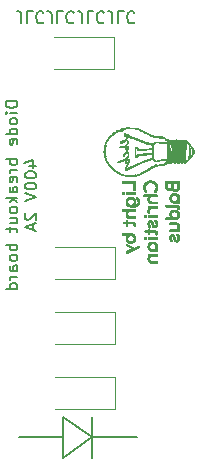
<source format=gbo>
G04 #@! TF.GenerationSoftware,KiCad,Pcbnew,6.0.10*
G04 #@! TF.CreationDate,2023-01-08T03:35:34+01:00*
G04 #@! TF.ProjectId,ideal_diode,69646561-6c5f-4646-996f-64652e6b6963,rev?*
G04 #@! TF.SameCoordinates,Original*
G04 #@! TF.FileFunction,Legend,Bot*
G04 #@! TF.FilePolarity,Positive*
%FSLAX46Y46*%
G04 Gerber Fmt 4.6, Leading zero omitted, Abs format (unit mm)*
G04 Created by KiCad (PCBNEW 6.0.10) date 2023-01-08 03:35:34*
%MOMM*%
%LPD*%
G01*
G04 APERTURE LIST*
%ADD10C,0.030000*%
%ADD11C,0.150000*%
%ADD12C,0.120000*%
%ADD13C,2.000000*%
%ADD14C,0.800000*%
%ADD15C,6.400000*%
%ADD16R,1.600000X1.600000*%
%ADD17O,1.600000X1.600000*%
%ADD18R,1.400000X2.100000*%
G04 APERTURE END LIST*
D10*
G36*
X33195356Y-29476269D02*
G01*
X33209397Y-29477311D01*
X33223276Y-29478769D01*
X33236993Y-29480644D01*
X33250548Y-29482936D01*
X33263941Y-29485645D01*
X33277172Y-29488770D01*
X33290241Y-29492312D01*
X33303148Y-29496271D01*
X33315892Y-29500647D01*
X33328475Y-29505439D01*
X33340895Y-29510648D01*
X33353154Y-29516274D01*
X33365250Y-29522316D01*
X33377185Y-29528775D01*
X33388702Y-29535599D01*
X33399919Y-29542735D01*
X33410835Y-29550184D01*
X33421449Y-29557946D01*
X33431763Y-29566020D01*
X33441776Y-29574406D01*
X33451488Y-29583105D01*
X33460899Y-29592117D01*
X33470009Y-29601441D01*
X33478818Y-29611077D01*
X33487326Y-29621027D01*
X33495533Y-29631288D01*
X33503439Y-29641863D01*
X33511044Y-29652749D01*
X33518348Y-29663949D01*
X33525351Y-29675461D01*
X33531811Y-29687389D01*
X33537853Y-29699468D01*
X33543479Y-29711698D01*
X33548688Y-29724078D01*
X33553480Y-29736608D01*
X33557855Y-29749289D01*
X33561814Y-29762121D01*
X33565356Y-29775103D01*
X33568482Y-29788235D01*
X33571190Y-29801518D01*
X33573482Y-29814951D01*
X33575358Y-29828535D01*
X33576816Y-29842270D01*
X33577858Y-29856155D01*
X33578483Y-29870190D01*
X33578691Y-29884376D01*
X33578483Y-29898550D01*
X33577858Y-29912551D01*
X33576816Y-29926378D01*
X33575358Y-29940031D01*
X33573482Y-29953511D01*
X33571190Y-29966817D01*
X33568482Y-29979949D01*
X33565356Y-29992908D01*
X33561814Y-30005693D01*
X33557855Y-30018304D01*
X33553480Y-30030742D01*
X33548688Y-30043007D01*
X33543479Y-30055097D01*
X33537853Y-30067014D01*
X33531811Y-30078758D01*
X33525351Y-30090327D01*
X33518348Y-30101839D01*
X33511044Y-30113038D01*
X33503439Y-30123925D01*
X33495533Y-30134499D01*
X33487326Y-30144761D01*
X33478818Y-30154710D01*
X33470009Y-30164347D01*
X33460899Y-30173671D01*
X33451488Y-30182682D01*
X33441776Y-30191381D01*
X33431763Y-30199768D01*
X33421449Y-30207842D01*
X33410835Y-30215603D01*
X33399919Y-30223052D01*
X33388702Y-30230188D01*
X33377185Y-30237012D01*
X33365250Y-30243651D01*
X33353154Y-30249861D01*
X33340895Y-30255643D01*
X33328475Y-30260997D01*
X33315892Y-30265922D01*
X33303148Y-30270419D01*
X33290241Y-30274488D01*
X33277172Y-30278128D01*
X33263941Y-30281341D01*
X33250548Y-30284125D01*
X33236993Y-30286480D01*
X33223276Y-30288408D01*
X33209397Y-30289907D01*
X33195356Y-30290977D01*
X33181153Y-30291620D01*
X33166788Y-30291834D01*
X32491148Y-30291834D01*
X32486940Y-30291753D01*
X32482837Y-30291510D01*
X32478837Y-30291105D01*
X32474942Y-30290538D01*
X32471151Y-30289808D01*
X32467464Y-30288917D01*
X32463882Y-30287864D01*
X32460403Y-30286648D01*
X32457029Y-30285271D01*
X32453759Y-30283731D01*
X32450593Y-30282030D01*
X32447531Y-30280166D01*
X32444574Y-30278140D01*
X32441720Y-30275953D01*
X32438971Y-30273603D01*
X32436326Y-30271091D01*
X32433814Y-30268446D01*
X32431464Y-30265697D01*
X32429277Y-30262843D01*
X32427251Y-30259886D01*
X32425387Y-30256824D01*
X32423686Y-30253658D01*
X32422146Y-30250388D01*
X32420769Y-30247014D01*
X32419553Y-30243535D01*
X32418500Y-30239953D01*
X32417609Y-30236266D01*
X32416879Y-30232475D01*
X32416312Y-30228580D01*
X32415907Y-30224580D01*
X32415664Y-30220477D01*
X32415583Y-30216269D01*
X32415664Y-30212235D01*
X32415907Y-30208282D01*
X32416312Y-30204410D01*
X32416879Y-30200619D01*
X32417609Y-30196909D01*
X32418500Y-30193280D01*
X32419553Y-30189732D01*
X32420769Y-30186265D01*
X32422146Y-30182880D01*
X32423686Y-30179575D01*
X32425387Y-30176351D01*
X32427251Y-30173208D01*
X32429277Y-30170146D01*
X32431464Y-30167166D01*
X32433814Y-30164266D01*
X32436326Y-30161447D01*
X32438971Y-30158935D01*
X32441720Y-30156586D01*
X32444574Y-30154398D01*
X32447531Y-30152372D01*
X32450593Y-30150508D01*
X32453759Y-30148807D01*
X32457029Y-30147267D01*
X32460403Y-30145890D01*
X32463882Y-30144674D01*
X32467464Y-30143621D01*
X32471151Y-30142730D01*
X32474942Y-30142001D01*
X32478837Y-30141433D01*
X32482837Y-30141028D01*
X32486940Y-30140785D01*
X32491148Y-30140704D01*
X32891198Y-30140704D01*
X32883344Y-30134135D01*
X32875710Y-30127392D01*
X32868296Y-30120476D01*
X32861102Y-30113386D01*
X32854127Y-30106122D01*
X32847373Y-30098685D01*
X32840839Y-30091074D01*
X32834524Y-30083290D01*
X32828430Y-30075331D01*
X32822555Y-30067200D01*
X32816900Y-30058894D01*
X32811466Y-30050415D01*
X32806251Y-30041762D01*
X32801256Y-30032936D01*
X32796481Y-30023936D01*
X32791926Y-30014762D01*
X32787620Y-30005456D01*
X32783592Y-29996056D01*
X32779841Y-29986564D01*
X32776369Y-29976980D01*
X32773174Y-29967303D01*
X32770257Y-29957533D01*
X32767617Y-29947670D01*
X32765256Y-29937715D01*
X32763172Y-29927668D01*
X32761367Y-29917528D01*
X32759839Y-29907295D01*
X32758589Y-29896969D01*
X32757616Y-29886551D01*
X32757472Y-29884376D01*
X32889716Y-29884376D01*
X32889861Y-29893578D01*
X32890295Y-29902665D01*
X32891019Y-29911636D01*
X32892031Y-29920491D01*
X32893334Y-29929231D01*
X32894925Y-29937855D01*
X32896806Y-29946363D01*
X32898977Y-29954755D01*
X32901437Y-29963031D01*
X32904186Y-29971192D01*
X32907224Y-29979237D01*
X32910552Y-29987166D01*
X32914170Y-29994980D01*
X32918076Y-30002678D01*
X32922273Y-30010260D01*
X32926758Y-30017726D01*
X32931313Y-30025215D01*
X32936088Y-30032496D01*
X32941083Y-30039569D01*
X32946298Y-30046433D01*
X32951732Y-30053089D01*
X32957387Y-30059537D01*
X32963262Y-30065776D01*
X32969356Y-30071807D01*
X32975671Y-30077629D01*
X32982205Y-30083244D01*
X32988959Y-30088649D01*
X32995934Y-30093847D01*
X33003128Y-30098836D01*
X33010542Y-30103616D01*
X33018176Y-30108189D01*
X33026030Y-30112553D01*
X33033872Y-30116679D01*
X33041842Y-30120540D01*
X33049939Y-30124134D01*
X33058164Y-30127462D01*
X33066515Y-30130524D01*
X33074995Y-30133319D01*
X33083601Y-30135848D01*
X33092335Y-30138112D01*
X33101196Y-30140108D01*
X33110184Y-30141839D01*
X33119300Y-30143303D01*
X33128543Y-30144501D01*
X33137913Y-30145433D01*
X33147411Y-30146099D01*
X33157036Y-30146498D01*
X33166788Y-30146631D01*
X33176546Y-30146498D01*
X33186189Y-30146099D01*
X33195715Y-30145433D01*
X33205126Y-30144501D01*
X33214422Y-30143303D01*
X33223601Y-30141839D01*
X33232665Y-30140108D01*
X33241612Y-30138112D01*
X33250445Y-30135848D01*
X33259161Y-30133319D01*
X33267761Y-30130524D01*
X33276246Y-30127462D01*
X33284615Y-30124134D01*
X33292869Y-30120540D01*
X33301006Y-30116679D01*
X33309028Y-30112553D01*
X33316888Y-30108189D01*
X33324539Y-30103616D01*
X33331983Y-30098836D01*
X33339217Y-30093847D01*
X33346244Y-30088649D01*
X33353062Y-30083244D01*
X33359671Y-30077629D01*
X33366072Y-30071807D01*
X33372265Y-30065776D01*
X33378250Y-30059537D01*
X33384026Y-30053089D01*
X33389594Y-30046433D01*
X33394953Y-30039569D01*
X33400104Y-30032496D01*
X33405047Y-30025215D01*
X33409782Y-30017726D01*
X33414088Y-30010260D01*
X33418116Y-30002678D01*
X33421866Y-29994980D01*
X33425339Y-29987166D01*
X33428534Y-29979237D01*
X33431451Y-29971192D01*
X33434090Y-29963031D01*
X33436452Y-29954755D01*
X33438535Y-29946363D01*
X33440341Y-29937855D01*
X33441869Y-29929231D01*
X33443119Y-29920491D01*
X33444091Y-29911636D01*
X33444786Y-29902665D01*
X33445203Y-29893578D01*
X33445342Y-29884376D01*
X33445203Y-29875168D01*
X33444786Y-29866064D01*
X33444091Y-29857064D01*
X33443119Y-29848168D01*
X33441869Y-29839376D01*
X33440341Y-29830689D01*
X33438535Y-29822106D01*
X33436452Y-29813627D01*
X33434090Y-29805252D01*
X33431451Y-29796981D01*
X33428534Y-29788814D01*
X33425339Y-29780752D01*
X33421866Y-29772794D01*
X33418116Y-29764940D01*
X33414088Y-29757190D01*
X33409782Y-29749544D01*
X33405047Y-29742228D01*
X33400104Y-29735098D01*
X33394953Y-29728153D01*
X33389594Y-29721393D01*
X33384026Y-29714818D01*
X33378250Y-29708428D01*
X33372265Y-29702224D01*
X33366072Y-29696204D01*
X33359671Y-29690370D01*
X33353062Y-29684721D01*
X33346244Y-29679258D01*
X33339217Y-29673979D01*
X33331983Y-29668886D01*
X33324539Y-29663978D01*
X33316888Y-29659255D01*
X33309028Y-29654718D01*
X33301006Y-29650591D01*
X33292869Y-29646730D01*
X33284615Y-29643136D01*
X33276246Y-29639808D01*
X33267761Y-29636747D01*
X33259161Y-29633951D01*
X33250445Y-29631422D01*
X33241612Y-29629159D01*
X33232665Y-29627162D01*
X33223601Y-29625432D01*
X33214422Y-29623967D01*
X33205126Y-29622769D01*
X33195715Y-29621837D01*
X33186189Y-29621172D01*
X33176546Y-29620772D01*
X33166788Y-29620639D01*
X33157036Y-29620772D01*
X33147411Y-29621172D01*
X33137913Y-29621837D01*
X33128543Y-29622769D01*
X33119300Y-29623967D01*
X33110184Y-29625432D01*
X33101196Y-29627162D01*
X33092335Y-29629159D01*
X33083601Y-29631422D01*
X33074995Y-29633951D01*
X33066515Y-29636747D01*
X33058164Y-29639808D01*
X33049939Y-29643136D01*
X33041842Y-29646730D01*
X33033872Y-29650591D01*
X33026030Y-29654718D01*
X33018176Y-29659255D01*
X33010542Y-29663978D01*
X33003128Y-29668886D01*
X32995934Y-29673979D01*
X32988959Y-29679258D01*
X32982205Y-29684721D01*
X32975671Y-29690370D01*
X32969356Y-29696204D01*
X32963262Y-29702224D01*
X32957387Y-29708428D01*
X32951732Y-29714818D01*
X32946298Y-29721393D01*
X32941083Y-29728153D01*
X32936088Y-29735098D01*
X32931313Y-29742228D01*
X32926758Y-29749544D01*
X32922273Y-29757190D01*
X32918076Y-29764939D01*
X32914170Y-29772793D01*
X32910552Y-29780752D01*
X32907224Y-29788814D01*
X32904186Y-29796980D01*
X32901437Y-29805251D01*
X32898977Y-29813626D01*
X32896806Y-29822105D01*
X32894925Y-29830688D01*
X32893334Y-29839376D01*
X32892031Y-29848167D01*
X32891019Y-29857063D01*
X32890295Y-29866063D01*
X32889861Y-29875167D01*
X32889716Y-29884376D01*
X32757472Y-29884376D01*
X32756922Y-29876041D01*
X32756505Y-29865438D01*
X32756366Y-29854742D01*
X32756574Y-29841482D01*
X32757200Y-29828373D01*
X32758241Y-29815414D01*
X32759700Y-29802606D01*
X32761575Y-29789948D01*
X32763867Y-29777441D01*
X32766576Y-29765084D01*
X32769701Y-29752877D01*
X32773243Y-29740822D01*
X32777202Y-29728916D01*
X32781578Y-29717161D01*
X32786370Y-29705557D01*
X32791579Y-29694103D01*
X32797205Y-29682799D01*
X32803247Y-29671646D01*
X32809706Y-29660644D01*
X32816536Y-29650041D01*
X32823689Y-29639715D01*
X32831167Y-29629668D01*
X32838969Y-29619898D01*
X32847095Y-29610406D01*
X32855545Y-29601192D01*
X32864319Y-29592255D01*
X32873418Y-29583597D01*
X32882840Y-29575216D01*
X32892587Y-29567113D01*
X32902658Y-29559288D01*
X32913052Y-29551741D01*
X32923771Y-29544472D01*
X32934814Y-29537480D01*
X32946181Y-29530766D01*
X32957873Y-29524330D01*
X32969628Y-29518409D01*
X32981556Y-29512871D01*
X32993659Y-29507714D01*
X33005934Y-29502939D01*
X33018384Y-29498546D01*
X33031007Y-29494535D01*
X33043804Y-29490906D01*
X33056774Y-29487659D01*
X33069918Y-29484794D01*
X33083236Y-29482311D01*
X33096727Y-29480210D01*
X33110392Y-29478491D01*
X33124230Y-29477154D01*
X33138243Y-29476199D01*
X33152428Y-29475626D01*
X33166788Y-29475435D01*
X33181153Y-29475644D01*
X33195356Y-29476269D01*
G37*
X33195356Y-29476269D02*
X33209397Y-29477311D01*
X33223276Y-29478769D01*
X33236993Y-29480644D01*
X33250548Y-29482936D01*
X33263941Y-29485645D01*
X33277172Y-29488770D01*
X33290241Y-29492312D01*
X33303148Y-29496271D01*
X33315892Y-29500647D01*
X33328475Y-29505439D01*
X33340895Y-29510648D01*
X33353154Y-29516274D01*
X33365250Y-29522316D01*
X33377185Y-29528775D01*
X33388702Y-29535599D01*
X33399919Y-29542735D01*
X33410835Y-29550184D01*
X33421449Y-29557946D01*
X33431763Y-29566020D01*
X33441776Y-29574406D01*
X33451488Y-29583105D01*
X33460899Y-29592117D01*
X33470009Y-29601441D01*
X33478818Y-29611077D01*
X33487326Y-29621027D01*
X33495533Y-29631288D01*
X33503439Y-29641863D01*
X33511044Y-29652749D01*
X33518348Y-29663949D01*
X33525351Y-29675461D01*
X33531811Y-29687389D01*
X33537853Y-29699468D01*
X33543479Y-29711698D01*
X33548688Y-29724078D01*
X33553480Y-29736608D01*
X33557855Y-29749289D01*
X33561814Y-29762121D01*
X33565356Y-29775103D01*
X33568482Y-29788235D01*
X33571190Y-29801518D01*
X33573482Y-29814951D01*
X33575358Y-29828535D01*
X33576816Y-29842270D01*
X33577858Y-29856155D01*
X33578483Y-29870190D01*
X33578691Y-29884376D01*
X33578483Y-29898550D01*
X33577858Y-29912551D01*
X33576816Y-29926378D01*
X33575358Y-29940031D01*
X33573482Y-29953511D01*
X33571190Y-29966817D01*
X33568482Y-29979949D01*
X33565356Y-29992908D01*
X33561814Y-30005693D01*
X33557855Y-30018304D01*
X33553480Y-30030742D01*
X33548688Y-30043007D01*
X33543479Y-30055097D01*
X33537853Y-30067014D01*
X33531811Y-30078758D01*
X33525351Y-30090327D01*
X33518348Y-30101839D01*
X33511044Y-30113038D01*
X33503439Y-30123925D01*
X33495533Y-30134499D01*
X33487326Y-30144761D01*
X33478818Y-30154710D01*
X33470009Y-30164347D01*
X33460899Y-30173671D01*
X33451488Y-30182682D01*
X33441776Y-30191381D01*
X33431763Y-30199768D01*
X33421449Y-30207842D01*
X33410835Y-30215603D01*
X33399919Y-30223052D01*
X33388702Y-30230188D01*
X33377185Y-30237012D01*
X33365250Y-30243651D01*
X33353154Y-30249861D01*
X33340895Y-30255643D01*
X33328475Y-30260997D01*
X33315892Y-30265922D01*
X33303148Y-30270419D01*
X33290241Y-30274488D01*
X33277172Y-30278128D01*
X33263941Y-30281341D01*
X33250548Y-30284125D01*
X33236993Y-30286480D01*
X33223276Y-30288408D01*
X33209397Y-30289907D01*
X33195356Y-30290977D01*
X33181153Y-30291620D01*
X33166788Y-30291834D01*
X32491148Y-30291834D01*
X32486940Y-30291753D01*
X32482837Y-30291510D01*
X32478837Y-30291105D01*
X32474942Y-30290538D01*
X32471151Y-30289808D01*
X32467464Y-30288917D01*
X32463882Y-30287864D01*
X32460403Y-30286648D01*
X32457029Y-30285271D01*
X32453759Y-30283731D01*
X32450593Y-30282030D01*
X32447531Y-30280166D01*
X32444574Y-30278140D01*
X32441720Y-30275953D01*
X32438971Y-30273603D01*
X32436326Y-30271091D01*
X32433814Y-30268446D01*
X32431464Y-30265697D01*
X32429277Y-30262843D01*
X32427251Y-30259886D01*
X32425387Y-30256824D01*
X32423686Y-30253658D01*
X32422146Y-30250388D01*
X32420769Y-30247014D01*
X32419553Y-30243535D01*
X32418500Y-30239953D01*
X32417609Y-30236266D01*
X32416879Y-30232475D01*
X32416312Y-30228580D01*
X32415907Y-30224580D01*
X32415664Y-30220477D01*
X32415583Y-30216269D01*
X32415664Y-30212235D01*
X32415907Y-30208282D01*
X32416312Y-30204410D01*
X32416879Y-30200619D01*
X32417609Y-30196909D01*
X32418500Y-30193280D01*
X32419553Y-30189732D01*
X32420769Y-30186265D01*
X32422146Y-30182880D01*
X32423686Y-30179575D01*
X32425387Y-30176351D01*
X32427251Y-30173208D01*
X32429277Y-30170146D01*
X32431464Y-30167166D01*
X32433814Y-30164266D01*
X32436326Y-30161447D01*
X32438971Y-30158935D01*
X32441720Y-30156586D01*
X32444574Y-30154398D01*
X32447531Y-30152372D01*
X32450593Y-30150508D01*
X32453759Y-30148807D01*
X32457029Y-30147267D01*
X32460403Y-30145890D01*
X32463882Y-30144674D01*
X32467464Y-30143621D01*
X32471151Y-30142730D01*
X32474942Y-30142001D01*
X32478837Y-30141433D01*
X32482837Y-30141028D01*
X32486940Y-30140785D01*
X32491148Y-30140704D01*
X32891198Y-30140704D01*
X32883344Y-30134135D01*
X32875710Y-30127392D01*
X32868296Y-30120476D01*
X32861102Y-30113386D01*
X32854127Y-30106122D01*
X32847373Y-30098685D01*
X32840839Y-30091074D01*
X32834524Y-30083290D01*
X32828430Y-30075331D01*
X32822555Y-30067200D01*
X32816900Y-30058894D01*
X32811466Y-30050415D01*
X32806251Y-30041762D01*
X32801256Y-30032936D01*
X32796481Y-30023936D01*
X32791926Y-30014762D01*
X32787620Y-30005456D01*
X32783592Y-29996056D01*
X32779841Y-29986564D01*
X32776369Y-29976980D01*
X32773174Y-29967303D01*
X32770257Y-29957533D01*
X32767617Y-29947670D01*
X32765256Y-29937715D01*
X32763172Y-29927668D01*
X32761367Y-29917528D01*
X32759839Y-29907295D01*
X32758589Y-29896969D01*
X32757616Y-29886551D01*
X32757472Y-29884376D01*
X32889716Y-29884376D01*
X32889861Y-29893578D01*
X32890295Y-29902665D01*
X32891019Y-29911636D01*
X32892031Y-29920491D01*
X32893334Y-29929231D01*
X32894925Y-29937855D01*
X32896806Y-29946363D01*
X32898977Y-29954755D01*
X32901437Y-29963031D01*
X32904186Y-29971192D01*
X32907224Y-29979237D01*
X32910552Y-29987166D01*
X32914170Y-29994980D01*
X32918076Y-30002678D01*
X32922273Y-30010260D01*
X32926758Y-30017726D01*
X32931313Y-30025215D01*
X32936088Y-30032496D01*
X32941083Y-30039569D01*
X32946298Y-30046433D01*
X32951732Y-30053089D01*
X32957387Y-30059537D01*
X32963262Y-30065776D01*
X32969356Y-30071807D01*
X32975671Y-30077629D01*
X32982205Y-30083244D01*
X32988959Y-30088649D01*
X32995934Y-30093847D01*
X33003128Y-30098836D01*
X33010542Y-30103616D01*
X33018176Y-30108189D01*
X33026030Y-30112553D01*
X33033872Y-30116679D01*
X33041842Y-30120540D01*
X33049939Y-30124134D01*
X33058164Y-30127462D01*
X33066515Y-30130524D01*
X33074995Y-30133319D01*
X33083601Y-30135848D01*
X33092335Y-30138112D01*
X33101196Y-30140108D01*
X33110184Y-30141839D01*
X33119300Y-30143303D01*
X33128543Y-30144501D01*
X33137913Y-30145433D01*
X33147411Y-30146099D01*
X33157036Y-30146498D01*
X33166788Y-30146631D01*
X33176546Y-30146498D01*
X33186189Y-30146099D01*
X33195715Y-30145433D01*
X33205126Y-30144501D01*
X33214422Y-30143303D01*
X33223601Y-30141839D01*
X33232665Y-30140108D01*
X33241612Y-30138112D01*
X33250445Y-30135848D01*
X33259161Y-30133319D01*
X33267761Y-30130524D01*
X33276246Y-30127462D01*
X33284615Y-30124134D01*
X33292869Y-30120540D01*
X33301006Y-30116679D01*
X33309028Y-30112553D01*
X33316888Y-30108189D01*
X33324539Y-30103616D01*
X33331983Y-30098836D01*
X33339217Y-30093847D01*
X33346244Y-30088649D01*
X33353062Y-30083244D01*
X33359671Y-30077629D01*
X33366072Y-30071807D01*
X33372265Y-30065776D01*
X33378250Y-30059537D01*
X33384026Y-30053089D01*
X33389594Y-30046433D01*
X33394953Y-30039569D01*
X33400104Y-30032496D01*
X33405047Y-30025215D01*
X33409782Y-30017726D01*
X33414088Y-30010260D01*
X33418116Y-30002678D01*
X33421866Y-29994980D01*
X33425339Y-29987166D01*
X33428534Y-29979237D01*
X33431451Y-29971192D01*
X33434090Y-29963031D01*
X33436452Y-29954755D01*
X33438535Y-29946363D01*
X33440341Y-29937855D01*
X33441869Y-29929231D01*
X33443119Y-29920491D01*
X33444091Y-29911636D01*
X33444786Y-29902665D01*
X33445203Y-29893578D01*
X33445342Y-29884376D01*
X33445203Y-29875168D01*
X33444786Y-29866064D01*
X33444091Y-29857064D01*
X33443119Y-29848168D01*
X33441869Y-29839376D01*
X33440341Y-29830689D01*
X33438535Y-29822106D01*
X33436452Y-29813627D01*
X33434090Y-29805252D01*
X33431451Y-29796981D01*
X33428534Y-29788814D01*
X33425339Y-29780752D01*
X33421866Y-29772794D01*
X33418116Y-29764940D01*
X33414088Y-29757190D01*
X33409782Y-29749544D01*
X33405047Y-29742228D01*
X33400104Y-29735098D01*
X33394953Y-29728153D01*
X33389594Y-29721393D01*
X33384026Y-29714818D01*
X33378250Y-29708428D01*
X33372265Y-29702224D01*
X33366072Y-29696204D01*
X33359671Y-29690370D01*
X33353062Y-29684721D01*
X33346244Y-29679258D01*
X33339217Y-29673979D01*
X33331983Y-29668886D01*
X33324539Y-29663978D01*
X33316888Y-29659255D01*
X33309028Y-29654718D01*
X33301006Y-29650591D01*
X33292869Y-29646730D01*
X33284615Y-29643136D01*
X33276246Y-29639808D01*
X33267761Y-29636747D01*
X33259161Y-29633951D01*
X33250445Y-29631422D01*
X33241612Y-29629159D01*
X33232665Y-29627162D01*
X33223601Y-29625432D01*
X33214422Y-29623967D01*
X33205126Y-29622769D01*
X33195715Y-29621837D01*
X33186189Y-29621172D01*
X33176546Y-29620772D01*
X33166788Y-29620639D01*
X33157036Y-29620772D01*
X33147411Y-29621172D01*
X33137913Y-29621837D01*
X33128543Y-29622769D01*
X33119300Y-29623967D01*
X33110184Y-29625432D01*
X33101196Y-29627162D01*
X33092335Y-29629159D01*
X33083601Y-29631422D01*
X33074995Y-29633951D01*
X33066515Y-29636747D01*
X33058164Y-29639808D01*
X33049939Y-29643136D01*
X33041842Y-29646730D01*
X33033872Y-29650591D01*
X33026030Y-29654718D01*
X33018176Y-29659255D01*
X33010542Y-29663978D01*
X33003128Y-29668886D01*
X32995934Y-29673979D01*
X32988959Y-29679258D01*
X32982205Y-29684721D01*
X32975671Y-29690370D01*
X32969356Y-29696204D01*
X32963262Y-29702224D01*
X32957387Y-29708428D01*
X32951732Y-29714818D01*
X32946298Y-29721393D01*
X32941083Y-29728153D01*
X32936088Y-29735098D01*
X32931313Y-29742228D01*
X32926758Y-29749544D01*
X32922273Y-29757190D01*
X32918076Y-29764939D01*
X32914170Y-29772793D01*
X32910552Y-29780752D01*
X32907224Y-29788814D01*
X32904186Y-29796980D01*
X32901437Y-29805251D01*
X32898977Y-29813626D01*
X32896806Y-29822105D01*
X32894925Y-29830688D01*
X32893334Y-29839376D01*
X32892031Y-29848167D01*
X32891019Y-29857063D01*
X32890295Y-29866063D01*
X32889861Y-29875167D01*
X32889716Y-29884376D01*
X32757472Y-29884376D01*
X32756922Y-29876041D01*
X32756505Y-29865438D01*
X32756366Y-29854742D01*
X32756574Y-29841482D01*
X32757200Y-29828373D01*
X32758241Y-29815414D01*
X32759700Y-29802606D01*
X32761575Y-29789948D01*
X32763867Y-29777441D01*
X32766576Y-29765084D01*
X32769701Y-29752877D01*
X32773243Y-29740822D01*
X32777202Y-29728916D01*
X32781578Y-29717161D01*
X32786370Y-29705557D01*
X32791579Y-29694103D01*
X32797205Y-29682799D01*
X32803247Y-29671646D01*
X32809706Y-29660644D01*
X32816536Y-29650041D01*
X32823689Y-29639715D01*
X32831167Y-29629668D01*
X32838969Y-29619898D01*
X32847095Y-29610406D01*
X32855545Y-29601192D01*
X32864319Y-29592255D01*
X32873418Y-29583597D01*
X32882840Y-29575216D01*
X32892587Y-29567113D01*
X32902658Y-29559288D01*
X32913052Y-29551741D01*
X32923771Y-29544472D01*
X32934814Y-29537480D01*
X32946181Y-29530766D01*
X32957873Y-29524330D01*
X32969628Y-29518409D01*
X32981556Y-29512871D01*
X32993659Y-29507714D01*
X33005934Y-29502939D01*
X33018384Y-29498546D01*
X33031007Y-29494535D01*
X33043804Y-29490906D01*
X33056774Y-29487659D01*
X33069918Y-29484794D01*
X33083236Y-29482311D01*
X33096727Y-29480210D01*
X33110392Y-29478491D01*
X33124230Y-29477154D01*
X33138243Y-29476199D01*
X33152428Y-29475626D01*
X33166788Y-29475435D01*
X33181153Y-29475644D01*
X33195356Y-29476269D01*
G36*
X30902431Y-23015211D02*
G01*
X30903226Y-23015242D01*
X30904016Y-23015293D01*
X30904800Y-23015365D01*
X30905579Y-23015457D01*
X30906350Y-23015570D01*
X30907115Y-23015702D01*
X30907873Y-23015854D01*
X30908623Y-23016025D01*
X30909365Y-23016214D01*
X30910102Y-23016421D01*
X30910839Y-23016644D01*
X30911572Y-23016888D01*
X30912300Y-23017156D01*
X30913021Y-23017452D01*
X30913733Y-23017779D01*
X30914433Y-23018141D01*
X30915120Y-23018541D01*
X30915793Y-23018983D01*
X30916448Y-23019471D01*
X30917083Y-23020008D01*
X30917698Y-23020597D01*
X30918289Y-23021243D01*
X30918855Y-23021948D01*
X30919394Y-23022717D01*
X30919442Y-23022794D01*
X30919474Y-23022847D01*
X30919492Y-23022854D01*
X30919633Y-23022913D01*
X30919739Y-23022950D01*
X30919868Y-23022990D01*
X30920023Y-23023030D01*
X30920110Y-23023050D01*
X30920204Y-23023068D01*
X30920404Y-23023102D01*
X30920620Y-23023130D01*
X30920849Y-23023152D01*
X30921092Y-23023166D01*
X30921346Y-23023172D01*
X30921610Y-23023171D01*
X30921882Y-23023161D01*
X30922162Y-23023143D01*
X30922448Y-23023116D01*
X30922739Y-23023079D01*
X30923034Y-23023033D01*
X30923330Y-23022977D01*
X30923627Y-23022911D01*
X30923924Y-23022833D01*
X30924218Y-23022745D01*
X30924510Y-23022645D01*
X30925368Y-23022358D01*
X30926247Y-23022106D01*
X30927143Y-23021892D01*
X30928053Y-23021719D01*
X30928974Y-23021592D01*
X30929902Y-23021512D01*
X30930835Y-23021484D01*
X30931769Y-23021511D01*
X30932701Y-23021596D01*
X30933627Y-23021742D01*
X30934544Y-23021953D01*
X30935449Y-23022232D01*
X30936338Y-23022583D01*
X30937209Y-23023008D01*
X30937637Y-23023249D01*
X30938058Y-23023511D01*
X30938474Y-23023793D01*
X30938882Y-23024095D01*
X30939278Y-23024414D01*
X30939657Y-23024744D01*
X30940017Y-23025086D01*
X30940361Y-23025437D01*
X30940687Y-23025799D01*
X30940998Y-23026171D01*
X30941291Y-23026551D01*
X30941569Y-23026941D01*
X30942079Y-23027743D01*
X30942529Y-23028575D01*
X30942921Y-23029433D01*
X30943259Y-23030312D01*
X30943545Y-23031210D01*
X30943781Y-23032122D01*
X30943970Y-23033045D01*
X30944114Y-23033976D01*
X30944217Y-23034909D01*
X30944281Y-23035843D01*
X30944307Y-23036773D01*
X30944300Y-23037696D01*
X30944295Y-23038022D01*
X30944302Y-23038340D01*
X30944319Y-23038651D01*
X30944347Y-23038953D01*
X30944383Y-23039245D01*
X30944426Y-23039527D01*
X30944476Y-23039796D01*
X30944532Y-23040052D01*
X30944591Y-23040295D01*
X30944655Y-23040522D01*
X30944787Y-23040928D01*
X30944921Y-23041262D01*
X30944985Y-23041400D01*
X30945046Y-23041516D01*
X30945721Y-23041635D01*
X30946384Y-23041784D01*
X30947035Y-23041964D01*
X30947672Y-23042173D01*
X30948295Y-23042412D01*
X30948904Y-23042678D01*
X30949498Y-23042971D01*
X30950076Y-23043291D01*
X30950637Y-23043635D01*
X30951181Y-23044005D01*
X30951707Y-23044398D01*
X30952214Y-23044814D01*
X30952702Y-23045252D01*
X30953171Y-23045712D01*
X30953618Y-23046191D01*
X30954045Y-23046690D01*
X30954449Y-23047208D01*
X30954831Y-23047744D01*
X30955190Y-23048297D01*
X30955525Y-23048866D01*
X30955835Y-23049450D01*
X30956120Y-23050049D01*
X30956379Y-23050662D01*
X30956611Y-23051287D01*
X30956816Y-23051925D01*
X30956993Y-23052573D01*
X30957142Y-23053232D01*
X30957261Y-23053901D01*
X30957350Y-23054578D01*
X30957409Y-23055263D01*
X30957436Y-23055955D01*
X30957432Y-23056653D01*
X30957413Y-23056999D01*
X30957376Y-23057342D01*
X30957320Y-23057683D01*
X30957246Y-23058020D01*
X30957155Y-23058355D01*
X30957047Y-23058687D01*
X30956923Y-23059015D01*
X30956784Y-23059339D01*
X30956629Y-23059660D01*
X30956461Y-23059977D01*
X30956084Y-23060599D01*
X30955657Y-23061203D01*
X30955186Y-23061788D01*
X30954676Y-23062353D01*
X30954131Y-23062896D01*
X30953557Y-23063416D01*
X30952958Y-23063911D01*
X30952340Y-23064381D01*
X30951707Y-23064824D01*
X30951064Y-23065239D01*
X30950417Y-23065623D01*
X30950426Y-23065653D01*
X30950436Y-23065682D01*
X30950458Y-23065737D01*
X30950482Y-23065791D01*
X30950538Y-23065893D01*
X30950569Y-23065942D01*
X30950631Y-23066039D01*
X30950693Y-23066137D01*
X30950722Y-23066188D01*
X30950749Y-23066239D01*
X30950775Y-23066293D01*
X30950798Y-23066349D01*
X30950808Y-23066378D01*
X30950817Y-23066407D01*
X30950826Y-23066438D01*
X30950834Y-23066469D01*
X30950929Y-23067000D01*
X30950997Y-23067551D01*
X30951037Y-23068119D01*
X30951049Y-23068701D01*
X30951033Y-23069292D01*
X30950988Y-23069890D01*
X30950915Y-23070491D01*
X30950813Y-23071092D01*
X30950683Y-23071690D01*
X30950524Y-23072280D01*
X30950335Y-23072860D01*
X30950118Y-23073427D01*
X30949871Y-23073976D01*
X30949595Y-23074505D01*
X30949290Y-23075010D01*
X30948955Y-23075488D01*
X30948602Y-23075937D01*
X30948245Y-23076358D01*
X30947884Y-23076753D01*
X30947519Y-23077122D01*
X30947150Y-23077466D01*
X30946778Y-23077787D01*
X30946402Y-23078084D01*
X30946024Y-23078360D01*
X30945643Y-23078614D01*
X30945259Y-23078848D01*
X30944872Y-23079063D01*
X30944484Y-23079260D01*
X30943700Y-23079603D01*
X30942910Y-23079883D01*
X30942115Y-23080109D01*
X30941316Y-23080288D01*
X30940515Y-23080426D01*
X30939713Y-23080533D01*
X30938913Y-23080614D01*
X30938115Y-23080678D01*
X30936534Y-23080783D01*
X30934943Y-23080861D01*
X30933309Y-23080888D01*
X30931634Y-23080867D01*
X30929923Y-23080801D01*
X30928177Y-23080692D01*
X30926402Y-23080543D01*
X30922775Y-23080137D01*
X30919067Y-23079606D01*
X30915306Y-23078972D01*
X30911518Y-23078256D01*
X30907731Y-23077483D01*
X30903993Y-23076669D01*
X30900366Y-23075828D01*
X30896889Y-23074976D01*
X30893603Y-23074128D01*
X30887765Y-23072510D01*
X30885293Y-23071771D01*
X30883174Y-23071100D01*
X30881417Y-23070529D01*
X30881019Y-23070394D01*
X30880631Y-23070254D01*
X30880251Y-23070107D01*
X30879874Y-23069951D01*
X30879783Y-23069913D01*
X30879696Y-23069879D01*
X30879525Y-23069816D01*
X30879437Y-23069781D01*
X30879344Y-23069741D01*
X30879243Y-23069694D01*
X30879133Y-23069638D01*
X30879011Y-23069570D01*
X30878875Y-23069487D01*
X30878722Y-23069389D01*
X30878551Y-23069272D01*
X30878359Y-23069134D01*
X30878144Y-23068973D01*
X30877904Y-23068786D01*
X30877636Y-23068572D01*
X30876938Y-23067968D01*
X30876048Y-23066881D01*
X30874981Y-23064656D01*
X30874861Y-23060872D01*
X30876626Y-23057258D01*
X30878754Y-23055625D01*
X30879454Y-23055328D01*
X30880159Y-23055033D01*
X30880542Y-23054957D01*
X30880852Y-23054897D01*
X30880991Y-23054872D01*
X30881103Y-23054853D01*
X30881394Y-23054806D01*
X30881653Y-23054768D01*
X30881883Y-23054738D01*
X30882087Y-23054716D01*
X30882266Y-23054701D01*
X30882424Y-23054692D01*
X30882562Y-23054688D01*
X30882684Y-23054690D01*
X30882791Y-23054695D01*
X30882886Y-23054704D01*
X30883050Y-23054730D01*
X30883341Y-23054793D01*
X30883046Y-23054181D01*
X30882793Y-23053637D01*
X30882346Y-23052646D01*
X30882114Y-23052149D01*
X30881852Y-23051614D01*
X30881542Y-23051018D01*
X30881166Y-23050332D01*
X30876947Y-23042906D01*
X30875933Y-23041041D01*
X30874970Y-23039186D01*
X30874075Y-23037344D01*
X30873265Y-23035522D01*
X30872886Y-23034625D01*
X30872521Y-23033729D01*
X30872348Y-23033275D01*
X30872183Y-23032814D01*
X30872029Y-23032344D01*
X30871887Y-23031862D01*
X30871758Y-23031366D01*
X30871645Y-23030852D01*
X30871549Y-23030320D01*
X30871472Y-23029767D01*
X30871415Y-23029189D01*
X30871381Y-23028585D01*
X30871371Y-23027953D01*
X30871386Y-23027289D01*
X30871384Y-23027276D01*
X30871412Y-23026927D01*
X30871453Y-23026563D01*
X30871508Y-23026186D01*
X30871577Y-23025798D01*
X30871663Y-23025399D01*
X30871765Y-23024993D01*
X30871886Y-23024581D01*
X30872026Y-23024165D01*
X30872187Y-23023747D01*
X30872368Y-23023328D01*
X30872573Y-23022910D01*
X30872612Y-23022840D01*
X30919433Y-23022840D01*
X30919436Y-23022848D01*
X30919456Y-23022877D01*
X30919546Y-23022997D01*
X30919615Y-23023092D01*
X30919698Y-23023215D01*
X30919701Y-23023219D01*
X30919904Y-23023553D01*
X30919795Y-23023368D01*
X30919701Y-23023219D01*
X30919474Y-23022847D01*
X30919453Y-23022839D01*
X30919442Y-23022836D01*
X30919435Y-23022836D01*
X30919433Y-23022840D01*
X30872612Y-23022840D01*
X30872801Y-23022496D01*
X30873054Y-23022086D01*
X30873333Y-23021683D01*
X30873638Y-23021289D01*
X30873972Y-23020905D01*
X30874330Y-23020540D01*
X30874701Y-23020201D01*
X30875086Y-23019889D01*
X30875481Y-23019602D01*
X30875885Y-23019340D01*
X30876295Y-23019103D01*
X30876710Y-23018888D01*
X30877128Y-23018696D01*
X30877547Y-23018526D01*
X30877964Y-23018378D01*
X30878379Y-23018250D01*
X30878788Y-23018142D01*
X30879190Y-23018053D01*
X30879584Y-23017983D01*
X30879966Y-23017930D01*
X30880336Y-23017895D01*
X30881344Y-23017800D01*
X30882830Y-23017628D01*
X30886877Y-23017098D01*
X30891757Y-23016396D01*
X30896754Y-23015610D01*
X30897574Y-23015485D01*
X30898391Y-23015384D01*
X30899206Y-23015305D01*
X30900018Y-23015249D01*
X30900826Y-23015214D01*
X30901631Y-23015202D01*
X30902431Y-23015211D01*
G37*
X30902431Y-23015211D02*
X30903226Y-23015242D01*
X30904016Y-23015293D01*
X30904800Y-23015365D01*
X30905579Y-23015457D01*
X30906350Y-23015570D01*
X30907115Y-23015702D01*
X30907873Y-23015854D01*
X30908623Y-23016025D01*
X30909365Y-23016214D01*
X30910102Y-23016421D01*
X30910839Y-23016644D01*
X30911572Y-23016888D01*
X30912300Y-23017156D01*
X30913021Y-23017452D01*
X30913733Y-23017779D01*
X30914433Y-23018141D01*
X30915120Y-23018541D01*
X30915793Y-23018983D01*
X30916448Y-23019471D01*
X30917083Y-23020008D01*
X30917698Y-23020597D01*
X30918289Y-23021243D01*
X30918855Y-23021948D01*
X30919394Y-23022717D01*
X30919442Y-23022794D01*
X30919474Y-23022847D01*
X30919492Y-23022854D01*
X30919633Y-23022913D01*
X30919739Y-23022950D01*
X30919868Y-23022990D01*
X30920023Y-23023030D01*
X30920110Y-23023050D01*
X30920204Y-23023068D01*
X30920404Y-23023102D01*
X30920620Y-23023130D01*
X30920849Y-23023152D01*
X30921092Y-23023166D01*
X30921346Y-23023172D01*
X30921610Y-23023171D01*
X30921882Y-23023161D01*
X30922162Y-23023143D01*
X30922448Y-23023116D01*
X30922739Y-23023079D01*
X30923034Y-23023033D01*
X30923330Y-23022977D01*
X30923627Y-23022911D01*
X30923924Y-23022833D01*
X30924218Y-23022745D01*
X30924510Y-23022645D01*
X30925368Y-23022358D01*
X30926247Y-23022106D01*
X30927143Y-23021892D01*
X30928053Y-23021719D01*
X30928974Y-23021592D01*
X30929902Y-23021512D01*
X30930835Y-23021484D01*
X30931769Y-23021511D01*
X30932701Y-23021596D01*
X30933627Y-23021742D01*
X30934544Y-23021953D01*
X30935449Y-23022232D01*
X30936338Y-23022583D01*
X30937209Y-23023008D01*
X30937637Y-23023249D01*
X30938058Y-23023511D01*
X30938474Y-23023793D01*
X30938882Y-23024095D01*
X30939278Y-23024414D01*
X30939657Y-23024744D01*
X30940017Y-23025086D01*
X30940361Y-23025437D01*
X30940687Y-23025799D01*
X30940998Y-23026171D01*
X30941291Y-23026551D01*
X30941569Y-23026941D01*
X30942079Y-23027743D01*
X30942529Y-23028575D01*
X30942921Y-23029433D01*
X30943259Y-23030312D01*
X30943545Y-23031210D01*
X30943781Y-23032122D01*
X30943970Y-23033045D01*
X30944114Y-23033976D01*
X30944217Y-23034909D01*
X30944281Y-23035843D01*
X30944307Y-23036773D01*
X30944300Y-23037696D01*
X30944295Y-23038022D01*
X30944302Y-23038340D01*
X30944319Y-23038651D01*
X30944347Y-23038953D01*
X30944383Y-23039245D01*
X30944426Y-23039527D01*
X30944476Y-23039796D01*
X30944532Y-23040052D01*
X30944591Y-23040295D01*
X30944655Y-23040522D01*
X30944787Y-23040928D01*
X30944921Y-23041262D01*
X30944985Y-23041400D01*
X30945046Y-23041516D01*
X30945721Y-23041635D01*
X30946384Y-23041784D01*
X30947035Y-23041964D01*
X30947672Y-23042173D01*
X30948295Y-23042412D01*
X30948904Y-23042678D01*
X30949498Y-23042971D01*
X30950076Y-23043291D01*
X30950637Y-23043635D01*
X30951181Y-23044005D01*
X30951707Y-23044398D01*
X30952214Y-23044814D01*
X30952702Y-23045252D01*
X30953171Y-23045712D01*
X30953618Y-23046191D01*
X30954045Y-23046690D01*
X30954449Y-23047208D01*
X30954831Y-23047744D01*
X30955190Y-23048297D01*
X30955525Y-23048866D01*
X30955835Y-23049450D01*
X30956120Y-23050049D01*
X30956379Y-23050662D01*
X30956611Y-23051287D01*
X30956816Y-23051925D01*
X30956993Y-23052573D01*
X30957142Y-23053232D01*
X30957261Y-23053901D01*
X30957350Y-23054578D01*
X30957409Y-23055263D01*
X30957436Y-23055955D01*
X30957432Y-23056653D01*
X30957413Y-23056999D01*
X30957376Y-23057342D01*
X30957320Y-23057683D01*
X30957246Y-23058020D01*
X30957155Y-23058355D01*
X30957047Y-23058687D01*
X30956923Y-23059015D01*
X30956784Y-23059339D01*
X30956629Y-23059660D01*
X30956461Y-23059977D01*
X30956084Y-23060599D01*
X30955657Y-23061203D01*
X30955186Y-23061788D01*
X30954676Y-23062353D01*
X30954131Y-23062896D01*
X30953557Y-23063416D01*
X30952958Y-23063911D01*
X30952340Y-23064381D01*
X30951707Y-23064824D01*
X30951064Y-23065239D01*
X30950417Y-23065623D01*
X30950426Y-23065653D01*
X30950436Y-23065682D01*
X30950458Y-23065737D01*
X30950482Y-23065791D01*
X30950538Y-23065893D01*
X30950569Y-23065942D01*
X30950631Y-23066039D01*
X30950693Y-23066137D01*
X30950722Y-23066188D01*
X30950749Y-23066239D01*
X30950775Y-23066293D01*
X30950798Y-23066349D01*
X30950808Y-23066378D01*
X30950817Y-23066407D01*
X30950826Y-23066438D01*
X30950834Y-23066469D01*
X30950929Y-23067000D01*
X30950997Y-23067551D01*
X30951037Y-23068119D01*
X30951049Y-23068701D01*
X30951033Y-23069292D01*
X30950988Y-23069890D01*
X30950915Y-23070491D01*
X30950813Y-23071092D01*
X30950683Y-23071690D01*
X30950524Y-23072280D01*
X30950335Y-23072860D01*
X30950118Y-23073427D01*
X30949871Y-23073976D01*
X30949595Y-23074505D01*
X30949290Y-23075010D01*
X30948955Y-23075488D01*
X30948602Y-23075937D01*
X30948245Y-23076358D01*
X30947884Y-23076753D01*
X30947519Y-23077122D01*
X30947150Y-23077466D01*
X30946778Y-23077787D01*
X30946402Y-23078084D01*
X30946024Y-23078360D01*
X30945643Y-23078614D01*
X30945259Y-23078848D01*
X30944872Y-23079063D01*
X30944484Y-23079260D01*
X30943700Y-23079603D01*
X30942910Y-23079883D01*
X30942115Y-23080109D01*
X30941316Y-23080288D01*
X30940515Y-23080426D01*
X30939713Y-23080533D01*
X30938913Y-23080614D01*
X30938115Y-23080678D01*
X30936534Y-23080783D01*
X30934943Y-23080861D01*
X30933309Y-23080888D01*
X30931634Y-23080867D01*
X30929923Y-23080801D01*
X30928177Y-23080692D01*
X30926402Y-23080543D01*
X30922775Y-23080137D01*
X30919067Y-23079606D01*
X30915306Y-23078972D01*
X30911518Y-23078256D01*
X30907731Y-23077483D01*
X30903993Y-23076669D01*
X30900366Y-23075828D01*
X30896889Y-23074976D01*
X30893603Y-23074128D01*
X30887765Y-23072510D01*
X30885293Y-23071771D01*
X30883174Y-23071100D01*
X30881417Y-23070529D01*
X30881019Y-23070394D01*
X30880631Y-23070254D01*
X30880251Y-23070107D01*
X30879874Y-23069951D01*
X30879783Y-23069913D01*
X30879696Y-23069879D01*
X30879525Y-23069816D01*
X30879437Y-23069781D01*
X30879344Y-23069741D01*
X30879243Y-23069694D01*
X30879133Y-23069638D01*
X30879011Y-23069570D01*
X30878875Y-23069487D01*
X30878722Y-23069389D01*
X30878551Y-23069272D01*
X30878359Y-23069134D01*
X30878144Y-23068973D01*
X30877904Y-23068786D01*
X30877636Y-23068572D01*
X30876938Y-23067968D01*
X30876048Y-23066881D01*
X30874981Y-23064656D01*
X30874861Y-23060872D01*
X30876626Y-23057258D01*
X30878754Y-23055625D01*
X30879454Y-23055328D01*
X30880159Y-23055033D01*
X30880542Y-23054957D01*
X30880852Y-23054897D01*
X30880991Y-23054872D01*
X30881103Y-23054853D01*
X30881394Y-23054806D01*
X30881653Y-23054768D01*
X30881883Y-23054738D01*
X30882087Y-23054716D01*
X30882266Y-23054701D01*
X30882424Y-23054692D01*
X30882562Y-23054688D01*
X30882684Y-23054690D01*
X30882791Y-23054695D01*
X30882886Y-23054704D01*
X30883050Y-23054730D01*
X30883341Y-23054793D01*
X30883046Y-23054181D01*
X30882793Y-23053637D01*
X30882346Y-23052646D01*
X30882114Y-23052149D01*
X30881852Y-23051614D01*
X30881542Y-23051018D01*
X30881166Y-23050332D01*
X30876947Y-23042906D01*
X30875933Y-23041041D01*
X30874970Y-23039186D01*
X30874075Y-23037344D01*
X30873265Y-23035522D01*
X30872886Y-23034625D01*
X30872521Y-23033729D01*
X30872348Y-23033275D01*
X30872183Y-23032814D01*
X30872029Y-23032344D01*
X30871887Y-23031862D01*
X30871758Y-23031366D01*
X30871645Y-23030852D01*
X30871549Y-23030320D01*
X30871472Y-23029767D01*
X30871415Y-23029189D01*
X30871381Y-23028585D01*
X30871371Y-23027953D01*
X30871386Y-23027289D01*
X30871384Y-23027276D01*
X30871412Y-23026927D01*
X30871453Y-23026563D01*
X30871508Y-23026186D01*
X30871577Y-23025798D01*
X30871663Y-23025399D01*
X30871765Y-23024993D01*
X30871886Y-23024581D01*
X30872026Y-23024165D01*
X30872187Y-23023747D01*
X30872368Y-23023328D01*
X30872573Y-23022910D01*
X30872612Y-23022840D01*
X30919433Y-23022840D01*
X30919436Y-23022848D01*
X30919456Y-23022877D01*
X30919546Y-23022997D01*
X30919615Y-23023092D01*
X30919698Y-23023215D01*
X30919701Y-23023219D01*
X30919904Y-23023553D01*
X30919795Y-23023368D01*
X30919701Y-23023219D01*
X30919474Y-23022847D01*
X30919453Y-23022839D01*
X30919442Y-23022836D01*
X30919435Y-23022836D01*
X30919433Y-23022840D01*
X30872612Y-23022840D01*
X30872801Y-23022496D01*
X30873054Y-23022086D01*
X30873333Y-23021683D01*
X30873638Y-23021289D01*
X30873972Y-23020905D01*
X30874330Y-23020540D01*
X30874701Y-23020201D01*
X30875086Y-23019889D01*
X30875481Y-23019602D01*
X30875885Y-23019340D01*
X30876295Y-23019103D01*
X30876710Y-23018888D01*
X30877128Y-23018696D01*
X30877547Y-23018526D01*
X30877964Y-23018378D01*
X30878379Y-23018250D01*
X30878788Y-23018142D01*
X30879190Y-23018053D01*
X30879584Y-23017983D01*
X30879966Y-23017930D01*
X30880336Y-23017895D01*
X30881344Y-23017800D01*
X30882830Y-23017628D01*
X30886877Y-23017098D01*
X30891757Y-23016396D01*
X30896754Y-23015610D01*
X30897574Y-23015485D01*
X30898391Y-23015384D01*
X30899206Y-23015305D01*
X30900018Y-23015249D01*
X30900826Y-23015214D01*
X30901631Y-23015202D01*
X30902431Y-23015211D01*
G36*
X29771156Y-22536098D02*
G01*
X29775444Y-22536176D01*
X29779845Y-22536321D01*
X29784336Y-22536530D01*
X29788896Y-22536803D01*
X29793504Y-22537136D01*
X29798137Y-22537522D01*
X29802773Y-22537963D01*
X29807387Y-22538458D01*
X29811957Y-22539005D01*
X29816457Y-22539604D01*
X29820865Y-22540255D01*
X29825157Y-22540955D01*
X29829310Y-22541706D01*
X29833290Y-22542492D01*
X29837076Y-22543311D01*
X29840665Y-22544179D01*
X29844052Y-22545110D01*
X29847235Y-22546120D01*
X29848748Y-22546659D01*
X29850208Y-22547223D01*
X29851615Y-22547814D01*
X29852968Y-22548434D01*
X29854267Y-22549085D01*
X29855512Y-22549769D01*
X29856470Y-22550274D01*
X29857585Y-22550777D01*
X29858842Y-22551273D01*
X29860227Y-22551761D01*
X29861727Y-22552236D01*
X29863327Y-22552695D01*
X29865013Y-22553136D01*
X29866772Y-22553553D01*
X29868590Y-22553944D01*
X29870452Y-22554306D01*
X29872345Y-22554635D01*
X29874255Y-22554928D01*
X29876168Y-22555181D01*
X29878069Y-22555391D01*
X29879946Y-22555555D01*
X29881783Y-22555669D01*
X29883575Y-22555735D01*
X29885311Y-22555757D01*
X29886973Y-22555738D01*
X29888544Y-22555681D01*
X29890005Y-22555589D01*
X29891339Y-22555464D01*
X29892528Y-22555308D01*
X29893553Y-22555124D01*
X29893765Y-22555079D01*
X29893963Y-22555032D01*
X29894316Y-22554938D01*
X29894613Y-22554848D01*
X29894851Y-22554768D01*
X29895152Y-22554655D01*
X29895187Y-22554642D01*
X29895210Y-22554642D01*
X29895219Y-22554633D01*
X29895214Y-22554633D01*
X29895210Y-22554642D01*
X29895187Y-22554642D01*
X29895212Y-22554633D01*
X29895214Y-22554633D01*
X29895320Y-22554416D01*
X29895421Y-22554186D01*
X29895513Y-22553951D01*
X29895599Y-22553714D01*
X29895917Y-22552770D01*
X29895999Y-22552543D01*
X29896085Y-22552322D01*
X29896177Y-22552110D01*
X29896278Y-22551907D01*
X29896388Y-22551715D01*
X29896510Y-22551535D01*
X29896645Y-22551370D01*
X29896718Y-22551293D01*
X29896795Y-22551220D01*
X29897138Y-22550925D01*
X29897480Y-22550650D01*
X29897823Y-22550395D01*
X29898165Y-22550158D01*
X29898508Y-22549938D01*
X29898850Y-22549734D01*
X29899191Y-22549547D01*
X29899532Y-22549373D01*
X29899872Y-22549213D01*
X29900210Y-22549066D01*
X29900548Y-22548930D01*
X29900884Y-22548805D01*
X29901219Y-22548690D01*
X29901552Y-22548583D01*
X29902213Y-22548391D01*
X29902870Y-22548223D01*
X29903528Y-22548077D01*
X29904188Y-22547951D01*
X29904849Y-22547844D01*
X29905513Y-22547757D01*
X29906180Y-22547687D01*
X29906850Y-22547634D01*
X29907524Y-22547598D01*
X29908202Y-22547576D01*
X29908885Y-22547570D01*
X29910267Y-22547596D01*
X29911673Y-22547671D01*
X29913108Y-22547787D01*
X29914572Y-22547941D01*
X29916063Y-22548135D01*
X29917579Y-22548369D01*
X29919115Y-22548643D01*
X29920670Y-22548957D01*
X29922240Y-22549311D01*
X29923823Y-22549705D01*
X29925415Y-22550140D01*
X29927013Y-22550614D01*
X29928615Y-22551129D01*
X29930218Y-22551684D01*
X29931818Y-22552280D01*
X29933413Y-22552915D01*
X29935000Y-22553591D01*
X29936576Y-22554308D01*
X29938137Y-22555065D01*
X29938464Y-22555167D01*
X29938898Y-22555299D01*
X29939489Y-22555469D01*
X29940220Y-22555664D01*
X29940633Y-22555767D01*
X29941074Y-22555871D01*
X29941542Y-22555976D01*
X29942034Y-22556079D01*
X29942548Y-22556178D01*
X29943082Y-22556274D01*
X29944211Y-22556458D01*
X29945424Y-22556639D01*
X29946715Y-22556816D01*
X29948079Y-22556987D01*
X29949510Y-22557151D01*
X29951003Y-22557308D01*
X29952553Y-22557455D01*
X29954154Y-22557592D01*
X29957498Y-22557836D01*
X29961015Y-22558040D01*
X29964676Y-22558203D01*
X29968454Y-22558321D01*
X29972322Y-22558394D01*
X29976252Y-22558419D01*
X29980216Y-22558394D01*
X29984188Y-22558318D01*
X29994667Y-22558118D01*
X29999191Y-22558112D01*
X30003287Y-22558185D01*
X30006995Y-22558351D01*
X30010351Y-22558622D01*
X30013394Y-22559009D01*
X30016161Y-22559527D01*
X30017478Y-22559839D01*
X30018131Y-22560014D01*
X30018780Y-22560205D01*
X30019423Y-22560417D01*
X30020059Y-22560651D01*
X30020687Y-22560911D01*
X30021307Y-22561200D01*
X30021916Y-22561522D01*
X30022514Y-22561879D01*
X30023101Y-22562275D01*
X30023674Y-22562713D01*
X30024233Y-22563195D01*
X30024777Y-22563726D01*
X30025304Y-22564307D01*
X30025814Y-22564944D01*
X30025981Y-22565175D01*
X30026134Y-22565410D01*
X30026274Y-22565646D01*
X30026400Y-22565885D01*
X30026514Y-22566125D01*
X30026617Y-22566368D01*
X30026708Y-22566612D01*
X30026788Y-22566858D01*
X30026917Y-22567354D01*
X30027010Y-22567857D01*
X30027070Y-22568364D01*
X30027101Y-22568875D01*
X30027107Y-22569389D01*
X30027094Y-22569905D01*
X30027064Y-22570423D01*
X30027022Y-22570942D01*
X30026821Y-22573007D01*
X30026894Y-22573014D01*
X30026962Y-22573019D01*
X30027087Y-22573025D01*
X30027201Y-22573028D01*
X30027311Y-22573029D01*
X30027422Y-22573031D01*
X30027541Y-22573037D01*
X30027606Y-22573041D01*
X30027675Y-22573048D01*
X30027748Y-22573057D01*
X30027828Y-22573067D01*
X30029517Y-22573352D01*
X30031332Y-22573753D01*
X30033267Y-22574286D01*
X30035320Y-22574970D01*
X30037486Y-22575820D01*
X30039764Y-22576852D01*
X30042149Y-22578084D01*
X30044637Y-22579532D01*
X30047226Y-22581212D01*
X30049912Y-22583142D01*
X30052691Y-22585336D01*
X30055561Y-22587813D01*
X30058516Y-22590589D01*
X30061555Y-22593680D01*
X30064674Y-22597103D01*
X30067869Y-22600874D01*
X30068481Y-22601578D01*
X30069144Y-22602257D01*
X30069855Y-22602912D01*
X30070611Y-22603543D01*
X30071408Y-22604149D01*
X30072245Y-22604732D01*
X30073116Y-22605292D01*
X30074021Y-22605828D01*
X30074955Y-22606341D01*
X30075915Y-22606831D01*
X30076899Y-22607298D01*
X30077903Y-22607743D01*
X30078925Y-22608165D01*
X30079961Y-22608566D01*
X30081008Y-22608944D01*
X30082063Y-22609300D01*
X30083122Y-22609635D01*
X30084175Y-22609951D01*
X30086258Y-22610534D01*
X30090249Y-22611585D01*
X30092092Y-22612058D01*
X30092982Y-22612295D01*
X30093868Y-22612557D01*
X30094315Y-22612703D01*
X30094766Y-22612863D01*
X30095223Y-22613039D01*
X30095688Y-22613232D01*
X30096164Y-22613446D01*
X30096650Y-22613682D01*
X30097150Y-22613944D01*
X30097666Y-22614233D01*
X30097983Y-22614405D01*
X30098305Y-22614556D01*
X30098634Y-22614687D01*
X30098974Y-22614798D01*
X30099328Y-22614892D01*
X30099699Y-22614969D01*
X30100091Y-22615031D01*
X30100506Y-22615078D01*
X30100949Y-22615112D01*
X30101422Y-22615134D01*
X30101929Y-22615145D01*
X30102472Y-22615146D01*
X30103684Y-22615125D01*
X30105083Y-22615079D01*
X30106675Y-22615030D01*
X30108433Y-22615018D01*
X30109368Y-22615038D01*
X30110338Y-22615082D01*
X30111339Y-22615155D01*
X30112368Y-22615263D01*
X30113424Y-22615410D01*
X30114504Y-22615601D01*
X30115605Y-22615842D01*
X30116724Y-22616138D01*
X30117860Y-22616493D01*
X30119009Y-22616913D01*
X30120168Y-22617403D01*
X30121336Y-22617968D01*
X30123166Y-22618856D01*
X30125406Y-22619844D01*
X30127948Y-22620880D01*
X30130683Y-22621906D01*
X30133502Y-22622869D01*
X30134908Y-22623309D01*
X30136294Y-22623713D01*
X30137646Y-22624073D01*
X30138951Y-22624382D01*
X30140194Y-22624635D01*
X30141362Y-22624823D01*
X30141362Y-22624763D01*
X30152302Y-22626293D01*
X30162483Y-22627821D01*
X30171933Y-22629356D01*
X30180679Y-22630904D01*
X30188746Y-22632475D01*
X30196162Y-22634075D01*
X30202952Y-22635713D01*
X30209143Y-22637397D01*
X30210213Y-22637736D01*
X30211190Y-22638103D01*
X30212084Y-22638495D01*
X30212908Y-22638908D01*
X30213670Y-22639338D01*
X30214382Y-22639782D01*
X30215055Y-22640236D01*
X30215698Y-22640697D01*
X30216942Y-22641624D01*
X30218198Y-22642537D01*
X30218857Y-22642979D01*
X30219552Y-22643406D01*
X30220293Y-22643815D01*
X30221090Y-22644203D01*
X30221117Y-22644201D01*
X30221143Y-22644197D01*
X30221168Y-22644193D01*
X30221192Y-22644187D01*
X30221215Y-22644181D01*
X30221237Y-22644173D01*
X30221258Y-22644166D01*
X30221278Y-22644157D01*
X30221317Y-22644138D01*
X30221354Y-22644117D01*
X30221389Y-22644096D01*
X30221423Y-22644074D01*
X30221456Y-22644052D01*
X30221526Y-22644012D01*
X30221544Y-22644004D01*
X30221582Y-22643988D01*
X30221602Y-22643982D01*
X30221623Y-22643976D01*
X30221644Y-22643971D01*
X30221667Y-22643967D01*
X30221690Y-22643965D01*
X30221714Y-22643963D01*
X30221740Y-22643963D01*
X30221974Y-22643970D01*
X30230339Y-22644203D01*
X30229749Y-22648120D01*
X30229758Y-22648129D01*
X30229768Y-22648138D01*
X30229789Y-22648155D01*
X30229813Y-22648170D01*
X30229839Y-22648185D01*
X30229867Y-22648199D01*
X30229896Y-22648213D01*
X30229956Y-22648239D01*
X30230016Y-22648264D01*
X30230045Y-22648277D01*
X30230073Y-22648291D01*
X30230099Y-22648305D01*
X30230123Y-22648319D01*
X30230144Y-22648334D01*
X30230154Y-22648342D01*
X30230163Y-22648351D01*
X30230257Y-22648452D01*
X30230348Y-22648559D01*
X30230437Y-22648670D01*
X30230524Y-22648784D01*
X30230608Y-22648902D01*
X30230691Y-22649022D01*
X30230854Y-22649268D01*
X30231016Y-22649516D01*
X30231179Y-22649762D01*
X30231262Y-22649882D01*
X30231347Y-22650000D01*
X30231434Y-22650115D01*
X30231523Y-22650226D01*
X30232001Y-22650576D01*
X30232533Y-22650903D01*
X30233109Y-22651211D01*
X30233722Y-22651504D01*
X30235019Y-22652062D01*
X30236351Y-22652611D01*
X30237007Y-22652893D01*
X30237645Y-22653185D01*
X30238256Y-22653492D01*
X30238831Y-22653819D01*
X30239360Y-22654169D01*
X30239605Y-22654353D01*
X30239835Y-22654546D01*
X30240049Y-22654746D01*
X30240246Y-22654955D01*
X30240425Y-22655173D01*
X30240584Y-22655400D01*
X30240841Y-22655770D01*
X30241150Y-22656162D01*
X30241916Y-22657006D01*
X30242863Y-22657918D01*
X30243973Y-22658882D01*
X30245226Y-22659883D01*
X30246604Y-22660906D01*
X30248089Y-22661936D01*
X30249662Y-22662957D01*
X30251303Y-22663955D01*
X30252994Y-22664913D01*
X30254716Y-22665818D01*
X30256451Y-22666654D01*
X30258180Y-22667405D01*
X30259884Y-22668057D01*
X30261545Y-22668594D01*
X30262353Y-22668815D01*
X30263143Y-22669001D01*
X30265622Y-22669547D01*
X30267977Y-22670094D01*
X30270213Y-22670646D01*
X30272334Y-22671207D01*
X30274343Y-22671781D01*
X30276247Y-22672374D01*
X30278047Y-22672989D01*
X30279750Y-22673631D01*
X30281383Y-22674305D01*
X30282181Y-22674660D01*
X30282963Y-22675032D01*
X30283729Y-22675424D01*
X30284476Y-22675841D01*
X30285203Y-22676285D01*
X30285909Y-22676761D01*
X30286592Y-22677271D01*
X30287250Y-22677819D01*
X30287882Y-22678410D01*
X30288485Y-22679046D01*
X30289059Y-22679731D01*
X30289601Y-22680470D01*
X30290111Y-22681264D01*
X30290585Y-22682118D01*
X30290803Y-22682564D01*
X30290998Y-22683015D01*
X30291327Y-22683932D01*
X30291575Y-22684864D01*
X30291747Y-22685806D01*
X30291848Y-22686756D01*
X30291880Y-22687708D01*
X30291850Y-22688657D01*
X30291760Y-22689600D01*
X30291614Y-22690533D01*
X30291418Y-22691449D01*
X30291175Y-22692347D01*
X30290888Y-22693220D01*
X30290564Y-22694064D01*
X30290204Y-22694876D01*
X30289815Y-22695651D01*
X30289399Y-22696384D01*
X30288962Y-22697090D01*
X30288503Y-22697787D01*
X30288023Y-22698476D01*
X30287522Y-22699159D01*
X30287000Y-22699838D01*
X30286456Y-22700514D01*
X30285891Y-22701188D01*
X30285303Y-22701863D01*
X30284063Y-22703220D01*
X30282734Y-22704596D01*
X30281315Y-22706005D01*
X30279806Y-22707458D01*
X30278071Y-22709019D01*
X30276227Y-22710515D01*
X30274283Y-22711946D01*
X30272250Y-22713313D01*
X30270139Y-22714616D01*
X30267961Y-22715855D01*
X30265725Y-22717031D01*
X30263443Y-22718144D01*
X30261124Y-22719193D01*
X30258780Y-22720179D01*
X30256421Y-22721104D01*
X30254057Y-22721965D01*
X30251700Y-22722765D01*
X30249359Y-22723503D01*
X30247045Y-22724179D01*
X30244768Y-22724795D01*
X30242553Y-22725351D01*
X30240408Y-22725839D01*
X30238324Y-22726246D01*
X30237301Y-22726415D01*
X30236290Y-22726559D01*
X30235289Y-22726676D01*
X30234296Y-22726764D01*
X30233312Y-22726822D01*
X30232333Y-22726848D01*
X30231359Y-22726839D01*
X30230389Y-22726796D01*
X30229422Y-22726715D01*
X30228456Y-22726596D01*
X30227446Y-22726431D01*
X30226913Y-22726321D01*
X30226365Y-22726189D01*
X30225807Y-22726029D01*
X30225242Y-22725836D01*
X30224673Y-22725607D01*
X30224104Y-22725337D01*
X30223538Y-22725022D01*
X30222980Y-22724657D01*
X30222705Y-22724455D01*
X30222432Y-22724238D01*
X30222163Y-22724007D01*
X30221898Y-22723761D01*
X30221638Y-22723499D01*
X30221382Y-22723221D01*
X30221132Y-22722926D01*
X30220887Y-22722613D01*
X30220649Y-22722283D01*
X30220417Y-22721935D01*
X30220192Y-22721567D01*
X30219975Y-22721180D01*
X30219839Y-22720913D01*
X30219720Y-22720649D01*
X30219616Y-22720388D01*
X30219527Y-22720130D01*
X30219453Y-22719874D01*
X30219393Y-22719621D01*
X30219346Y-22719369D01*
X30219311Y-22719121D01*
X30219289Y-22718874D01*
X30219277Y-22718629D01*
X30219286Y-22718145D01*
X30219333Y-22717668D01*
X30219412Y-22717197D01*
X30219519Y-22716730D01*
X30219649Y-22716269D01*
X30219797Y-22715810D01*
X30219957Y-22715354D01*
X30220625Y-22713539D01*
X30217679Y-22712998D01*
X30214652Y-22712382D01*
X30211564Y-22711689D01*
X30208435Y-22710919D01*
X30205283Y-22710070D01*
X30202129Y-22709140D01*
X30198992Y-22708129D01*
X30195891Y-22707035D01*
X30195831Y-22707035D01*
X30195681Y-22706975D01*
X30195520Y-22706928D01*
X30195268Y-22706875D01*
X30194540Y-22706758D01*
X30193586Y-22706638D01*
X30192497Y-22706527D01*
X30191365Y-22706438D01*
X30190279Y-22706383D01*
X30189781Y-22706373D01*
X30189329Y-22706376D01*
X30188934Y-22706395D01*
X30188608Y-22706430D01*
X30188548Y-22706430D01*
X30187785Y-22706527D01*
X30187047Y-22706588D01*
X30186332Y-22706613D01*
X30185638Y-22706605D01*
X30184963Y-22706567D01*
X30184306Y-22706500D01*
X30183663Y-22706406D01*
X30183034Y-22706287D01*
X30182416Y-22706146D01*
X30181808Y-22705984D01*
X30181207Y-22705803D01*
X30180612Y-22705605D01*
X30179429Y-22705168D01*
X30178245Y-22704689D01*
X30177651Y-22704435D01*
X30177059Y-22704167D01*
X30176469Y-22703887D01*
X30175882Y-22703594D01*
X30175299Y-22703289D01*
X30174718Y-22702970D01*
X30174142Y-22702639D01*
X30173569Y-22702295D01*
X30173001Y-22701938D01*
X30172438Y-22701569D01*
X30171879Y-22701187D01*
X30171326Y-22700793D01*
X30170778Y-22700386D01*
X30170237Y-22699967D01*
X30169701Y-22699535D01*
X30169172Y-22699091D01*
X30168488Y-22698775D01*
X30167657Y-22698400D01*
X30166552Y-22697928D01*
X30165909Y-22697666D01*
X30165212Y-22697394D01*
X30164466Y-22697115D01*
X30163676Y-22696834D01*
X30162847Y-22696555D01*
X30161983Y-22696284D01*
X30161089Y-22696023D01*
X30160170Y-22695779D01*
X30158261Y-22695321D01*
X30156262Y-22694893D01*
X30154193Y-22694501D01*
X30152072Y-22694149D01*
X30149917Y-22693843D01*
X30147749Y-22693588D01*
X30145585Y-22693389D01*
X30143444Y-22693252D01*
X30140858Y-22693083D01*
X30138267Y-22692834D01*
X30135680Y-22692510D01*
X30133111Y-22692114D01*
X30130571Y-22691649D01*
X30128071Y-22691119D01*
X30125624Y-22690528D01*
X30123241Y-22689879D01*
X30120941Y-22689192D01*
X30118735Y-22688472D01*
X30117668Y-22688094D01*
X30116624Y-22687699D01*
X30115603Y-22687285D01*
X30114606Y-22686850D01*
X30113632Y-22686392D01*
X30112681Y-22685907D01*
X30111754Y-22685393D01*
X30110849Y-22684848D01*
X30109968Y-22684268D01*
X30109109Y-22683652D01*
X30108274Y-22682996D01*
X30107461Y-22682299D01*
X30107401Y-22682299D01*
X30107064Y-22682003D01*
X30106717Y-22681710D01*
X30106361Y-22681423D01*
X30105997Y-22681140D01*
X30105627Y-22680864D01*
X30105251Y-22680594D01*
X30104872Y-22680333D01*
X30104490Y-22680079D01*
X30104108Y-22679835D01*
X30103725Y-22679600D01*
X30103344Y-22679376D01*
X30102966Y-22679164D01*
X30102592Y-22678963D01*
X30102224Y-22678776D01*
X30101863Y-22678602D01*
X30101510Y-22678442D01*
X30101174Y-22678306D01*
X30100850Y-22678194D01*
X30100542Y-22678102D01*
X30100251Y-22678027D01*
X30099984Y-22677968D01*
X30099742Y-22677923D01*
X30099352Y-22677859D01*
X30099111Y-22677816D01*
X30099055Y-22677796D01*
X30099045Y-22677785D01*
X30099047Y-22677774D01*
X30099091Y-22677746D01*
X30099191Y-22677711D01*
X30099571Y-22677608D01*
X30099511Y-22677608D01*
X30098891Y-22677751D01*
X30098306Y-22677861D01*
X30097754Y-22677939D01*
X30097232Y-22677989D01*
X30096735Y-22678013D01*
X30096262Y-22678013D01*
X30095809Y-22677991D01*
X30095374Y-22677951D01*
X30094952Y-22677895D01*
X30094542Y-22677824D01*
X30093743Y-22677651D01*
X30092142Y-22677245D01*
X30091301Y-22677031D01*
X30090445Y-22676793D01*
X30089572Y-22676533D01*
X30088683Y-22676250D01*
X30087777Y-22675945D01*
X30086856Y-22675618D01*
X30085917Y-22675269D01*
X30084962Y-22674900D01*
X30083000Y-22674102D01*
X30080975Y-22673229D01*
X30078897Y-22672286D01*
X30076776Y-22671277D01*
X30074622Y-22670205D01*
X30072444Y-22669075D01*
X30070253Y-22667890D01*
X30068058Y-22666655D01*
X30067671Y-22666451D01*
X30067177Y-22666222D01*
X30066583Y-22665969D01*
X30065892Y-22665696D01*
X30064244Y-22665095D01*
X30062275Y-22664438D01*
X30060028Y-22663742D01*
X30057546Y-22663025D01*
X30056245Y-22662675D01*
X30221975Y-22662675D01*
X30221976Y-22662677D01*
X30221977Y-22662677D01*
X30221977Y-22662675D01*
X30221975Y-22662675D01*
X30056245Y-22662675D01*
X30056089Y-22662633D01*
X30221974Y-22662633D01*
X30221975Y-22662645D01*
X30221976Y-22662647D01*
X30221977Y-22662660D01*
X30221977Y-22662675D01*
X30222035Y-22662675D01*
X30222029Y-22662668D01*
X30221989Y-22662628D01*
X30221975Y-22662615D01*
X30221975Y-22662614D01*
X30221974Y-22662614D01*
X30221974Y-22662633D01*
X30056089Y-22662633D01*
X30054869Y-22662305D01*
X30052042Y-22661601D01*
X30046013Y-22660217D01*
X30039596Y-22658814D01*
X30032955Y-22657375D01*
X30026254Y-22655883D01*
X30019662Y-22654325D01*
X30016451Y-22653516D01*
X30013318Y-22652682D01*
X30010278Y-22651818D01*
X30007347Y-22650922D01*
X30004541Y-22649989D01*
X30001874Y-22649016D01*
X30000597Y-22648516D01*
X29999356Y-22648007D01*
X29998150Y-22647480D01*
X29996978Y-22646928D01*
X29995841Y-22646345D01*
X29995284Y-22646038D01*
X29994736Y-22645721D01*
X29994196Y-22645392D01*
X29993664Y-22645051D01*
X29993140Y-22644695D01*
X29992624Y-22644325D01*
X29992110Y-22643933D01*
X29991593Y-22643513D01*
X29991078Y-22643063D01*
X29990569Y-22642584D01*
X29990072Y-22642073D01*
X29989590Y-22641531D01*
X29989128Y-22640956D01*
X29988691Y-22640349D01*
X29988282Y-22639707D01*
X29988091Y-22639373D01*
X29987908Y-22639031D01*
X29987734Y-22638680D01*
X29987571Y-22638320D01*
X29987418Y-22637950D01*
X29987277Y-22637572D01*
X29987147Y-22637185D01*
X29987030Y-22636788D01*
X29986925Y-22636381D01*
X29986834Y-22635966D01*
X29986757Y-22635540D01*
X29986694Y-22635105D01*
X29986647Y-22634661D01*
X29986615Y-22634206D01*
X29986572Y-22633868D01*
X29986476Y-22633451D01*
X29986329Y-22632963D01*
X29986132Y-22632411D01*
X29985886Y-22631803D01*
X29985592Y-22631145D01*
X29985251Y-22630445D01*
X29984864Y-22629712D01*
X29984433Y-22628951D01*
X29983959Y-22628171D01*
X29983442Y-22627379D01*
X29982884Y-22626582D01*
X29982286Y-22625787D01*
X29981649Y-22625003D01*
X29980974Y-22624236D01*
X29980263Y-22623495D01*
X29979624Y-22622884D01*
X29978975Y-22622316D01*
X29978320Y-22621788D01*
X29977660Y-22621300D01*
X29977000Y-22620849D01*
X29976341Y-22620435D01*
X29975686Y-22620056D01*
X29975037Y-22619712D01*
X29974399Y-22619400D01*
X29973772Y-22619119D01*
X29973161Y-22618868D01*
X29972567Y-22618646D01*
X29971993Y-22618451D01*
X29971443Y-22618283D01*
X29970918Y-22618139D01*
X29970422Y-22618018D01*
X29970172Y-22618335D01*
X29969898Y-22618655D01*
X29969601Y-22618977D01*
X29969282Y-22619298D01*
X29968944Y-22619615D01*
X29968587Y-22619926D01*
X29968214Y-22620228D01*
X29967825Y-22620519D01*
X29967423Y-22620795D01*
X29967009Y-22621055D01*
X29966584Y-22621295D01*
X29966150Y-22621514D01*
X29965708Y-22621708D01*
X29965260Y-22621874D01*
X29965035Y-22621947D01*
X29964808Y-22622012D01*
X29964581Y-22622068D01*
X29964353Y-22622116D01*
X29963150Y-22622331D01*
X29961883Y-22622524D01*
X29959160Y-22622851D01*
X29956189Y-22623104D01*
X29952978Y-22623290D01*
X29949533Y-22623416D01*
X29945859Y-22623487D01*
X29941965Y-22623511D01*
X29937856Y-22623495D01*
X29929108Y-22623334D01*
X29919844Y-22623006D01*
X29910253Y-22622517D01*
X29900524Y-22621875D01*
X29890850Y-22621082D01*
X29881422Y-22620149D01*
X29872431Y-22619083D01*
X29868159Y-22618505D01*
X29864067Y-22617897D01*
X29860202Y-22617287D01*
X29856586Y-22616679D01*
X29853207Y-22616044D01*
X29850054Y-22615351D01*
X29848559Y-22614974D01*
X29847115Y-22614571D01*
X29845722Y-22614139D01*
X29844378Y-22613673D01*
X29843081Y-22613171D01*
X29841831Y-22612628D01*
X29840625Y-22612041D01*
X29839463Y-22611405D01*
X29839010Y-22611151D01*
X29838544Y-22610906D01*
X29838067Y-22610670D01*
X29837581Y-22610444D01*
X29837088Y-22610227D01*
X29836589Y-22610022D01*
X29836086Y-22609827D01*
X29835581Y-22609643D01*
X29835076Y-22609471D01*
X29834572Y-22609312D01*
X29834071Y-22609165D01*
X29833576Y-22609031D01*
X29833087Y-22608911D01*
X29832607Y-22608805D01*
X29832137Y-22608713D01*
X29831679Y-22608637D01*
X29831236Y-22608580D01*
X29830812Y-22608545D01*
X29830408Y-22608529D01*
X29830027Y-22608529D01*
X29829674Y-22608541D01*
X29829349Y-22608562D01*
X29828800Y-22608616D01*
X29828401Y-22608666D01*
X29828175Y-22608684D01*
X29828134Y-22608673D01*
X29828133Y-22608660D01*
X29828145Y-22608643D01*
X29828210Y-22608592D01*
X29828332Y-22608517D01*
X29827798Y-22608819D01*
X29827270Y-22609094D01*
X29826747Y-22609340D01*
X29826230Y-22609560D01*
X29825717Y-22609755D01*
X29825209Y-22609924D01*
X29824705Y-22610070D01*
X29824206Y-22610193D01*
X29823220Y-22610373D01*
X29822249Y-22610472D01*
X29821291Y-22610498D01*
X29820345Y-22610458D01*
X29819409Y-22610359D01*
X29818482Y-22610209D01*
X29817562Y-22610014D01*
X29816647Y-22609783D01*
X29815737Y-22609522D01*
X29814829Y-22609239D01*
X29813014Y-22608637D01*
X29812103Y-22608319D01*
X29811189Y-22607977D01*
X29810271Y-22607611D01*
X29809352Y-22607222D01*
X29808432Y-22606809D01*
X29807510Y-22606373D01*
X29806589Y-22605913D01*
X29805669Y-22605431D01*
X29804750Y-22604925D01*
X29803833Y-22604397D01*
X29802919Y-22603846D01*
X29802009Y-22603272D01*
X29801102Y-22602676D01*
X29800201Y-22602058D01*
X29799306Y-22601417D01*
X29798417Y-22600754D01*
X29797551Y-22600107D01*
X29796743Y-22599525D01*
X29795987Y-22599003D01*
X29795278Y-22598533D01*
X29794610Y-22598111D01*
X29793977Y-22597731D01*
X29793375Y-22597386D01*
X29792797Y-22597071D01*
X29791694Y-22596506D01*
X29790622Y-22595990D01*
X29789538Y-22595475D01*
X29788397Y-22594915D01*
X29788223Y-22595468D01*
X29788023Y-22596000D01*
X29787800Y-22596511D01*
X29787556Y-22597002D01*
X29787292Y-22597473D01*
X29787010Y-22597924D01*
X29786712Y-22598355D01*
X29786398Y-22598766D01*
X29786073Y-22599157D01*
X29785735Y-22599528D01*
X29785389Y-22599879D01*
X29785034Y-22600212D01*
X29784673Y-22600524D01*
X29784308Y-22600817D01*
X29783940Y-22601092D01*
X29783571Y-22601347D01*
X29782826Y-22601816D01*
X29782074Y-22602238D01*
X29781313Y-22602615D01*
X29780544Y-22602948D01*
X29779766Y-22603240D01*
X29778978Y-22603494D01*
X29778181Y-22603711D01*
X29777373Y-22603893D01*
X29776555Y-22604042D01*
X29775726Y-22604161D01*
X29774886Y-22604252D01*
X29774034Y-22604317D01*
X29773170Y-22604357D01*
X29772293Y-22604376D01*
X29771403Y-22604375D01*
X29770500Y-22604357D01*
X29769595Y-22604320D01*
X29768700Y-22604263D01*
X29767815Y-22604185D01*
X29766941Y-22604086D01*
X29766077Y-22603966D01*
X29765225Y-22603824D01*
X29764384Y-22603661D01*
X29763554Y-22603475D01*
X29762736Y-22603267D01*
X29761931Y-22603036D01*
X29761138Y-22602783D01*
X29760357Y-22602507D01*
X29759590Y-22602207D01*
X29758836Y-22601884D01*
X29758096Y-22601537D01*
X29757369Y-22601165D01*
X29756705Y-22600794D01*
X29756039Y-22600385D01*
X29755377Y-22599939D01*
X29754725Y-22599453D01*
X29754087Y-22598929D01*
X29753469Y-22598365D01*
X29752876Y-22597761D01*
X29752314Y-22597117D01*
X29751788Y-22596431D01*
X29751541Y-22596072D01*
X29751304Y-22595703D01*
X29751079Y-22595323D01*
X29750866Y-22594933D01*
X29750666Y-22594532D01*
X29750480Y-22594120D01*
X29750308Y-22593698D01*
X29750151Y-22593264D01*
X29750010Y-22592819D01*
X29749885Y-22592364D01*
X29749777Y-22591897D01*
X29749687Y-22591419D01*
X29749615Y-22590930D01*
X29749563Y-22590430D01*
X29749498Y-22590387D01*
X29749420Y-22590341D01*
X29749331Y-22590293D01*
X29749230Y-22590243D01*
X29749118Y-22590192D01*
X29748994Y-22590141D01*
X29748861Y-22590090D01*
X29748717Y-22590041D01*
X29748563Y-22589993D01*
X29748400Y-22589949D01*
X29748228Y-22589908D01*
X29748047Y-22589872D01*
X29747858Y-22589842D01*
X29747662Y-22589817D01*
X29747457Y-22589799D01*
X29747246Y-22589789D01*
X29746421Y-22589740D01*
X29745643Y-22589646D01*
X29744910Y-22589513D01*
X29744219Y-22589343D01*
X29743568Y-22589140D01*
X29742954Y-22588907D01*
X29742375Y-22588649D01*
X29741827Y-22588369D01*
X29741309Y-22588070D01*
X29740818Y-22587757D01*
X29740351Y-22587432D01*
X29739905Y-22587099D01*
X29739070Y-22586425D01*
X29738292Y-22585763D01*
X29738187Y-22585671D01*
X29738087Y-22585580D01*
X29737992Y-22585489D01*
X29737901Y-22585399D01*
X29737729Y-22585219D01*
X29737565Y-22585040D01*
X29737241Y-22584680D01*
X29737070Y-22584498D01*
X29736980Y-22584406D01*
X29736887Y-22584313D01*
X29736623Y-22584419D01*
X29736373Y-22584517D01*
X29736113Y-22584616D01*
X29733348Y-22584694D01*
X29731109Y-22583908D01*
X29729641Y-22582940D01*
X29728281Y-22581380D01*
X29728167Y-22581167D01*
X29727918Y-22580690D01*
X29727778Y-22580416D01*
X29727646Y-22580150D01*
X29727536Y-22579919D01*
X29727494Y-22579825D01*
X29727463Y-22579748D01*
X29727410Y-22579619D01*
X29727362Y-22579499D01*
X29727282Y-22579280D01*
X29727219Y-22579089D01*
X29727171Y-22578919D01*
X29727133Y-22578767D01*
X29727102Y-22578627D01*
X29727049Y-22578370D01*
X29726944Y-22577865D01*
X29726851Y-22577362D01*
X29726768Y-22576860D01*
X29726696Y-22576355D01*
X29726580Y-22575326D01*
X29726498Y-22574256D01*
X29726444Y-22573124D01*
X29726413Y-22571911D01*
X29726400Y-22570595D01*
X29726399Y-22569157D01*
X29726436Y-22569150D01*
X29726454Y-22567607D01*
X29726505Y-22565998D01*
X29726595Y-22564332D01*
X29726730Y-22562620D01*
X29726917Y-22560869D01*
X29727162Y-22559091D01*
X29727472Y-22557294D01*
X29727653Y-22556392D01*
X29727853Y-22555488D01*
X29728319Y-22553670D01*
X29728586Y-22552755D01*
X29728879Y-22551841D01*
X29729201Y-22550929D01*
X29729555Y-22550022D01*
X29729945Y-22549122D01*
X29730374Y-22548232D01*
X29730844Y-22547354D01*
X29731360Y-22546492D01*
X29731923Y-22545646D01*
X29732537Y-22544821D01*
X29733205Y-22544017D01*
X29733930Y-22543239D01*
X29734716Y-22542488D01*
X29735565Y-22541766D01*
X29736191Y-22541287D01*
X29736814Y-22540851D01*
X29737436Y-22540456D01*
X29738058Y-22540098D01*
X29738680Y-22539776D01*
X29739304Y-22539485D01*
X29739932Y-22539223D01*
X29740563Y-22538986D01*
X29741201Y-22538773D01*
X29741846Y-22538579D01*
X29742499Y-22538402D01*
X29743161Y-22538240D01*
X29744518Y-22537944D01*
X29745927Y-22537668D01*
X29747394Y-22537409D01*
X29748917Y-22537178D01*
X29750495Y-22536973D01*
X29752126Y-22536793D01*
X29753811Y-22536636D01*
X29755548Y-22536501D01*
X29757337Y-22536386D01*
X29759176Y-22536290D01*
X29763001Y-22536153D01*
X29767001Y-22536089D01*
X29771156Y-22536098D01*
G37*
X29771156Y-22536098D02*
X29775444Y-22536176D01*
X29779845Y-22536321D01*
X29784336Y-22536530D01*
X29788896Y-22536803D01*
X29793504Y-22537136D01*
X29798137Y-22537522D01*
X29802773Y-22537963D01*
X29807387Y-22538458D01*
X29811957Y-22539005D01*
X29816457Y-22539604D01*
X29820865Y-22540255D01*
X29825157Y-22540955D01*
X29829310Y-22541706D01*
X29833290Y-22542492D01*
X29837076Y-22543311D01*
X29840665Y-22544179D01*
X29844052Y-22545110D01*
X29847235Y-22546120D01*
X29848748Y-22546659D01*
X29850208Y-22547223D01*
X29851615Y-22547814D01*
X29852968Y-22548434D01*
X29854267Y-22549085D01*
X29855512Y-22549769D01*
X29856470Y-22550274D01*
X29857585Y-22550777D01*
X29858842Y-22551273D01*
X29860227Y-22551761D01*
X29861727Y-22552236D01*
X29863327Y-22552695D01*
X29865013Y-22553136D01*
X29866772Y-22553553D01*
X29868590Y-22553944D01*
X29870452Y-22554306D01*
X29872345Y-22554635D01*
X29874255Y-22554928D01*
X29876168Y-22555181D01*
X29878069Y-22555391D01*
X29879946Y-22555555D01*
X29881783Y-22555669D01*
X29883575Y-22555735D01*
X29885311Y-22555757D01*
X29886973Y-22555738D01*
X29888544Y-22555681D01*
X29890005Y-22555589D01*
X29891339Y-22555464D01*
X29892528Y-22555308D01*
X29893553Y-22555124D01*
X29893765Y-22555079D01*
X29893963Y-22555032D01*
X29894316Y-22554938D01*
X29894613Y-22554848D01*
X29894851Y-22554768D01*
X29895152Y-22554655D01*
X29895187Y-22554642D01*
X29895210Y-22554642D01*
X29895219Y-22554633D01*
X29895214Y-22554633D01*
X29895210Y-22554642D01*
X29895187Y-22554642D01*
X29895212Y-22554633D01*
X29895214Y-22554633D01*
X29895320Y-22554416D01*
X29895421Y-22554186D01*
X29895513Y-22553951D01*
X29895599Y-22553714D01*
X29895917Y-22552770D01*
X29895999Y-22552543D01*
X29896085Y-22552322D01*
X29896177Y-22552110D01*
X29896278Y-22551907D01*
X29896388Y-22551715D01*
X29896510Y-22551535D01*
X29896645Y-22551370D01*
X29896718Y-22551293D01*
X29896795Y-22551220D01*
X29897138Y-22550925D01*
X29897480Y-22550650D01*
X29897823Y-22550395D01*
X29898165Y-22550158D01*
X29898508Y-22549938D01*
X29898850Y-22549734D01*
X29899191Y-22549547D01*
X29899532Y-22549373D01*
X29899872Y-22549213D01*
X29900210Y-22549066D01*
X29900548Y-22548930D01*
X29900884Y-22548805D01*
X29901219Y-22548690D01*
X29901552Y-22548583D01*
X29902213Y-22548391D01*
X29902870Y-22548223D01*
X29903528Y-22548077D01*
X29904188Y-22547951D01*
X29904849Y-22547844D01*
X29905513Y-22547757D01*
X29906180Y-22547687D01*
X29906850Y-22547634D01*
X29907524Y-22547598D01*
X29908202Y-22547576D01*
X29908885Y-22547570D01*
X29910267Y-22547596D01*
X29911673Y-22547671D01*
X29913108Y-22547787D01*
X29914572Y-22547941D01*
X29916063Y-22548135D01*
X29917579Y-22548369D01*
X29919115Y-22548643D01*
X29920670Y-22548957D01*
X29922240Y-22549311D01*
X29923823Y-22549705D01*
X29925415Y-22550140D01*
X29927013Y-22550614D01*
X29928615Y-22551129D01*
X29930218Y-22551684D01*
X29931818Y-22552280D01*
X29933413Y-22552915D01*
X29935000Y-22553591D01*
X29936576Y-22554308D01*
X29938137Y-22555065D01*
X29938464Y-22555167D01*
X29938898Y-22555299D01*
X29939489Y-22555469D01*
X29940220Y-22555664D01*
X29940633Y-22555767D01*
X29941074Y-22555871D01*
X29941542Y-22555976D01*
X29942034Y-22556079D01*
X29942548Y-22556178D01*
X29943082Y-22556274D01*
X29944211Y-22556458D01*
X29945424Y-22556639D01*
X29946715Y-22556816D01*
X29948079Y-22556987D01*
X29949510Y-22557151D01*
X29951003Y-22557308D01*
X29952553Y-22557455D01*
X29954154Y-22557592D01*
X29957498Y-22557836D01*
X29961015Y-22558040D01*
X29964676Y-22558203D01*
X29968454Y-22558321D01*
X29972322Y-22558394D01*
X29976252Y-22558419D01*
X29980216Y-22558394D01*
X29984188Y-22558318D01*
X29994667Y-22558118D01*
X29999191Y-22558112D01*
X30003287Y-22558185D01*
X30006995Y-22558351D01*
X30010351Y-22558622D01*
X30013394Y-22559009D01*
X30016161Y-22559527D01*
X30017478Y-22559839D01*
X30018131Y-22560014D01*
X30018780Y-22560205D01*
X30019423Y-22560417D01*
X30020059Y-22560651D01*
X30020687Y-22560911D01*
X30021307Y-22561200D01*
X30021916Y-22561522D01*
X30022514Y-22561879D01*
X30023101Y-22562275D01*
X30023674Y-22562713D01*
X30024233Y-22563195D01*
X30024777Y-22563726D01*
X30025304Y-22564307D01*
X30025814Y-22564944D01*
X30025981Y-22565175D01*
X30026134Y-22565410D01*
X30026274Y-22565646D01*
X30026400Y-22565885D01*
X30026514Y-22566125D01*
X30026617Y-22566368D01*
X30026708Y-22566612D01*
X30026788Y-22566858D01*
X30026917Y-22567354D01*
X30027010Y-22567857D01*
X30027070Y-22568364D01*
X30027101Y-22568875D01*
X30027107Y-22569389D01*
X30027094Y-22569905D01*
X30027064Y-22570423D01*
X30027022Y-22570942D01*
X30026821Y-22573007D01*
X30026894Y-22573014D01*
X30026962Y-22573019D01*
X30027087Y-22573025D01*
X30027201Y-22573028D01*
X30027311Y-22573029D01*
X30027422Y-22573031D01*
X30027541Y-22573037D01*
X30027606Y-22573041D01*
X30027675Y-22573048D01*
X30027748Y-22573057D01*
X30027828Y-22573067D01*
X30029517Y-22573352D01*
X30031332Y-22573753D01*
X30033267Y-22574286D01*
X30035320Y-22574970D01*
X30037486Y-22575820D01*
X30039764Y-22576852D01*
X30042149Y-22578084D01*
X30044637Y-22579532D01*
X30047226Y-22581212D01*
X30049912Y-22583142D01*
X30052691Y-22585336D01*
X30055561Y-22587813D01*
X30058516Y-22590589D01*
X30061555Y-22593680D01*
X30064674Y-22597103D01*
X30067869Y-22600874D01*
X30068481Y-22601578D01*
X30069144Y-22602257D01*
X30069855Y-22602912D01*
X30070611Y-22603543D01*
X30071408Y-22604149D01*
X30072245Y-22604732D01*
X30073116Y-22605292D01*
X30074021Y-22605828D01*
X30074955Y-22606341D01*
X30075915Y-22606831D01*
X30076899Y-22607298D01*
X30077903Y-22607743D01*
X30078925Y-22608165D01*
X30079961Y-22608566D01*
X30081008Y-22608944D01*
X30082063Y-22609300D01*
X30083122Y-22609635D01*
X30084175Y-22609951D01*
X30086258Y-22610534D01*
X30090249Y-22611585D01*
X30092092Y-22612058D01*
X30092982Y-22612295D01*
X30093868Y-22612557D01*
X30094315Y-22612703D01*
X30094766Y-22612863D01*
X30095223Y-22613039D01*
X30095688Y-22613232D01*
X30096164Y-22613446D01*
X30096650Y-22613682D01*
X30097150Y-22613944D01*
X30097666Y-22614233D01*
X30097983Y-22614405D01*
X30098305Y-22614556D01*
X30098634Y-22614687D01*
X30098974Y-22614798D01*
X30099328Y-22614892D01*
X30099699Y-22614969D01*
X30100091Y-22615031D01*
X30100506Y-22615078D01*
X30100949Y-22615112D01*
X30101422Y-22615134D01*
X30101929Y-22615145D01*
X30102472Y-22615146D01*
X30103684Y-22615125D01*
X30105083Y-22615079D01*
X30106675Y-22615030D01*
X30108433Y-22615018D01*
X30109368Y-22615038D01*
X30110338Y-22615082D01*
X30111339Y-22615155D01*
X30112368Y-22615263D01*
X30113424Y-22615410D01*
X30114504Y-22615601D01*
X30115605Y-22615842D01*
X30116724Y-22616138D01*
X30117860Y-22616493D01*
X30119009Y-22616913D01*
X30120168Y-22617403D01*
X30121336Y-22617968D01*
X30123166Y-22618856D01*
X30125406Y-22619844D01*
X30127948Y-22620880D01*
X30130683Y-22621906D01*
X30133502Y-22622869D01*
X30134908Y-22623309D01*
X30136294Y-22623713D01*
X30137646Y-22624073D01*
X30138951Y-22624382D01*
X30140194Y-22624635D01*
X30141362Y-22624823D01*
X30141362Y-22624763D01*
X30152302Y-22626293D01*
X30162483Y-22627821D01*
X30171933Y-22629356D01*
X30180679Y-22630904D01*
X30188746Y-22632475D01*
X30196162Y-22634075D01*
X30202952Y-22635713D01*
X30209143Y-22637397D01*
X30210213Y-22637736D01*
X30211190Y-22638103D01*
X30212084Y-22638495D01*
X30212908Y-22638908D01*
X30213670Y-22639338D01*
X30214382Y-22639782D01*
X30215055Y-22640236D01*
X30215698Y-22640697D01*
X30216942Y-22641624D01*
X30218198Y-22642537D01*
X30218857Y-22642979D01*
X30219552Y-22643406D01*
X30220293Y-22643815D01*
X30221090Y-22644203D01*
X30221117Y-22644201D01*
X30221143Y-22644197D01*
X30221168Y-22644193D01*
X30221192Y-22644187D01*
X30221215Y-22644181D01*
X30221237Y-22644173D01*
X30221258Y-22644166D01*
X30221278Y-22644157D01*
X30221317Y-22644138D01*
X30221354Y-22644117D01*
X30221389Y-22644096D01*
X30221423Y-22644074D01*
X30221456Y-22644052D01*
X30221526Y-22644012D01*
X30221544Y-22644004D01*
X30221582Y-22643988D01*
X30221602Y-22643982D01*
X30221623Y-22643976D01*
X30221644Y-22643971D01*
X30221667Y-22643967D01*
X30221690Y-22643965D01*
X30221714Y-22643963D01*
X30221740Y-22643963D01*
X30221974Y-22643970D01*
X30230339Y-22644203D01*
X30229749Y-22648120D01*
X30229758Y-22648129D01*
X30229768Y-22648138D01*
X30229789Y-22648155D01*
X30229813Y-22648170D01*
X30229839Y-22648185D01*
X30229867Y-22648199D01*
X30229896Y-22648213D01*
X30229956Y-22648239D01*
X30230016Y-22648264D01*
X30230045Y-22648277D01*
X30230073Y-22648291D01*
X30230099Y-22648305D01*
X30230123Y-22648319D01*
X30230144Y-22648334D01*
X30230154Y-22648342D01*
X30230163Y-22648351D01*
X30230257Y-22648452D01*
X30230348Y-22648559D01*
X30230437Y-22648670D01*
X30230524Y-22648784D01*
X30230608Y-22648902D01*
X30230691Y-22649022D01*
X30230854Y-22649268D01*
X30231016Y-22649516D01*
X30231179Y-22649762D01*
X30231262Y-22649882D01*
X30231347Y-22650000D01*
X30231434Y-22650115D01*
X30231523Y-22650226D01*
X30232001Y-22650576D01*
X30232533Y-22650903D01*
X30233109Y-22651211D01*
X30233722Y-22651504D01*
X30235019Y-22652062D01*
X30236351Y-22652611D01*
X30237007Y-22652893D01*
X30237645Y-22653185D01*
X30238256Y-22653492D01*
X30238831Y-22653819D01*
X30239360Y-22654169D01*
X30239605Y-22654353D01*
X30239835Y-22654546D01*
X30240049Y-22654746D01*
X30240246Y-22654955D01*
X30240425Y-22655173D01*
X30240584Y-22655400D01*
X30240841Y-22655770D01*
X30241150Y-22656162D01*
X30241916Y-22657006D01*
X30242863Y-22657918D01*
X30243973Y-22658882D01*
X30245226Y-22659883D01*
X30246604Y-22660906D01*
X30248089Y-22661936D01*
X30249662Y-22662957D01*
X30251303Y-22663955D01*
X30252994Y-22664913D01*
X30254716Y-22665818D01*
X30256451Y-22666654D01*
X30258180Y-22667405D01*
X30259884Y-22668057D01*
X30261545Y-22668594D01*
X30262353Y-22668815D01*
X30263143Y-22669001D01*
X30265622Y-22669547D01*
X30267977Y-22670094D01*
X30270213Y-22670646D01*
X30272334Y-22671207D01*
X30274343Y-22671781D01*
X30276247Y-22672374D01*
X30278047Y-22672989D01*
X30279750Y-22673631D01*
X30281383Y-22674305D01*
X30282181Y-22674660D01*
X30282963Y-22675032D01*
X30283729Y-22675424D01*
X30284476Y-22675841D01*
X30285203Y-22676285D01*
X30285909Y-22676761D01*
X30286592Y-22677271D01*
X30287250Y-22677819D01*
X30287882Y-22678410D01*
X30288485Y-22679046D01*
X30289059Y-22679731D01*
X30289601Y-22680470D01*
X30290111Y-22681264D01*
X30290585Y-22682118D01*
X30290803Y-22682564D01*
X30290998Y-22683015D01*
X30291327Y-22683932D01*
X30291575Y-22684864D01*
X30291747Y-22685806D01*
X30291848Y-22686756D01*
X30291880Y-22687708D01*
X30291850Y-22688657D01*
X30291760Y-22689600D01*
X30291614Y-22690533D01*
X30291418Y-22691449D01*
X30291175Y-22692347D01*
X30290888Y-22693220D01*
X30290564Y-22694064D01*
X30290204Y-22694876D01*
X30289815Y-22695651D01*
X30289399Y-22696384D01*
X30288962Y-22697090D01*
X30288503Y-22697787D01*
X30288023Y-22698476D01*
X30287522Y-22699159D01*
X30287000Y-22699838D01*
X30286456Y-22700514D01*
X30285891Y-22701188D01*
X30285303Y-22701863D01*
X30284063Y-22703220D01*
X30282734Y-22704596D01*
X30281315Y-22706005D01*
X30279806Y-22707458D01*
X30278071Y-22709019D01*
X30276227Y-22710515D01*
X30274283Y-22711946D01*
X30272250Y-22713313D01*
X30270139Y-22714616D01*
X30267961Y-22715855D01*
X30265725Y-22717031D01*
X30263443Y-22718144D01*
X30261124Y-22719193D01*
X30258780Y-22720179D01*
X30256421Y-22721104D01*
X30254057Y-22721965D01*
X30251700Y-22722765D01*
X30249359Y-22723503D01*
X30247045Y-22724179D01*
X30244768Y-22724795D01*
X30242553Y-22725351D01*
X30240408Y-22725839D01*
X30238324Y-22726246D01*
X30237301Y-22726415D01*
X30236290Y-22726559D01*
X30235289Y-22726676D01*
X30234296Y-22726764D01*
X30233312Y-22726822D01*
X30232333Y-22726848D01*
X30231359Y-22726839D01*
X30230389Y-22726796D01*
X30229422Y-22726715D01*
X30228456Y-22726596D01*
X30227446Y-22726431D01*
X30226913Y-22726321D01*
X30226365Y-22726189D01*
X30225807Y-22726029D01*
X30225242Y-22725836D01*
X30224673Y-22725607D01*
X30224104Y-22725337D01*
X30223538Y-22725022D01*
X30222980Y-22724657D01*
X30222705Y-22724455D01*
X30222432Y-22724238D01*
X30222163Y-22724007D01*
X30221898Y-22723761D01*
X30221638Y-22723499D01*
X30221382Y-22723221D01*
X30221132Y-22722926D01*
X30220887Y-22722613D01*
X30220649Y-22722283D01*
X30220417Y-22721935D01*
X30220192Y-22721567D01*
X30219975Y-22721180D01*
X30219839Y-22720913D01*
X30219720Y-22720649D01*
X30219616Y-22720388D01*
X30219527Y-22720130D01*
X30219453Y-22719874D01*
X30219393Y-22719621D01*
X30219346Y-22719369D01*
X30219311Y-22719121D01*
X30219289Y-22718874D01*
X30219277Y-22718629D01*
X30219286Y-22718145D01*
X30219333Y-22717668D01*
X30219412Y-22717197D01*
X30219519Y-22716730D01*
X30219649Y-22716269D01*
X30219797Y-22715810D01*
X30219957Y-22715354D01*
X30220625Y-22713539D01*
X30217679Y-22712998D01*
X30214652Y-22712382D01*
X30211564Y-22711689D01*
X30208435Y-22710919D01*
X30205283Y-22710070D01*
X30202129Y-22709140D01*
X30198992Y-22708129D01*
X30195891Y-22707035D01*
X30195831Y-22707035D01*
X30195681Y-22706975D01*
X30195520Y-22706928D01*
X30195268Y-22706875D01*
X30194540Y-22706758D01*
X30193586Y-22706638D01*
X30192497Y-22706527D01*
X30191365Y-22706438D01*
X30190279Y-22706383D01*
X30189781Y-22706373D01*
X30189329Y-22706376D01*
X30188934Y-22706395D01*
X30188608Y-22706430D01*
X30188548Y-22706430D01*
X30187785Y-22706527D01*
X30187047Y-22706588D01*
X30186332Y-22706613D01*
X30185638Y-22706605D01*
X30184963Y-22706567D01*
X30184306Y-22706500D01*
X30183663Y-22706406D01*
X30183034Y-22706287D01*
X30182416Y-22706146D01*
X30181808Y-22705984D01*
X30181207Y-22705803D01*
X30180612Y-22705605D01*
X30179429Y-22705168D01*
X30178245Y-22704689D01*
X30177651Y-22704435D01*
X30177059Y-22704167D01*
X30176469Y-22703887D01*
X30175882Y-22703594D01*
X30175299Y-22703289D01*
X30174718Y-22702970D01*
X30174142Y-22702639D01*
X30173569Y-22702295D01*
X30173001Y-22701938D01*
X30172438Y-22701569D01*
X30171879Y-22701187D01*
X30171326Y-22700793D01*
X30170778Y-22700386D01*
X30170237Y-22699967D01*
X30169701Y-22699535D01*
X30169172Y-22699091D01*
X30168488Y-22698775D01*
X30167657Y-22698400D01*
X30166552Y-22697928D01*
X30165909Y-22697666D01*
X30165212Y-22697394D01*
X30164466Y-22697115D01*
X30163676Y-22696834D01*
X30162847Y-22696555D01*
X30161983Y-22696284D01*
X30161089Y-22696023D01*
X30160170Y-22695779D01*
X30158261Y-22695321D01*
X30156262Y-22694893D01*
X30154193Y-22694501D01*
X30152072Y-22694149D01*
X30149917Y-22693843D01*
X30147749Y-22693588D01*
X30145585Y-22693389D01*
X30143444Y-22693252D01*
X30140858Y-22693083D01*
X30138267Y-22692834D01*
X30135680Y-22692510D01*
X30133111Y-22692114D01*
X30130571Y-22691649D01*
X30128071Y-22691119D01*
X30125624Y-22690528D01*
X30123241Y-22689879D01*
X30120941Y-22689192D01*
X30118735Y-22688472D01*
X30117668Y-22688094D01*
X30116624Y-22687699D01*
X30115603Y-22687285D01*
X30114606Y-22686850D01*
X30113632Y-22686392D01*
X30112681Y-22685907D01*
X30111754Y-22685393D01*
X30110849Y-22684848D01*
X30109968Y-22684268D01*
X30109109Y-22683652D01*
X30108274Y-22682996D01*
X30107461Y-22682299D01*
X30107401Y-22682299D01*
X30107064Y-22682003D01*
X30106717Y-22681710D01*
X30106361Y-22681423D01*
X30105997Y-22681140D01*
X30105627Y-22680864D01*
X30105251Y-22680594D01*
X30104872Y-22680333D01*
X30104490Y-22680079D01*
X30104108Y-22679835D01*
X30103725Y-22679600D01*
X30103344Y-22679376D01*
X30102966Y-22679164D01*
X30102592Y-22678963D01*
X30102224Y-22678776D01*
X30101863Y-22678602D01*
X30101510Y-22678442D01*
X30101174Y-22678306D01*
X30100850Y-22678194D01*
X30100542Y-22678102D01*
X30100251Y-22678027D01*
X30099984Y-22677968D01*
X30099742Y-22677923D01*
X30099352Y-22677859D01*
X30099111Y-22677816D01*
X30099055Y-22677796D01*
X30099045Y-22677785D01*
X30099047Y-22677774D01*
X30099091Y-22677746D01*
X30099191Y-22677711D01*
X30099571Y-22677608D01*
X30099511Y-22677608D01*
X30098891Y-22677751D01*
X30098306Y-22677861D01*
X30097754Y-22677939D01*
X30097232Y-22677989D01*
X30096735Y-22678013D01*
X30096262Y-22678013D01*
X30095809Y-22677991D01*
X30095374Y-22677951D01*
X30094952Y-22677895D01*
X30094542Y-22677824D01*
X30093743Y-22677651D01*
X30092142Y-22677245D01*
X30091301Y-22677031D01*
X30090445Y-22676793D01*
X30089572Y-22676533D01*
X30088683Y-22676250D01*
X30087777Y-22675945D01*
X30086856Y-22675618D01*
X30085917Y-22675269D01*
X30084962Y-22674900D01*
X30083000Y-22674102D01*
X30080975Y-22673229D01*
X30078897Y-22672286D01*
X30076776Y-22671277D01*
X30074622Y-22670205D01*
X30072444Y-22669075D01*
X30070253Y-22667890D01*
X30068058Y-22666655D01*
X30067671Y-22666451D01*
X30067177Y-22666222D01*
X30066583Y-22665969D01*
X30065892Y-22665696D01*
X30064244Y-22665095D01*
X30062275Y-22664438D01*
X30060028Y-22663742D01*
X30057546Y-22663025D01*
X30056245Y-22662675D01*
X30221975Y-22662675D01*
X30221976Y-22662677D01*
X30221977Y-22662677D01*
X30221977Y-22662675D01*
X30221975Y-22662675D01*
X30056245Y-22662675D01*
X30056089Y-22662633D01*
X30221974Y-22662633D01*
X30221975Y-22662645D01*
X30221976Y-22662647D01*
X30221977Y-22662660D01*
X30221977Y-22662675D01*
X30222035Y-22662675D01*
X30222029Y-22662668D01*
X30221989Y-22662628D01*
X30221975Y-22662615D01*
X30221975Y-22662614D01*
X30221974Y-22662614D01*
X30221974Y-22662633D01*
X30056089Y-22662633D01*
X30054869Y-22662305D01*
X30052042Y-22661601D01*
X30046013Y-22660217D01*
X30039596Y-22658814D01*
X30032955Y-22657375D01*
X30026254Y-22655883D01*
X30019662Y-22654325D01*
X30016451Y-22653516D01*
X30013318Y-22652682D01*
X30010278Y-22651818D01*
X30007347Y-22650922D01*
X30004541Y-22649989D01*
X30001874Y-22649016D01*
X30000597Y-22648516D01*
X29999356Y-22648007D01*
X29998150Y-22647480D01*
X29996978Y-22646928D01*
X29995841Y-22646345D01*
X29995284Y-22646038D01*
X29994736Y-22645721D01*
X29994196Y-22645392D01*
X29993664Y-22645051D01*
X29993140Y-22644695D01*
X29992624Y-22644325D01*
X29992110Y-22643933D01*
X29991593Y-22643513D01*
X29991078Y-22643063D01*
X29990569Y-22642584D01*
X29990072Y-22642073D01*
X29989590Y-22641531D01*
X29989128Y-22640956D01*
X29988691Y-22640349D01*
X29988282Y-22639707D01*
X29988091Y-22639373D01*
X29987908Y-22639031D01*
X29987734Y-22638680D01*
X29987571Y-22638320D01*
X29987418Y-22637950D01*
X29987277Y-22637572D01*
X29987147Y-22637185D01*
X29987030Y-22636788D01*
X29986925Y-22636381D01*
X29986834Y-22635966D01*
X29986757Y-22635540D01*
X29986694Y-22635105D01*
X29986647Y-22634661D01*
X29986615Y-22634206D01*
X29986572Y-22633868D01*
X29986476Y-22633451D01*
X29986329Y-22632963D01*
X29986132Y-22632411D01*
X29985886Y-22631803D01*
X29985592Y-22631145D01*
X29985251Y-22630445D01*
X29984864Y-22629712D01*
X29984433Y-22628951D01*
X29983959Y-22628171D01*
X29983442Y-22627379D01*
X29982884Y-22626582D01*
X29982286Y-22625787D01*
X29981649Y-22625003D01*
X29980974Y-22624236D01*
X29980263Y-22623495D01*
X29979624Y-22622884D01*
X29978975Y-22622316D01*
X29978320Y-22621788D01*
X29977660Y-22621300D01*
X29977000Y-22620849D01*
X29976341Y-22620435D01*
X29975686Y-22620056D01*
X29975037Y-22619712D01*
X29974399Y-22619400D01*
X29973772Y-22619119D01*
X29973161Y-22618868D01*
X29972567Y-22618646D01*
X29971993Y-22618451D01*
X29971443Y-22618283D01*
X29970918Y-22618139D01*
X29970422Y-22618018D01*
X29970172Y-22618335D01*
X29969898Y-22618655D01*
X29969601Y-22618977D01*
X29969282Y-22619298D01*
X29968944Y-22619615D01*
X29968587Y-22619926D01*
X29968214Y-22620228D01*
X29967825Y-22620519D01*
X29967423Y-22620795D01*
X29967009Y-22621055D01*
X29966584Y-22621295D01*
X29966150Y-22621514D01*
X29965708Y-22621708D01*
X29965260Y-22621874D01*
X29965035Y-22621947D01*
X29964808Y-22622012D01*
X29964581Y-22622068D01*
X29964353Y-22622116D01*
X29963150Y-22622331D01*
X29961883Y-22622524D01*
X29959160Y-22622851D01*
X29956189Y-22623104D01*
X29952978Y-22623290D01*
X29949533Y-22623416D01*
X29945859Y-22623487D01*
X29941965Y-22623511D01*
X29937856Y-22623495D01*
X29929108Y-22623334D01*
X29919844Y-22623006D01*
X29910253Y-22622517D01*
X29900524Y-22621875D01*
X29890850Y-22621082D01*
X29881422Y-22620149D01*
X29872431Y-22619083D01*
X29868159Y-22618505D01*
X29864067Y-22617897D01*
X29860202Y-22617287D01*
X29856586Y-22616679D01*
X29853207Y-22616044D01*
X29850054Y-22615351D01*
X29848559Y-22614974D01*
X29847115Y-22614571D01*
X29845722Y-22614139D01*
X29844378Y-22613673D01*
X29843081Y-22613171D01*
X29841831Y-22612628D01*
X29840625Y-22612041D01*
X29839463Y-22611405D01*
X29839010Y-22611151D01*
X29838544Y-22610906D01*
X29838067Y-22610670D01*
X29837581Y-22610444D01*
X29837088Y-22610227D01*
X29836589Y-22610022D01*
X29836086Y-22609827D01*
X29835581Y-22609643D01*
X29835076Y-22609471D01*
X29834572Y-22609312D01*
X29834071Y-22609165D01*
X29833576Y-22609031D01*
X29833087Y-22608911D01*
X29832607Y-22608805D01*
X29832137Y-22608713D01*
X29831679Y-22608637D01*
X29831236Y-22608580D01*
X29830812Y-22608545D01*
X29830408Y-22608529D01*
X29830027Y-22608529D01*
X29829674Y-22608541D01*
X29829349Y-22608562D01*
X29828800Y-22608616D01*
X29828401Y-22608666D01*
X29828175Y-22608684D01*
X29828134Y-22608673D01*
X29828133Y-22608660D01*
X29828145Y-22608643D01*
X29828210Y-22608592D01*
X29828332Y-22608517D01*
X29827798Y-22608819D01*
X29827270Y-22609094D01*
X29826747Y-22609340D01*
X29826230Y-22609560D01*
X29825717Y-22609755D01*
X29825209Y-22609924D01*
X29824705Y-22610070D01*
X29824206Y-22610193D01*
X29823220Y-22610373D01*
X29822249Y-22610472D01*
X29821291Y-22610498D01*
X29820345Y-22610458D01*
X29819409Y-22610359D01*
X29818482Y-22610209D01*
X29817562Y-22610014D01*
X29816647Y-22609783D01*
X29815737Y-22609522D01*
X29814829Y-22609239D01*
X29813014Y-22608637D01*
X29812103Y-22608319D01*
X29811189Y-22607977D01*
X29810271Y-22607611D01*
X29809352Y-22607222D01*
X29808432Y-22606809D01*
X29807510Y-22606373D01*
X29806589Y-22605913D01*
X29805669Y-22605431D01*
X29804750Y-22604925D01*
X29803833Y-22604397D01*
X29802919Y-22603846D01*
X29802009Y-22603272D01*
X29801102Y-22602676D01*
X29800201Y-22602058D01*
X29799306Y-22601417D01*
X29798417Y-22600754D01*
X29797551Y-22600107D01*
X29796743Y-22599525D01*
X29795987Y-22599003D01*
X29795278Y-22598533D01*
X29794610Y-22598111D01*
X29793977Y-22597731D01*
X29793375Y-22597386D01*
X29792797Y-22597071D01*
X29791694Y-22596506D01*
X29790622Y-22595990D01*
X29789538Y-22595475D01*
X29788397Y-22594915D01*
X29788223Y-22595468D01*
X29788023Y-22596000D01*
X29787800Y-22596511D01*
X29787556Y-22597002D01*
X29787292Y-22597473D01*
X29787010Y-22597924D01*
X29786712Y-22598355D01*
X29786398Y-22598766D01*
X29786073Y-22599157D01*
X29785735Y-22599528D01*
X29785389Y-22599879D01*
X29785034Y-22600212D01*
X29784673Y-22600524D01*
X29784308Y-22600817D01*
X29783940Y-22601092D01*
X29783571Y-22601347D01*
X29782826Y-22601816D01*
X29782074Y-22602238D01*
X29781313Y-22602615D01*
X29780544Y-22602948D01*
X29779766Y-22603240D01*
X29778978Y-22603494D01*
X29778181Y-22603711D01*
X29777373Y-22603893D01*
X29776555Y-22604042D01*
X29775726Y-22604161D01*
X29774886Y-22604252D01*
X29774034Y-22604317D01*
X29773170Y-22604357D01*
X29772293Y-22604376D01*
X29771403Y-22604375D01*
X29770500Y-22604357D01*
X29769595Y-22604320D01*
X29768700Y-22604263D01*
X29767815Y-22604185D01*
X29766941Y-22604086D01*
X29766077Y-22603966D01*
X29765225Y-22603824D01*
X29764384Y-22603661D01*
X29763554Y-22603475D01*
X29762736Y-22603267D01*
X29761931Y-22603036D01*
X29761138Y-22602783D01*
X29760357Y-22602507D01*
X29759590Y-22602207D01*
X29758836Y-22601884D01*
X29758096Y-22601537D01*
X29757369Y-22601165D01*
X29756705Y-22600794D01*
X29756039Y-22600385D01*
X29755377Y-22599939D01*
X29754725Y-22599453D01*
X29754087Y-22598929D01*
X29753469Y-22598365D01*
X29752876Y-22597761D01*
X29752314Y-22597117D01*
X29751788Y-22596431D01*
X29751541Y-22596072D01*
X29751304Y-22595703D01*
X29751079Y-22595323D01*
X29750866Y-22594933D01*
X29750666Y-22594532D01*
X29750480Y-22594120D01*
X29750308Y-22593698D01*
X29750151Y-22593264D01*
X29750010Y-22592819D01*
X29749885Y-22592364D01*
X29749777Y-22591897D01*
X29749687Y-22591419D01*
X29749615Y-22590930D01*
X29749563Y-22590430D01*
X29749498Y-22590387D01*
X29749420Y-22590341D01*
X29749331Y-22590293D01*
X29749230Y-22590243D01*
X29749118Y-22590192D01*
X29748994Y-22590141D01*
X29748861Y-22590090D01*
X29748717Y-22590041D01*
X29748563Y-22589993D01*
X29748400Y-22589949D01*
X29748228Y-22589908D01*
X29748047Y-22589872D01*
X29747858Y-22589842D01*
X29747662Y-22589817D01*
X29747457Y-22589799D01*
X29747246Y-22589789D01*
X29746421Y-22589740D01*
X29745643Y-22589646D01*
X29744910Y-22589513D01*
X29744219Y-22589343D01*
X29743568Y-22589140D01*
X29742954Y-22588907D01*
X29742375Y-22588649D01*
X29741827Y-22588369D01*
X29741309Y-22588070D01*
X29740818Y-22587757D01*
X29740351Y-22587432D01*
X29739905Y-22587099D01*
X29739070Y-22586425D01*
X29738292Y-22585763D01*
X29738187Y-22585671D01*
X29738087Y-22585580D01*
X29737992Y-22585489D01*
X29737901Y-22585399D01*
X29737729Y-22585219D01*
X29737565Y-22585040D01*
X29737241Y-22584680D01*
X29737070Y-22584498D01*
X29736980Y-22584406D01*
X29736887Y-22584313D01*
X29736623Y-22584419D01*
X29736373Y-22584517D01*
X29736113Y-22584616D01*
X29733348Y-22584694D01*
X29731109Y-22583908D01*
X29729641Y-22582940D01*
X29728281Y-22581380D01*
X29728167Y-22581167D01*
X29727918Y-22580690D01*
X29727778Y-22580416D01*
X29727646Y-22580150D01*
X29727536Y-22579919D01*
X29727494Y-22579825D01*
X29727463Y-22579748D01*
X29727410Y-22579619D01*
X29727362Y-22579499D01*
X29727282Y-22579280D01*
X29727219Y-22579089D01*
X29727171Y-22578919D01*
X29727133Y-22578767D01*
X29727102Y-22578627D01*
X29727049Y-22578370D01*
X29726944Y-22577865D01*
X29726851Y-22577362D01*
X29726768Y-22576860D01*
X29726696Y-22576355D01*
X29726580Y-22575326D01*
X29726498Y-22574256D01*
X29726444Y-22573124D01*
X29726413Y-22571911D01*
X29726400Y-22570595D01*
X29726399Y-22569157D01*
X29726436Y-22569150D01*
X29726454Y-22567607D01*
X29726505Y-22565998D01*
X29726595Y-22564332D01*
X29726730Y-22562620D01*
X29726917Y-22560869D01*
X29727162Y-22559091D01*
X29727472Y-22557294D01*
X29727653Y-22556392D01*
X29727853Y-22555488D01*
X29728319Y-22553670D01*
X29728586Y-22552755D01*
X29728879Y-22551841D01*
X29729201Y-22550929D01*
X29729555Y-22550022D01*
X29729945Y-22549122D01*
X29730374Y-22548232D01*
X29730844Y-22547354D01*
X29731360Y-22546492D01*
X29731923Y-22545646D01*
X29732537Y-22544821D01*
X29733205Y-22544017D01*
X29733930Y-22543239D01*
X29734716Y-22542488D01*
X29735565Y-22541766D01*
X29736191Y-22541287D01*
X29736814Y-22540851D01*
X29737436Y-22540456D01*
X29738058Y-22540098D01*
X29738680Y-22539776D01*
X29739304Y-22539485D01*
X29739932Y-22539223D01*
X29740563Y-22538986D01*
X29741201Y-22538773D01*
X29741846Y-22538579D01*
X29742499Y-22538402D01*
X29743161Y-22538240D01*
X29744518Y-22537944D01*
X29745927Y-22537668D01*
X29747394Y-22537409D01*
X29748917Y-22537178D01*
X29750495Y-22536973D01*
X29752126Y-22536793D01*
X29753811Y-22536636D01*
X29755548Y-22536501D01*
X29757337Y-22536386D01*
X29759176Y-22536290D01*
X29763001Y-22536153D01*
X29767001Y-22536089D01*
X29771156Y-22536098D01*
G36*
X29795585Y-27060404D02*
G01*
X29799538Y-27060647D01*
X29803410Y-27061052D01*
X29807201Y-27061619D01*
X29810911Y-27062348D01*
X29814540Y-27063240D01*
X29818088Y-27064293D01*
X29821555Y-27065509D01*
X29824940Y-27066886D01*
X29828245Y-27068426D01*
X29831469Y-27070127D01*
X29834612Y-27071991D01*
X29837673Y-27074016D01*
X29840654Y-27076204D01*
X29843554Y-27078554D01*
X29846372Y-27081066D01*
X29849064Y-27083884D01*
X29851581Y-27086784D01*
X29853925Y-27089765D01*
X29856096Y-27092827D01*
X29858093Y-27095969D01*
X29859916Y-27099193D01*
X29861565Y-27102498D01*
X29863041Y-27105884D01*
X29864343Y-27109351D01*
X29865472Y-27112899D01*
X29866427Y-27116528D01*
X29867208Y-27120238D01*
X29867816Y-27124029D01*
X29868250Y-27127901D01*
X29868511Y-27131854D01*
X29868597Y-27135888D01*
X29868597Y-27749298D01*
X29868511Y-27753332D01*
X29868250Y-27757285D01*
X29867816Y-27761157D01*
X29867208Y-27764948D01*
X29866427Y-27768658D01*
X29865472Y-27772287D01*
X29864343Y-27775835D01*
X29863041Y-27779301D01*
X29861565Y-27782687D01*
X29859916Y-27785992D01*
X29858093Y-27789216D01*
X29856096Y-27792359D01*
X29853925Y-27795420D01*
X29851581Y-27798401D01*
X29849064Y-27801301D01*
X29846372Y-27804120D01*
X29843554Y-27806811D01*
X29840654Y-27809328D01*
X29837673Y-27811672D01*
X29834612Y-27813843D01*
X29831469Y-27815840D01*
X29828245Y-27817663D01*
X29824940Y-27819312D01*
X29821554Y-27820788D01*
X29818087Y-27822090D01*
X29814540Y-27823219D01*
X29810911Y-27824174D01*
X29807201Y-27824955D01*
X29803410Y-27825563D01*
X29799538Y-27825997D01*
X29795585Y-27826258D01*
X29791551Y-27826344D01*
X29787517Y-27826258D01*
X29783564Y-27825997D01*
X29779692Y-27825563D01*
X29775901Y-27824955D01*
X29772191Y-27824174D01*
X29768562Y-27823219D01*
X29765014Y-27822090D01*
X29761547Y-27820788D01*
X29758161Y-27819312D01*
X29754856Y-27817663D01*
X29751632Y-27815840D01*
X29748490Y-27813843D01*
X29745428Y-27811672D01*
X29742447Y-27809328D01*
X29739548Y-27806811D01*
X29736729Y-27804120D01*
X29734038Y-27801301D01*
X29731520Y-27798401D01*
X29729176Y-27795420D01*
X29727005Y-27792359D01*
X29725009Y-27789216D01*
X29723186Y-27785992D01*
X29721536Y-27782687D01*
X29720060Y-27779301D01*
X29718758Y-27775835D01*
X29717629Y-27772287D01*
X29716674Y-27768658D01*
X29715893Y-27764948D01*
X29715285Y-27761157D01*
X29714851Y-27757285D01*
X29714591Y-27753332D01*
X29714504Y-27749298D01*
X29714504Y-27212934D01*
X28788462Y-27212934D01*
X28784428Y-27212847D01*
X28780475Y-27212587D01*
X28776603Y-27212153D01*
X28772812Y-27211545D01*
X28769102Y-27210764D01*
X28765473Y-27209809D01*
X28761925Y-27208680D01*
X28758458Y-27207378D01*
X28755072Y-27205902D01*
X28751768Y-27204253D01*
X28748544Y-27202429D01*
X28745401Y-27200433D01*
X28742339Y-27198262D01*
X28739359Y-27195918D01*
X28736459Y-27193401D01*
X28733640Y-27190709D01*
X28730949Y-27187891D01*
X28728431Y-27184991D01*
X28726087Y-27182010D01*
X28723917Y-27178949D01*
X28721920Y-27175806D01*
X28720097Y-27172582D01*
X28718447Y-27169277D01*
X28716972Y-27165892D01*
X28715669Y-27162425D01*
X28714541Y-27158877D01*
X28713586Y-27155248D01*
X28712804Y-27151538D01*
X28712197Y-27147747D01*
X28711762Y-27143875D01*
X28711502Y-27139922D01*
X28711415Y-27135888D01*
X28711502Y-27132033D01*
X28711762Y-27128248D01*
X28712197Y-27124532D01*
X28712804Y-27120886D01*
X28713586Y-27117309D01*
X28714541Y-27113802D01*
X28715669Y-27110364D01*
X28716972Y-27106995D01*
X28718447Y-27103696D01*
X28720097Y-27100467D01*
X28721920Y-27097307D01*
X28723917Y-27094216D01*
X28726087Y-27091195D01*
X28728431Y-27088243D01*
X28730949Y-27085360D01*
X28733640Y-27082548D01*
X28736459Y-27079856D01*
X28739359Y-27077339D01*
X28742339Y-27074995D01*
X28745401Y-27072824D01*
X28748544Y-27070827D01*
X28751768Y-27069004D01*
X28755072Y-27067355D01*
X28758458Y-27065879D01*
X28761925Y-27064577D01*
X28765473Y-27063448D01*
X28769102Y-27062493D01*
X28772812Y-27061712D01*
X28776603Y-27061104D01*
X28780475Y-27060670D01*
X28784428Y-27060410D01*
X28788462Y-27060323D01*
X29791551Y-27060323D01*
X29795585Y-27060404D01*
G37*
X29795585Y-27060404D02*
X29799538Y-27060647D01*
X29803410Y-27061052D01*
X29807201Y-27061619D01*
X29810911Y-27062348D01*
X29814540Y-27063240D01*
X29818088Y-27064293D01*
X29821555Y-27065509D01*
X29824940Y-27066886D01*
X29828245Y-27068426D01*
X29831469Y-27070127D01*
X29834612Y-27071991D01*
X29837673Y-27074016D01*
X29840654Y-27076204D01*
X29843554Y-27078554D01*
X29846372Y-27081066D01*
X29849064Y-27083884D01*
X29851581Y-27086784D01*
X29853925Y-27089765D01*
X29856096Y-27092827D01*
X29858093Y-27095969D01*
X29859916Y-27099193D01*
X29861565Y-27102498D01*
X29863041Y-27105884D01*
X29864343Y-27109351D01*
X29865472Y-27112899D01*
X29866427Y-27116528D01*
X29867208Y-27120238D01*
X29867816Y-27124029D01*
X29868250Y-27127901D01*
X29868511Y-27131854D01*
X29868597Y-27135888D01*
X29868597Y-27749298D01*
X29868511Y-27753332D01*
X29868250Y-27757285D01*
X29867816Y-27761157D01*
X29867208Y-27764948D01*
X29866427Y-27768658D01*
X29865472Y-27772287D01*
X29864343Y-27775835D01*
X29863041Y-27779301D01*
X29861565Y-27782687D01*
X29859916Y-27785992D01*
X29858093Y-27789216D01*
X29856096Y-27792359D01*
X29853925Y-27795420D01*
X29851581Y-27798401D01*
X29849064Y-27801301D01*
X29846372Y-27804120D01*
X29843554Y-27806811D01*
X29840654Y-27809328D01*
X29837673Y-27811672D01*
X29834612Y-27813843D01*
X29831469Y-27815840D01*
X29828245Y-27817663D01*
X29824940Y-27819312D01*
X29821554Y-27820788D01*
X29818087Y-27822090D01*
X29814540Y-27823219D01*
X29810911Y-27824174D01*
X29807201Y-27824955D01*
X29803410Y-27825563D01*
X29799538Y-27825997D01*
X29795585Y-27826258D01*
X29791551Y-27826344D01*
X29787517Y-27826258D01*
X29783564Y-27825997D01*
X29779692Y-27825563D01*
X29775901Y-27824955D01*
X29772191Y-27824174D01*
X29768562Y-27823219D01*
X29765014Y-27822090D01*
X29761547Y-27820788D01*
X29758161Y-27819312D01*
X29754856Y-27817663D01*
X29751632Y-27815840D01*
X29748490Y-27813843D01*
X29745428Y-27811672D01*
X29742447Y-27809328D01*
X29739548Y-27806811D01*
X29736729Y-27804120D01*
X29734038Y-27801301D01*
X29731520Y-27798401D01*
X29729176Y-27795420D01*
X29727005Y-27792359D01*
X29725009Y-27789216D01*
X29723186Y-27785992D01*
X29721536Y-27782687D01*
X29720060Y-27779301D01*
X29718758Y-27775835D01*
X29717629Y-27772287D01*
X29716674Y-27768658D01*
X29715893Y-27764948D01*
X29715285Y-27761157D01*
X29714851Y-27757285D01*
X29714591Y-27753332D01*
X29714504Y-27749298D01*
X29714504Y-27212934D01*
X28788462Y-27212934D01*
X28784428Y-27212847D01*
X28780475Y-27212587D01*
X28776603Y-27212153D01*
X28772812Y-27211545D01*
X28769102Y-27210764D01*
X28765473Y-27209809D01*
X28761925Y-27208680D01*
X28758458Y-27207378D01*
X28755072Y-27205902D01*
X28751768Y-27204253D01*
X28748544Y-27202429D01*
X28745401Y-27200433D01*
X28742339Y-27198262D01*
X28739359Y-27195918D01*
X28736459Y-27193401D01*
X28733640Y-27190709D01*
X28730949Y-27187891D01*
X28728431Y-27184991D01*
X28726087Y-27182010D01*
X28723917Y-27178949D01*
X28721920Y-27175806D01*
X28720097Y-27172582D01*
X28718447Y-27169277D01*
X28716972Y-27165892D01*
X28715669Y-27162425D01*
X28714541Y-27158877D01*
X28713586Y-27155248D01*
X28712804Y-27151538D01*
X28712197Y-27147747D01*
X28711762Y-27143875D01*
X28711502Y-27139922D01*
X28711415Y-27135888D01*
X28711502Y-27132033D01*
X28711762Y-27128248D01*
X28712197Y-27124532D01*
X28712804Y-27120886D01*
X28713586Y-27117309D01*
X28714541Y-27113802D01*
X28715669Y-27110364D01*
X28716972Y-27106995D01*
X28718447Y-27103696D01*
X28720097Y-27100467D01*
X28721920Y-27097307D01*
X28723917Y-27094216D01*
X28726087Y-27091195D01*
X28728431Y-27088243D01*
X28730949Y-27085360D01*
X28733640Y-27082548D01*
X28736459Y-27079856D01*
X28739359Y-27077339D01*
X28742339Y-27074995D01*
X28745401Y-27072824D01*
X28748544Y-27070827D01*
X28751768Y-27069004D01*
X28755072Y-27067355D01*
X28758458Y-27065879D01*
X28761925Y-27064577D01*
X28765473Y-27063448D01*
X28769102Y-27062493D01*
X28772812Y-27061712D01*
X28776603Y-27061104D01*
X28780475Y-27060670D01*
X28784428Y-27060410D01*
X28788462Y-27060323D01*
X29791551Y-27060323D01*
X29795585Y-27060404D01*
G36*
X31649150Y-31789884D02*
G01*
X31653103Y-31790127D01*
X31656975Y-31790533D01*
X31660766Y-31791100D01*
X31664476Y-31791829D01*
X31668105Y-31792720D01*
X31671653Y-31793774D01*
X31675120Y-31794989D01*
X31678506Y-31796366D01*
X31681811Y-31797906D01*
X31685034Y-31799608D01*
X31688177Y-31801471D01*
X31691239Y-31803497D01*
X31694219Y-31805685D01*
X31697119Y-31808034D01*
X31699938Y-31810546D01*
X31702450Y-31813365D01*
X31704799Y-31816265D01*
X31706987Y-31819246D01*
X31709013Y-31822307D01*
X31710876Y-31825450D01*
X31712578Y-31828674D01*
X31714117Y-31831979D01*
X31715495Y-31835365D01*
X31716710Y-31838831D01*
X31717764Y-31842379D01*
X31718655Y-31846008D01*
X31719384Y-31849718D01*
X31719952Y-31853509D01*
X31720357Y-31857381D01*
X31720600Y-31861334D01*
X31720681Y-31865368D01*
X31720600Y-31869576D01*
X31720357Y-31873679D01*
X31719952Y-31877679D01*
X31719384Y-31881574D01*
X31718655Y-31885365D01*
X31717764Y-31889052D01*
X31716710Y-31892634D01*
X31715495Y-31896113D01*
X31714117Y-31899487D01*
X31712578Y-31902757D01*
X31710876Y-31905923D01*
X31709013Y-31908985D01*
X31706987Y-31911942D01*
X31704799Y-31914796D01*
X31702450Y-31917545D01*
X31699938Y-31920190D01*
X31697119Y-31922702D01*
X31694219Y-31925052D01*
X31691239Y-31927239D01*
X31688177Y-31929265D01*
X31685034Y-31931129D01*
X31681811Y-31932830D01*
X31678506Y-31934370D01*
X31675120Y-31935747D01*
X31671653Y-31936963D01*
X31668105Y-31938016D01*
X31664476Y-31938907D01*
X31660766Y-31939637D01*
X31656975Y-31940204D01*
X31653103Y-31940609D01*
X31649150Y-31940852D01*
X31645116Y-31940933D01*
X30985774Y-31940933D01*
X30981567Y-31940852D01*
X30977463Y-31940609D01*
X30973464Y-31940204D01*
X30969568Y-31939637D01*
X30965778Y-31938907D01*
X30962091Y-31938016D01*
X30958508Y-31936963D01*
X30955030Y-31935747D01*
X30951655Y-31934370D01*
X30948385Y-31932830D01*
X30945219Y-31931129D01*
X30942158Y-31929265D01*
X30939200Y-31927239D01*
X30936347Y-31925052D01*
X30933597Y-31922702D01*
X30930952Y-31920190D01*
X30928441Y-31917545D01*
X30926091Y-31914796D01*
X30923903Y-31911942D01*
X30921877Y-31908985D01*
X30920014Y-31905923D01*
X30918312Y-31902757D01*
X30916773Y-31899487D01*
X30915395Y-31896113D01*
X30914180Y-31892634D01*
X30913126Y-31889052D01*
X30912235Y-31885365D01*
X30911506Y-31881574D01*
X30910939Y-31877679D01*
X30910533Y-31873679D01*
X30910290Y-31869576D01*
X30910209Y-31865368D01*
X30910290Y-31861334D01*
X30910533Y-31857381D01*
X30910939Y-31853509D01*
X30911506Y-31849718D01*
X30912235Y-31846008D01*
X30913126Y-31842379D01*
X30914180Y-31838831D01*
X30915395Y-31835365D01*
X30916773Y-31831979D01*
X30918312Y-31828674D01*
X30920014Y-31825450D01*
X30921877Y-31822307D01*
X30923903Y-31819246D01*
X30926091Y-31816265D01*
X30928441Y-31813365D01*
X30930952Y-31810546D01*
X30933597Y-31808034D01*
X30936347Y-31805685D01*
X30939200Y-31803497D01*
X30942158Y-31801471D01*
X30945219Y-31799608D01*
X30948385Y-31797906D01*
X30951655Y-31796366D01*
X30955030Y-31794989D01*
X30958508Y-31793774D01*
X30962091Y-31792720D01*
X30965778Y-31791829D01*
X30969568Y-31791100D01*
X30973464Y-31790533D01*
X30977463Y-31790127D01*
X30981567Y-31789884D01*
X30985774Y-31789803D01*
X31645116Y-31789803D01*
X31649150Y-31789884D01*
G37*
X31649150Y-31789884D02*
X31653103Y-31790127D01*
X31656975Y-31790533D01*
X31660766Y-31791100D01*
X31664476Y-31791829D01*
X31668105Y-31792720D01*
X31671653Y-31793774D01*
X31675120Y-31794989D01*
X31678506Y-31796366D01*
X31681811Y-31797906D01*
X31685034Y-31799608D01*
X31688177Y-31801471D01*
X31691239Y-31803497D01*
X31694219Y-31805685D01*
X31697119Y-31808034D01*
X31699938Y-31810546D01*
X31702450Y-31813365D01*
X31704799Y-31816265D01*
X31706987Y-31819246D01*
X31709013Y-31822307D01*
X31710876Y-31825450D01*
X31712578Y-31828674D01*
X31714117Y-31831979D01*
X31715495Y-31835365D01*
X31716710Y-31838831D01*
X31717764Y-31842379D01*
X31718655Y-31846008D01*
X31719384Y-31849718D01*
X31719952Y-31853509D01*
X31720357Y-31857381D01*
X31720600Y-31861334D01*
X31720681Y-31865368D01*
X31720600Y-31869576D01*
X31720357Y-31873679D01*
X31719952Y-31877679D01*
X31719384Y-31881574D01*
X31718655Y-31885365D01*
X31717764Y-31889052D01*
X31716710Y-31892634D01*
X31715495Y-31896113D01*
X31714117Y-31899487D01*
X31712578Y-31902757D01*
X31710876Y-31905923D01*
X31709013Y-31908985D01*
X31706987Y-31911942D01*
X31704799Y-31914796D01*
X31702450Y-31917545D01*
X31699938Y-31920190D01*
X31697119Y-31922702D01*
X31694219Y-31925052D01*
X31691239Y-31927239D01*
X31688177Y-31929265D01*
X31685034Y-31931129D01*
X31681811Y-31932830D01*
X31678506Y-31934370D01*
X31675120Y-31935747D01*
X31671653Y-31936963D01*
X31668105Y-31938016D01*
X31664476Y-31938907D01*
X31660766Y-31939637D01*
X31656975Y-31940204D01*
X31653103Y-31940609D01*
X31649150Y-31940852D01*
X31645116Y-31940933D01*
X30985774Y-31940933D01*
X30981567Y-31940852D01*
X30977463Y-31940609D01*
X30973464Y-31940204D01*
X30969568Y-31939637D01*
X30965778Y-31938907D01*
X30962091Y-31938016D01*
X30958508Y-31936963D01*
X30955030Y-31935747D01*
X30951655Y-31934370D01*
X30948385Y-31932830D01*
X30945219Y-31931129D01*
X30942158Y-31929265D01*
X30939200Y-31927239D01*
X30936347Y-31925052D01*
X30933597Y-31922702D01*
X30930952Y-31920190D01*
X30928441Y-31917545D01*
X30926091Y-31914796D01*
X30923903Y-31911942D01*
X30921877Y-31908985D01*
X30920014Y-31905923D01*
X30918312Y-31902757D01*
X30916773Y-31899487D01*
X30915395Y-31896113D01*
X30914180Y-31892634D01*
X30913126Y-31889052D01*
X30912235Y-31885365D01*
X30911506Y-31881574D01*
X30910939Y-31877679D01*
X30910533Y-31873679D01*
X30910290Y-31869576D01*
X30910209Y-31865368D01*
X30910290Y-31861334D01*
X30910533Y-31857381D01*
X30910939Y-31853509D01*
X30911506Y-31849718D01*
X30912235Y-31846008D01*
X30913126Y-31842379D01*
X30914180Y-31838831D01*
X30915395Y-31835365D01*
X30916773Y-31831979D01*
X30918312Y-31828674D01*
X30920014Y-31825450D01*
X30921877Y-31822307D01*
X30923903Y-31819246D01*
X30926091Y-31816265D01*
X30928441Y-31813365D01*
X30930952Y-31810546D01*
X30933597Y-31808034D01*
X30936347Y-31805685D01*
X30939200Y-31803497D01*
X30942158Y-31801471D01*
X30945219Y-31799608D01*
X30948385Y-31797906D01*
X30951655Y-31796366D01*
X30955030Y-31794989D01*
X30958508Y-31793774D01*
X30962091Y-31792720D01*
X30965778Y-31791829D01*
X30969568Y-31791100D01*
X30973464Y-31790533D01*
X30977463Y-31790127D01*
X30981567Y-31789884D01*
X30985774Y-31789803D01*
X31645116Y-31789803D01*
X31649150Y-31789884D01*
G36*
X28711740Y-31551832D02*
G01*
X28712145Y-31547833D01*
X28712712Y-31543938D01*
X28713441Y-31540147D01*
X28714332Y-31536460D01*
X28715386Y-31532877D01*
X28716601Y-31529399D01*
X28717979Y-31526024D01*
X28719518Y-31522754D01*
X28721220Y-31519588D01*
X28723084Y-31516527D01*
X28725109Y-31513569D01*
X28727297Y-31510716D01*
X28729647Y-31507967D01*
X28732159Y-31505321D01*
X28734804Y-31502810D01*
X28737553Y-31500460D01*
X28740406Y-31498272D01*
X28743364Y-31496246D01*
X28746426Y-31494383D01*
X28749591Y-31492681D01*
X28752862Y-31491141D01*
X28756236Y-31489764D01*
X28759714Y-31488549D01*
X28763297Y-31487495D01*
X28766984Y-31486604D01*
X28770775Y-31485875D01*
X28774670Y-31485308D01*
X28778669Y-31484902D01*
X28782773Y-31484659D01*
X28786981Y-31484578D01*
X29462620Y-31484578D01*
X29476986Y-31484787D01*
X29491189Y-31485412D01*
X29505230Y-31486454D01*
X29519109Y-31487912D01*
X29532826Y-31489787D01*
X29546381Y-31492079D01*
X29559774Y-31494788D01*
X29573005Y-31497914D01*
X29586073Y-31501456D01*
X29598980Y-31505415D01*
X29611725Y-31509790D01*
X29624307Y-31514583D01*
X29636728Y-31519792D01*
X29648986Y-31525417D01*
X29661083Y-31531460D01*
X29673017Y-31537919D01*
X29684535Y-31544916D01*
X29695751Y-31552203D01*
X29706667Y-31559779D01*
X29717282Y-31567645D01*
X29727596Y-31575800D01*
X29737609Y-31584244D01*
X29747320Y-31592978D01*
X29756731Y-31602001D01*
X29765841Y-31611313D01*
X29774650Y-31620915D01*
X29783158Y-31630806D01*
X29791365Y-31640987D01*
X29799271Y-31651457D01*
X29806877Y-31662217D01*
X29814181Y-31673265D01*
X29821184Y-31684604D01*
X29827643Y-31696353D01*
X29833685Y-31708264D01*
X29839311Y-31720337D01*
X29844520Y-31732573D01*
X29849312Y-31744970D01*
X29853688Y-31757530D01*
X29857647Y-31770251D01*
X29861189Y-31783135D01*
X29864314Y-31796180D01*
X29867023Y-31809388D01*
X29869315Y-31822758D01*
X29871190Y-31836290D01*
X29872649Y-31849983D01*
X29873690Y-31863839D01*
X29874315Y-31877857D01*
X29874524Y-31892037D01*
X29874315Y-31906218D01*
X29873690Y-31920236D01*
X29872649Y-31934092D01*
X29871190Y-31947785D01*
X29869315Y-31961317D01*
X29867023Y-31974687D01*
X29864314Y-31987895D01*
X29861189Y-32000940D01*
X29857647Y-32013824D01*
X29853688Y-32026545D01*
X29849312Y-32039104D01*
X29844520Y-32051502D01*
X29839311Y-32063737D01*
X29833685Y-32075810D01*
X29827643Y-32087721D01*
X29821184Y-32099470D01*
X29814181Y-32111162D01*
X29806876Y-32122529D01*
X29799271Y-32133572D01*
X29791365Y-32144291D01*
X29783158Y-32154686D01*
X29774650Y-32164757D01*
X29765841Y-32174503D01*
X29756731Y-32183926D01*
X29747320Y-32193024D01*
X29737609Y-32201798D01*
X29727596Y-32210248D01*
X29717282Y-32218375D01*
X29706667Y-32226176D01*
X29695751Y-32233654D01*
X29684535Y-32240808D01*
X29673017Y-32247637D01*
X29661083Y-32254097D01*
X29648986Y-32260139D01*
X29636728Y-32265765D01*
X29624307Y-32270974D01*
X29611725Y-32275766D01*
X29598980Y-32280142D01*
X29586073Y-32284101D01*
X29573005Y-32287643D01*
X29559774Y-32290768D01*
X29546381Y-32293477D01*
X29532826Y-32295769D01*
X29519109Y-32297644D01*
X29505230Y-32299103D01*
X29491189Y-32300144D01*
X29476986Y-32300770D01*
X29462620Y-32300978D01*
X29448261Y-32300781D01*
X29434075Y-32300191D01*
X29420063Y-32299207D01*
X29406225Y-32297829D01*
X29392560Y-32296058D01*
X29379068Y-32293894D01*
X29365751Y-32291335D01*
X29352607Y-32288384D01*
X29339636Y-32285038D01*
X29326840Y-32281299D01*
X29314216Y-32277167D01*
X29301767Y-32272641D01*
X29289491Y-32267721D01*
X29277389Y-32262408D01*
X29265460Y-32256701D01*
X29253705Y-32250601D01*
X29242014Y-32244339D01*
X29230647Y-32237775D01*
X29219604Y-32230911D01*
X29208885Y-32223746D01*
X29198490Y-32216280D01*
X29188419Y-32208513D01*
X29178673Y-32200444D01*
X29169250Y-32192075D01*
X29160152Y-32183405D01*
X29151378Y-32174434D01*
X29142928Y-32165162D01*
X29134802Y-32155589D01*
X29127000Y-32145715D01*
X29119522Y-32135540D01*
X29112368Y-32125064D01*
X29105539Y-32114287D01*
X29099080Y-32103464D01*
X29093037Y-32092479D01*
X29087411Y-32081332D01*
X29082202Y-32070022D01*
X29077410Y-32058551D01*
X29073035Y-32046918D01*
X29069076Y-32035122D01*
X29065534Y-32023165D01*
X29062408Y-32011045D01*
X29059700Y-31998763D01*
X29057408Y-31986320D01*
X29055532Y-31973714D01*
X29054074Y-31960946D01*
X29053032Y-31948016D01*
X29052407Y-31934924D01*
X29052199Y-31921670D01*
X29052338Y-31910975D01*
X29052754Y-31900371D01*
X29053305Y-31892037D01*
X29185549Y-31892037D01*
X29185693Y-31901239D01*
X29186128Y-31910326D01*
X29186851Y-31919297D01*
X29187864Y-31928152D01*
X29189166Y-31936892D01*
X29190758Y-31945516D01*
X29192639Y-31954024D01*
X29194809Y-31962416D01*
X29197269Y-31970692D01*
X29200018Y-31978853D01*
X29203057Y-31986898D01*
X29206385Y-31994827D01*
X29210002Y-32002641D01*
X29213909Y-32010339D01*
X29218105Y-32017921D01*
X29222590Y-32025387D01*
X29227145Y-32032876D01*
X29231920Y-32040157D01*
X29236915Y-32047230D01*
X29242130Y-32054094D01*
X29247564Y-32060750D01*
X29253219Y-32067197D01*
X29259094Y-32073437D01*
X29265188Y-32079467D01*
X29271503Y-32085290D01*
X29278037Y-32090904D01*
X29284791Y-32096310D01*
X29291766Y-32101507D01*
X29298960Y-32106496D01*
X29306374Y-32111277D01*
X29314008Y-32115849D01*
X29321862Y-32120213D01*
X29329704Y-32124520D01*
X29337674Y-32128548D01*
X29345771Y-32132298D01*
X29353996Y-32135771D01*
X29362347Y-32138966D01*
X29370827Y-32141883D01*
X29379433Y-32144522D01*
X29388167Y-32146883D01*
X29397028Y-32148967D01*
X29406016Y-32150773D01*
X29415132Y-32152301D01*
X29424375Y-32153551D01*
X29433745Y-32154523D01*
X29443243Y-32155218D01*
X29452868Y-32155635D01*
X29462620Y-32155773D01*
X29472379Y-32155635D01*
X29482021Y-32155218D01*
X29491548Y-32154523D01*
X29500959Y-32153551D01*
X29510254Y-32152301D01*
X29519433Y-32150773D01*
X29528497Y-32148967D01*
X29537445Y-32146883D01*
X29546277Y-32144522D01*
X29554993Y-32141883D01*
X29563594Y-32138966D01*
X29572079Y-32135771D01*
X29580448Y-32132298D01*
X29588701Y-32128548D01*
X29596839Y-32124520D01*
X29604860Y-32120213D01*
X29612720Y-32115849D01*
X29620372Y-32111277D01*
X29627815Y-32106496D01*
X29635049Y-32101507D01*
X29642076Y-32096310D01*
X29648894Y-32090904D01*
X29655503Y-32085290D01*
X29661905Y-32079467D01*
X29668098Y-32073437D01*
X29674082Y-32067197D01*
X29679858Y-32060750D01*
X29685426Y-32054094D01*
X29690786Y-32047230D01*
X29695937Y-32040157D01*
X29700879Y-32032876D01*
X29705614Y-32025387D01*
X29709920Y-32017921D01*
X29713948Y-32010339D01*
X29717699Y-32002641D01*
X29721171Y-31994827D01*
X29724366Y-31986898D01*
X29727283Y-31978853D01*
X29729922Y-31970692D01*
X29732284Y-31962416D01*
X29734367Y-31954024D01*
X29736173Y-31945516D01*
X29737701Y-31936892D01*
X29738951Y-31928152D01*
X29739924Y-31919297D01*
X29740618Y-31910326D01*
X29741035Y-31901239D01*
X29741174Y-31892037D01*
X29741035Y-31882828D01*
X29740618Y-31873724D01*
X29739924Y-31864724D01*
X29738951Y-31855828D01*
X29737701Y-31847037D01*
X29736173Y-31838349D01*
X29734367Y-31829766D01*
X29732284Y-31821287D01*
X29729922Y-31812912D01*
X29727283Y-31804641D01*
X29724366Y-31796475D01*
X29721171Y-31788412D01*
X29717699Y-31780454D01*
X29713948Y-31772600D01*
X29709920Y-31764851D01*
X29705614Y-31757205D01*
X29700879Y-31749895D01*
X29695937Y-31742782D01*
X29690786Y-31735865D01*
X29685426Y-31729146D01*
X29679858Y-31722623D01*
X29674082Y-31716297D01*
X29668098Y-31710168D01*
X29661905Y-31704235D01*
X29655503Y-31698499D01*
X29648894Y-31692961D01*
X29642076Y-31687618D01*
X29635049Y-31682473D01*
X29627815Y-31677525D01*
X29620372Y-31672773D01*
X29612720Y-31668218D01*
X29604860Y-31663860D01*
X29596839Y-31659733D01*
X29588701Y-31655873D01*
X29580448Y-31652278D01*
X29572079Y-31648950D01*
X29563594Y-31645889D01*
X29554993Y-31643093D01*
X29546277Y-31640564D01*
X29537445Y-31638301D01*
X29528497Y-31636304D01*
X29519433Y-31634573D01*
X29510254Y-31633109D01*
X29500959Y-31631911D01*
X29491548Y-31630979D01*
X29482021Y-31630313D01*
X29472379Y-31629914D01*
X29462620Y-31629781D01*
X29452868Y-31629914D01*
X29443243Y-31630313D01*
X29433745Y-31630979D01*
X29424375Y-31631911D01*
X29415132Y-31633109D01*
X29406016Y-31634573D01*
X29397028Y-31636304D01*
X29388167Y-31638301D01*
X29379433Y-31640564D01*
X29370827Y-31643093D01*
X29362347Y-31645889D01*
X29353996Y-31648950D01*
X29345771Y-31652278D01*
X29337674Y-31655873D01*
X29329704Y-31659733D01*
X29321862Y-31663860D01*
X29314008Y-31668218D01*
X29306374Y-31672773D01*
X29298960Y-31677525D01*
X29291766Y-31682473D01*
X29284791Y-31687618D01*
X29278037Y-31692961D01*
X29271503Y-31698499D01*
X29265188Y-31704235D01*
X29259094Y-31710168D01*
X29253219Y-31716297D01*
X29247564Y-31722623D01*
X29242130Y-31729146D01*
X29236915Y-31735865D01*
X29231920Y-31742782D01*
X29227145Y-31749895D01*
X29222590Y-31757205D01*
X29218105Y-31764851D01*
X29213909Y-31772600D01*
X29210002Y-31780454D01*
X29206385Y-31788412D01*
X29203057Y-31796475D01*
X29200018Y-31804641D01*
X29197269Y-31812912D01*
X29194809Y-31821287D01*
X29192639Y-31829766D01*
X29190758Y-31838349D01*
X29189166Y-31847037D01*
X29187864Y-31855828D01*
X29186851Y-31864724D01*
X29186128Y-31873724D01*
X29185693Y-31882828D01*
X29185549Y-31892037D01*
X29053305Y-31892037D01*
X29053449Y-31889861D01*
X29054421Y-31879443D01*
X29055671Y-31869117D01*
X29057199Y-31858885D01*
X29059005Y-31848744D01*
X29061089Y-31838697D01*
X29063450Y-31828742D01*
X29066089Y-31818880D01*
X29069006Y-31809110D01*
X29072201Y-31799433D01*
X29075674Y-31789848D01*
X29079424Y-31780356D01*
X29083453Y-31770957D01*
X29087759Y-31761650D01*
X29092314Y-31752476D01*
X29097089Y-31743476D01*
X29102083Y-31734650D01*
X29107298Y-31725997D01*
X29112733Y-31717518D01*
X29118388Y-31709213D01*
X29124262Y-31701081D01*
X29130357Y-31693123D01*
X29136671Y-31685338D01*
X29143206Y-31677727D01*
X29149960Y-31670290D01*
X29156934Y-31663026D01*
X29164128Y-31655936D01*
X29171542Y-31649020D01*
X29179177Y-31642277D01*
X29187031Y-31635708D01*
X28786980Y-31635708D01*
X28782773Y-31635621D01*
X28778669Y-31635361D01*
X28774670Y-31634927D01*
X28770775Y-31634319D01*
X28766984Y-31633538D01*
X28763297Y-31632583D01*
X28759714Y-31631454D01*
X28756236Y-31630152D01*
X28752861Y-31628676D01*
X28749591Y-31627026D01*
X28746425Y-31625203D01*
X28743364Y-31623206D01*
X28740406Y-31621036D01*
X28737553Y-31618692D01*
X28734804Y-31616174D01*
X28732159Y-31613483D01*
X28729647Y-31610844D01*
X28727297Y-31608112D01*
X28725109Y-31605287D01*
X28723083Y-31602370D01*
X28721220Y-31599361D01*
X28719518Y-31596258D01*
X28717979Y-31593064D01*
X28716601Y-31589776D01*
X28715386Y-31586396D01*
X28714332Y-31582923D01*
X28713441Y-31579358D01*
X28712712Y-31575700D01*
X28712144Y-31571950D01*
X28711739Y-31568107D01*
X28711496Y-31564171D01*
X28711415Y-31560143D01*
X28711496Y-31555936D01*
X28711740Y-31551832D01*
G37*
X28711740Y-31551832D02*
X28712145Y-31547833D01*
X28712712Y-31543938D01*
X28713441Y-31540147D01*
X28714332Y-31536460D01*
X28715386Y-31532877D01*
X28716601Y-31529399D01*
X28717979Y-31526024D01*
X28719518Y-31522754D01*
X28721220Y-31519588D01*
X28723084Y-31516527D01*
X28725109Y-31513569D01*
X28727297Y-31510716D01*
X28729647Y-31507967D01*
X28732159Y-31505321D01*
X28734804Y-31502810D01*
X28737553Y-31500460D01*
X28740406Y-31498272D01*
X28743364Y-31496246D01*
X28746426Y-31494383D01*
X28749591Y-31492681D01*
X28752862Y-31491141D01*
X28756236Y-31489764D01*
X28759714Y-31488549D01*
X28763297Y-31487495D01*
X28766984Y-31486604D01*
X28770775Y-31485875D01*
X28774670Y-31485308D01*
X28778669Y-31484902D01*
X28782773Y-31484659D01*
X28786981Y-31484578D01*
X29462620Y-31484578D01*
X29476986Y-31484787D01*
X29491189Y-31485412D01*
X29505230Y-31486454D01*
X29519109Y-31487912D01*
X29532826Y-31489787D01*
X29546381Y-31492079D01*
X29559774Y-31494788D01*
X29573005Y-31497914D01*
X29586073Y-31501456D01*
X29598980Y-31505415D01*
X29611725Y-31509790D01*
X29624307Y-31514583D01*
X29636728Y-31519792D01*
X29648986Y-31525417D01*
X29661083Y-31531460D01*
X29673017Y-31537919D01*
X29684535Y-31544916D01*
X29695751Y-31552203D01*
X29706667Y-31559779D01*
X29717282Y-31567645D01*
X29727596Y-31575800D01*
X29737609Y-31584244D01*
X29747320Y-31592978D01*
X29756731Y-31602001D01*
X29765841Y-31611313D01*
X29774650Y-31620915D01*
X29783158Y-31630806D01*
X29791365Y-31640987D01*
X29799271Y-31651457D01*
X29806877Y-31662217D01*
X29814181Y-31673265D01*
X29821184Y-31684604D01*
X29827643Y-31696353D01*
X29833685Y-31708264D01*
X29839311Y-31720337D01*
X29844520Y-31732573D01*
X29849312Y-31744970D01*
X29853688Y-31757530D01*
X29857647Y-31770251D01*
X29861189Y-31783135D01*
X29864314Y-31796180D01*
X29867023Y-31809388D01*
X29869315Y-31822758D01*
X29871190Y-31836290D01*
X29872649Y-31849983D01*
X29873690Y-31863839D01*
X29874315Y-31877857D01*
X29874524Y-31892037D01*
X29874315Y-31906218D01*
X29873690Y-31920236D01*
X29872649Y-31934092D01*
X29871190Y-31947785D01*
X29869315Y-31961317D01*
X29867023Y-31974687D01*
X29864314Y-31987895D01*
X29861189Y-32000940D01*
X29857647Y-32013824D01*
X29853688Y-32026545D01*
X29849312Y-32039104D01*
X29844520Y-32051502D01*
X29839311Y-32063737D01*
X29833685Y-32075810D01*
X29827643Y-32087721D01*
X29821184Y-32099470D01*
X29814181Y-32111162D01*
X29806876Y-32122529D01*
X29799271Y-32133572D01*
X29791365Y-32144291D01*
X29783158Y-32154686D01*
X29774650Y-32164757D01*
X29765841Y-32174503D01*
X29756731Y-32183926D01*
X29747320Y-32193024D01*
X29737609Y-32201798D01*
X29727596Y-32210248D01*
X29717282Y-32218375D01*
X29706667Y-32226176D01*
X29695751Y-32233654D01*
X29684535Y-32240808D01*
X29673017Y-32247637D01*
X29661083Y-32254097D01*
X29648986Y-32260139D01*
X29636728Y-32265765D01*
X29624307Y-32270974D01*
X29611725Y-32275766D01*
X29598980Y-32280142D01*
X29586073Y-32284101D01*
X29573005Y-32287643D01*
X29559774Y-32290768D01*
X29546381Y-32293477D01*
X29532826Y-32295769D01*
X29519109Y-32297644D01*
X29505230Y-32299103D01*
X29491189Y-32300144D01*
X29476986Y-32300770D01*
X29462620Y-32300978D01*
X29448261Y-32300781D01*
X29434075Y-32300191D01*
X29420063Y-32299207D01*
X29406225Y-32297829D01*
X29392560Y-32296058D01*
X29379068Y-32293894D01*
X29365751Y-32291335D01*
X29352607Y-32288384D01*
X29339636Y-32285038D01*
X29326840Y-32281299D01*
X29314216Y-32277167D01*
X29301767Y-32272641D01*
X29289491Y-32267721D01*
X29277389Y-32262408D01*
X29265460Y-32256701D01*
X29253705Y-32250601D01*
X29242014Y-32244339D01*
X29230647Y-32237775D01*
X29219604Y-32230911D01*
X29208885Y-32223746D01*
X29198490Y-32216280D01*
X29188419Y-32208513D01*
X29178673Y-32200444D01*
X29169250Y-32192075D01*
X29160152Y-32183405D01*
X29151378Y-32174434D01*
X29142928Y-32165162D01*
X29134802Y-32155589D01*
X29127000Y-32145715D01*
X29119522Y-32135540D01*
X29112368Y-32125064D01*
X29105539Y-32114287D01*
X29099080Y-32103464D01*
X29093037Y-32092479D01*
X29087411Y-32081332D01*
X29082202Y-32070022D01*
X29077410Y-32058551D01*
X29073035Y-32046918D01*
X29069076Y-32035122D01*
X29065534Y-32023165D01*
X29062408Y-32011045D01*
X29059700Y-31998763D01*
X29057408Y-31986320D01*
X29055532Y-31973714D01*
X29054074Y-31960946D01*
X29053032Y-31948016D01*
X29052407Y-31934924D01*
X29052199Y-31921670D01*
X29052338Y-31910975D01*
X29052754Y-31900371D01*
X29053305Y-31892037D01*
X29185549Y-31892037D01*
X29185693Y-31901239D01*
X29186128Y-31910326D01*
X29186851Y-31919297D01*
X29187864Y-31928152D01*
X29189166Y-31936892D01*
X29190758Y-31945516D01*
X29192639Y-31954024D01*
X29194809Y-31962416D01*
X29197269Y-31970692D01*
X29200018Y-31978853D01*
X29203057Y-31986898D01*
X29206385Y-31994827D01*
X29210002Y-32002641D01*
X29213909Y-32010339D01*
X29218105Y-32017921D01*
X29222590Y-32025387D01*
X29227145Y-32032876D01*
X29231920Y-32040157D01*
X29236915Y-32047230D01*
X29242130Y-32054094D01*
X29247564Y-32060750D01*
X29253219Y-32067197D01*
X29259094Y-32073437D01*
X29265188Y-32079467D01*
X29271503Y-32085290D01*
X29278037Y-32090904D01*
X29284791Y-32096310D01*
X29291766Y-32101507D01*
X29298960Y-32106496D01*
X29306374Y-32111277D01*
X29314008Y-32115849D01*
X29321862Y-32120213D01*
X29329704Y-32124520D01*
X29337674Y-32128548D01*
X29345771Y-32132298D01*
X29353996Y-32135771D01*
X29362347Y-32138966D01*
X29370827Y-32141883D01*
X29379433Y-32144522D01*
X29388167Y-32146883D01*
X29397028Y-32148967D01*
X29406016Y-32150773D01*
X29415132Y-32152301D01*
X29424375Y-32153551D01*
X29433745Y-32154523D01*
X29443243Y-32155218D01*
X29452868Y-32155635D01*
X29462620Y-32155773D01*
X29472379Y-32155635D01*
X29482021Y-32155218D01*
X29491548Y-32154523D01*
X29500959Y-32153551D01*
X29510254Y-32152301D01*
X29519433Y-32150773D01*
X29528497Y-32148967D01*
X29537445Y-32146883D01*
X29546277Y-32144522D01*
X29554993Y-32141883D01*
X29563594Y-32138966D01*
X29572079Y-32135771D01*
X29580448Y-32132298D01*
X29588701Y-32128548D01*
X29596839Y-32124520D01*
X29604860Y-32120213D01*
X29612720Y-32115849D01*
X29620372Y-32111277D01*
X29627815Y-32106496D01*
X29635049Y-32101507D01*
X29642076Y-32096310D01*
X29648894Y-32090904D01*
X29655503Y-32085290D01*
X29661905Y-32079467D01*
X29668098Y-32073437D01*
X29674082Y-32067197D01*
X29679858Y-32060750D01*
X29685426Y-32054094D01*
X29690786Y-32047230D01*
X29695937Y-32040157D01*
X29700879Y-32032876D01*
X29705614Y-32025387D01*
X29709920Y-32017921D01*
X29713948Y-32010339D01*
X29717699Y-32002641D01*
X29721171Y-31994827D01*
X29724366Y-31986898D01*
X29727283Y-31978853D01*
X29729922Y-31970692D01*
X29732284Y-31962416D01*
X29734367Y-31954024D01*
X29736173Y-31945516D01*
X29737701Y-31936892D01*
X29738951Y-31928152D01*
X29739924Y-31919297D01*
X29740618Y-31910326D01*
X29741035Y-31901239D01*
X29741174Y-31892037D01*
X29741035Y-31882828D01*
X29740618Y-31873724D01*
X29739924Y-31864724D01*
X29738951Y-31855828D01*
X29737701Y-31847037D01*
X29736173Y-31838349D01*
X29734367Y-31829766D01*
X29732284Y-31821287D01*
X29729922Y-31812912D01*
X29727283Y-31804641D01*
X29724366Y-31796475D01*
X29721171Y-31788412D01*
X29717699Y-31780454D01*
X29713948Y-31772600D01*
X29709920Y-31764851D01*
X29705614Y-31757205D01*
X29700879Y-31749895D01*
X29695937Y-31742782D01*
X29690786Y-31735865D01*
X29685426Y-31729146D01*
X29679858Y-31722623D01*
X29674082Y-31716297D01*
X29668098Y-31710168D01*
X29661905Y-31704235D01*
X29655503Y-31698499D01*
X29648894Y-31692961D01*
X29642076Y-31687618D01*
X29635049Y-31682473D01*
X29627815Y-31677525D01*
X29620372Y-31672773D01*
X29612720Y-31668218D01*
X29604860Y-31663860D01*
X29596839Y-31659733D01*
X29588701Y-31655873D01*
X29580448Y-31652278D01*
X29572079Y-31648950D01*
X29563594Y-31645889D01*
X29554993Y-31643093D01*
X29546277Y-31640564D01*
X29537445Y-31638301D01*
X29528497Y-31636304D01*
X29519433Y-31634573D01*
X29510254Y-31633109D01*
X29500959Y-31631911D01*
X29491548Y-31630979D01*
X29482021Y-31630313D01*
X29472379Y-31629914D01*
X29462620Y-31629781D01*
X29452868Y-31629914D01*
X29443243Y-31630313D01*
X29433745Y-31630979D01*
X29424375Y-31631911D01*
X29415132Y-31633109D01*
X29406016Y-31634573D01*
X29397028Y-31636304D01*
X29388167Y-31638301D01*
X29379433Y-31640564D01*
X29370827Y-31643093D01*
X29362347Y-31645889D01*
X29353996Y-31648950D01*
X29345771Y-31652278D01*
X29337674Y-31655873D01*
X29329704Y-31659733D01*
X29321862Y-31663860D01*
X29314008Y-31668218D01*
X29306374Y-31672773D01*
X29298960Y-31677525D01*
X29291766Y-31682473D01*
X29284791Y-31687618D01*
X29278037Y-31692961D01*
X29271503Y-31698499D01*
X29265188Y-31704235D01*
X29259094Y-31710168D01*
X29253219Y-31716297D01*
X29247564Y-31722623D01*
X29242130Y-31729146D01*
X29236915Y-31735865D01*
X29231920Y-31742782D01*
X29227145Y-31749895D01*
X29222590Y-31757205D01*
X29218105Y-31764851D01*
X29213909Y-31772600D01*
X29210002Y-31780454D01*
X29206385Y-31788412D01*
X29203057Y-31796475D01*
X29200018Y-31804641D01*
X29197269Y-31812912D01*
X29194809Y-31821287D01*
X29192639Y-31829766D01*
X29190758Y-31838349D01*
X29189166Y-31847037D01*
X29187864Y-31855828D01*
X29186851Y-31864724D01*
X29186128Y-31873724D01*
X29185693Y-31882828D01*
X29185549Y-31892037D01*
X29053305Y-31892037D01*
X29053449Y-31889861D01*
X29054421Y-31879443D01*
X29055671Y-31869117D01*
X29057199Y-31858885D01*
X29059005Y-31848744D01*
X29061089Y-31838697D01*
X29063450Y-31828742D01*
X29066089Y-31818880D01*
X29069006Y-31809110D01*
X29072201Y-31799433D01*
X29075674Y-31789848D01*
X29079424Y-31780356D01*
X29083453Y-31770957D01*
X29087759Y-31761650D01*
X29092314Y-31752476D01*
X29097089Y-31743476D01*
X29102083Y-31734650D01*
X29107298Y-31725997D01*
X29112733Y-31717518D01*
X29118388Y-31709213D01*
X29124262Y-31701081D01*
X29130357Y-31693123D01*
X29136671Y-31685338D01*
X29143206Y-31677727D01*
X29149960Y-31670290D01*
X29156934Y-31663026D01*
X29164128Y-31655936D01*
X29171542Y-31649020D01*
X29179177Y-31642277D01*
X29187031Y-31635708D01*
X28786980Y-31635708D01*
X28782773Y-31635621D01*
X28778669Y-31635361D01*
X28774670Y-31634927D01*
X28770775Y-31634319D01*
X28766984Y-31633538D01*
X28763297Y-31632583D01*
X28759714Y-31631454D01*
X28756236Y-31630152D01*
X28752861Y-31628676D01*
X28749591Y-31627026D01*
X28746425Y-31625203D01*
X28743364Y-31623206D01*
X28740406Y-31621036D01*
X28737553Y-31618692D01*
X28734804Y-31616174D01*
X28732159Y-31613483D01*
X28729647Y-31610844D01*
X28727297Y-31608112D01*
X28725109Y-31605287D01*
X28723083Y-31602370D01*
X28721220Y-31599361D01*
X28719518Y-31596258D01*
X28717979Y-31593064D01*
X28716601Y-31589776D01*
X28715386Y-31586396D01*
X28714332Y-31582923D01*
X28713441Y-31579358D01*
X28712712Y-31575700D01*
X28712144Y-31571950D01*
X28711739Y-31568107D01*
X28711496Y-31564171D01*
X28711415Y-31560143D01*
X28711496Y-31555936D01*
X28711740Y-31551832D01*
G36*
X32610116Y-23651489D02*
G01*
X32614754Y-23646452D01*
X32616810Y-23644113D01*
X32618693Y-23641895D01*
X32620406Y-23639798D01*
X32621952Y-23637822D01*
X32623334Y-23635968D01*
X32624553Y-23634236D01*
X32625613Y-23632627D01*
X32626515Y-23631142D01*
X32627263Y-23629779D01*
X32627859Y-23628541D01*
X32628305Y-23627428D01*
X32628605Y-23626439D01*
X32628709Y-23625993D01*
X32628795Y-23625579D01*
X32628862Y-23625191D01*
X32628910Y-23624828D01*
X32628938Y-23624484D01*
X32628946Y-23624156D01*
X32628934Y-23623840D01*
X32628901Y-23623532D01*
X32628846Y-23623229D01*
X32628770Y-23622926D01*
X32628672Y-23622619D01*
X32628551Y-23622306D01*
X32628407Y-23621981D01*
X32628240Y-23621641D01*
X32628049Y-23621283D01*
X32627835Y-23620902D01*
X32627590Y-23620498D01*
X32627307Y-23620074D01*
X32626986Y-23619631D01*
X32626628Y-23619169D01*
X32626231Y-23618688D01*
X32625796Y-23618190D01*
X32625322Y-23617674D01*
X32624810Y-23617142D01*
X32624259Y-23616594D01*
X32623668Y-23616030D01*
X32623039Y-23615451D01*
X32622370Y-23614858D01*
X32621661Y-23614252D01*
X32620912Y-23613632D01*
X32620124Y-23612999D01*
X32619295Y-23612355D01*
X32617512Y-23610923D01*
X32615720Y-23609355D01*
X32613926Y-23607664D01*
X32612138Y-23605859D01*
X32610363Y-23603953D01*
X32608609Y-23601956D01*
X32606883Y-23599880D01*
X32605193Y-23597735D01*
X32603547Y-23595534D01*
X32601951Y-23593288D01*
X32600413Y-23591007D01*
X32598942Y-23588703D01*
X32597543Y-23586388D01*
X32596226Y-23584072D01*
X32594996Y-23581766D01*
X32593863Y-23579483D01*
X32592933Y-23577569D01*
X32592054Y-23575823D01*
X32591228Y-23574245D01*
X32590455Y-23572833D01*
X32589736Y-23571586D01*
X32589072Y-23570505D01*
X32588464Y-23569587D01*
X32587913Y-23568832D01*
X32587666Y-23568518D01*
X32587447Y-23568247D01*
X32587254Y-23568016D01*
X32587085Y-23567821D01*
X32586940Y-23567661D01*
X32586815Y-23567530D01*
X32586710Y-23567427D01*
X32586623Y-23567349D01*
X32586552Y-23567291D01*
X32586496Y-23567251D01*
X32586453Y-23567226D01*
X32586421Y-23567213D01*
X32586399Y-23567208D01*
X32586385Y-23567208D01*
X32586376Y-23567212D01*
X32586322Y-23567214D01*
X32586161Y-23567227D01*
X32586039Y-23567242D01*
X32585889Y-23567265D01*
X32585710Y-23567297D01*
X32585502Y-23567339D01*
X32585265Y-23567393D01*
X32584997Y-23567461D01*
X32584698Y-23567544D01*
X32584369Y-23567644D01*
X32584008Y-23567762D01*
X32583616Y-23567899D01*
X32583407Y-23567976D01*
X32583190Y-23568058D01*
X32582965Y-23568146D01*
X32582732Y-23568239D01*
X32581729Y-23568665D01*
X32580620Y-23569168D01*
X32579406Y-23569742D01*
X32578087Y-23570382D01*
X32571779Y-23573474D01*
X32571766Y-23573474D01*
X32571755Y-23573486D01*
X32569352Y-23574611D01*
X32568450Y-23574380D01*
X32566778Y-23574799D01*
X32565100Y-23575083D01*
X32563419Y-23575238D01*
X32561738Y-23575268D01*
X32560061Y-23575177D01*
X32558391Y-23574970D01*
X32556730Y-23574651D01*
X32555084Y-23574226D01*
X32553454Y-23573698D01*
X32551845Y-23573072D01*
X32550260Y-23572352D01*
X32548701Y-23571544D01*
X32547173Y-23570652D01*
X32545679Y-23569679D01*
X32544221Y-23568632D01*
X32542804Y-23567513D01*
X32541645Y-23566503D01*
X32540525Y-23565418D01*
X32539449Y-23564262D01*
X32538424Y-23563039D01*
X32537453Y-23561751D01*
X32536542Y-23560402D01*
X32535698Y-23558996D01*
X32534924Y-23557536D01*
X32534226Y-23556025D01*
X32533610Y-23554468D01*
X32533081Y-23552866D01*
X32532643Y-23551225D01*
X32532304Y-23549547D01*
X32532066Y-23547835D01*
X32531988Y-23546968D01*
X32531937Y-23546093D01*
X32531915Y-23545213D01*
X32531921Y-23544325D01*
X32531981Y-23543134D01*
X32532030Y-23542535D01*
X32532092Y-23541933D01*
X32532168Y-23541330D01*
X32532258Y-23540725D01*
X32532361Y-23540118D01*
X32532479Y-23539509D01*
X32532612Y-23538899D01*
X32532759Y-23538287D01*
X32532922Y-23537674D01*
X32533099Y-23537060D01*
X32533293Y-23536445D01*
X32533502Y-23535828D01*
X32533727Y-23535211D01*
X32533968Y-23534593D01*
X32533956Y-23534593D01*
X32534555Y-23533162D01*
X32535180Y-23531769D01*
X32535830Y-23530416D01*
X32536508Y-23529102D01*
X32537213Y-23527830D01*
X32537946Y-23526599D01*
X32538708Y-23525411D01*
X32539500Y-23524266D01*
X32540322Y-23523166D01*
X32541174Y-23522111D01*
X32542057Y-23521101D01*
X32542973Y-23520139D01*
X32543921Y-23519224D01*
X32544902Y-23518357D01*
X32545917Y-23517540D01*
X32546967Y-23516773D01*
X32548048Y-23516061D01*
X32549153Y-23515408D01*
X32550283Y-23514813D01*
X32551435Y-23514275D01*
X32552607Y-23513793D01*
X32553798Y-23513365D01*
X32555006Y-23512992D01*
X32556231Y-23512672D01*
X32557469Y-23512403D01*
X32558720Y-23512186D01*
X32559982Y-23512019D01*
X32561254Y-23511901D01*
X32562533Y-23511831D01*
X32563819Y-23511809D01*
X32565109Y-23511832D01*
X32566403Y-23511901D01*
X32569006Y-23512156D01*
X32571641Y-23512552D01*
X32574312Y-23513086D01*
X32577022Y-23513751D01*
X32579775Y-23514542D01*
X32582576Y-23515455D01*
X32585428Y-23516484D01*
X32588335Y-23517624D01*
X32591301Y-23518871D01*
X32594331Y-23520218D01*
X32600594Y-23523194D01*
X32607157Y-23526513D01*
X32614050Y-23530132D01*
X32617950Y-23532250D01*
X32621708Y-23534387D01*
X32625326Y-23536546D01*
X32628805Y-23538731D01*
X32632145Y-23540946D01*
X32635346Y-23543195D01*
X32638410Y-23545481D01*
X32641338Y-23547808D01*
X32644129Y-23550180D01*
X32646786Y-23552600D01*
X32649307Y-23555073D01*
X32651695Y-23557601D01*
X32653950Y-23560189D01*
X32656072Y-23562840D01*
X32658063Y-23565558D01*
X32659923Y-23568347D01*
X32661647Y-23571205D01*
X32663232Y-23574129D01*
X32664680Y-23577119D01*
X32665995Y-23580177D01*
X32667180Y-23583305D01*
X32668236Y-23586503D01*
X32669168Y-23589774D01*
X32669977Y-23593119D01*
X32670668Y-23596539D01*
X32671242Y-23600036D01*
X32671702Y-23603610D01*
X32672052Y-23607264D01*
X32672294Y-23610999D01*
X32672431Y-23614816D01*
X32672466Y-23618717D01*
X32672402Y-23622703D01*
X32672260Y-23626299D01*
X32672060Y-23629793D01*
X32671802Y-23633175D01*
X32671488Y-23636433D01*
X32671119Y-23639554D01*
X32670696Y-23642527D01*
X32670221Y-23645340D01*
X32669693Y-23647982D01*
X32669414Y-23649233D01*
X32669126Y-23650437D01*
X32668824Y-23651597D01*
X32668504Y-23652718D01*
X32668159Y-23653802D01*
X32667784Y-23654855D01*
X32667376Y-23655880D01*
X32666928Y-23656880D01*
X32666689Y-23657376D01*
X32666437Y-23657875D01*
X32666164Y-23658376D01*
X32666018Y-23658628D01*
X32665865Y-23658880D01*
X32665703Y-23659133D01*
X32665533Y-23659386D01*
X32665352Y-23659640D01*
X32665161Y-23659895D01*
X32664959Y-23660150D01*
X32664745Y-23660406D01*
X32664517Y-23660662D01*
X32664276Y-23660918D01*
X32664016Y-23661178D01*
X32663729Y-23661442D01*
X32663418Y-23661706D01*
X32663082Y-23661969D01*
X32662723Y-23662227D01*
X32662340Y-23662477D01*
X32661935Y-23662716D01*
X32661508Y-23662940D01*
X32661060Y-23663148D01*
X32660592Y-23663336D01*
X32660104Y-23663500D01*
X32659852Y-23663572D01*
X32659597Y-23663638D01*
X32659336Y-23663696D01*
X32659071Y-23663747D01*
X32658802Y-23663789D01*
X32658528Y-23663824D01*
X32658250Y-23663849D01*
X32657968Y-23663865D01*
X32657681Y-23663872D01*
X32657391Y-23663868D01*
X32657858Y-23663876D01*
X32658236Y-23663872D01*
X32658531Y-23663861D01*
X32658750Y-23663847D01*
X32658980Y-23663828D01*
X32659003Y-23663831D01*
X32658972Y-23663848D01*
X32658775Y-23663942D01*
X32658620Y-23664027D01*
X32658434Y-23664143D01*
X32658225Y-23664295D01*
X32658113Y-23664386D01*
X32657997Y-23664486D01*
X32657879Y-23664598D01*
X32657758Y-23664722D01*
X32657635Y-23664857D01*
X32657511Y-23665005D01*
X32657259Y-23665328D01*
X32657003Y-23665678D01*
X32656742Y-23666052D01*
X32656479Y-23666451D01*
X32656215Y-23666872D01*
X32655950Y-23667313D01*
X32655687Y-23667774D01*
X32655426Y-23668252D01*
X32655168Y-23668747D01*
X32654915Y-23669256D01*
X32654668Y-23669779D01*
X32654427Y-23670313D01*
X32654195Y-23670857D01*
X32653972Y-23671410D01*
X32653760Y-23671971D01*
X32653560Y-23672537D01*
X32652828Y-23674508D01*
X32651975Y-23676508D01*
X32651008Y-23678529D01*
X32649934Y-23680565D01*
X32648761Y-23682607D01*
X32647496Y-23684649D01*
X32646147Y-23686683D01*
X32644722Y-23688702D01*
X32643228Y-23690698D01*
X32641673Y-23692664D01*
X32640064Y-23694592D01*
X32638408Y-23696476D01*
X32636714Y-23698307D01*
X32634989Y-23700079D01*
X32633240Y-23701784D01*
X32631475Y-23703414D01*
X32630204Y-23704559D01*
X32629117Y-23705564D01*
X32628633Y-23706035D01*
X32628184Y-23706496D01*
X32627765Y-23706956D01*
X32627373Y-23707424D01*
X32627003Y-23707906D01*
X32626651Y-23708413D01*
X32626314Y-23708953D01*
X32625988Y-23709533D01*
X32625668Y-23710163D01*
X32625351Y-23710850D01*
X32625033Y-23711604D01*
X32624709Y-23712433D01*
X32624382Y-23713349D01*
X32624056Y-23714364D01*
X32623731Y-23715483D01*
X32623409Y-23716711D01*
X32623090Y-23718053D01*
X32622774Y-23719514D01*
X32622462Y-23721098D01*
X32622154Y-23722811D01*
X32621551Y-23726643D01*
X32620969Y-23731051D01*
X32620412Y-23736073D01*
X32619882Y-23741750D01*
X32618897Y-23755216D01*
X32617972Y-23771781D01*
X32616184Y-23815647D01*
X32614273Y-23876218D01*
X32611992Y-23956366D01*
X32608924Y-24077801D01*
X32606642Y-24193438D01*
X32605164Y-24300305D01*
X32604506Y-24395426D01*
X32604533Y-24418149D01*
X32604701Y-24438011D01*
X32605156Y-24475472D01*
X32605610Y-24464403D01*
X32606071Y-24454876D01*
X32606532Y-24444572D01*
X32606990Y-24431175D01*
X32613327Y-24251952D01*
X32621291Y-24075231D01*
X32623119Y-24037696D01*
X32624549Y-24003229D01*
X32625573Y-23972324D01*
X32626188Y-23945473D01*
X32626357Y-23933726D01*
X32626414Y-23923187D01*
X32626359Y-23913919D01*
X32626188Y-23905988D01*
X32626049Y-23902543D01*
X32625898Y-23899464D01*
X32625730Y-23896776D01*
X32625540Y-23894503D01*
X32625479Y-23893997D01*
X32625409Y-23893510D01*
X32625257Y-23892609D01*
X32625103Y-23891833D01*
X32624970Y-23891214D01*
X32624878Y-23890783D01*
X32624855Y-23890649D01*
X32624850Y-23890574D01*
X32624855Y-23890560D01*
X32624866Y-23890563D01*
X32624905Y-23890619D01*
X32625067Y-23890949D01*
X32624674Y-23890039D01*
X32624323Y-23889122D01*
X32624012Y-23888196D01*
X32623737Y-23887258D01*
X32623495Y-23886307D01*
X32623285Y-23885339D01*
X32623102Y-23884354D01*
X32622945Y-23883347D01*
X32622809Y-23882318D01*
X32622693Y-23881263D01*
X32622507Y-23879069D01*
X32622363Y-23876746D01*
X32622238Y-23874277D01*
X32622132Y-23871663D01*
X32622061Y-23868922D01*
X32622024Y-23866059D01*
X32622022Y-23863079D01*
X32622057Y-23859986D01*
X32622129Y-23856787D01*
X32622239Y-23853485D01*
X32622388Y-23850085D01*
X32622746Y-23843024D01*
X32623214Y-23835661D01*
X32624451Y-23820255D01*
X32626041Y-23804311D01*
X32627924Y-23788271D01*
X32630044Y-23772589D01*
X32632348Y-23757719D01*
X32633552Y-23750725D01*
X32634782Y-23744100D01*
X32636031Y-23737898D01*
X32637293Y-23732175D01*
X32637923Y-23729515D01*
X32638552Y-23726997D01*
X32639185Y-23724619D01*
X32639826Y-23722378D01*
X32640482Y-23720270D01*
X32641158Y-23718293D01*
X32641859Y-23716443D01*
X32642592Y-23714718D01*
X32642962Y-23713896D01*
X32643334Y-23713094D01*
X32643528Y-23712699D01*
X32643733Y-23712306D01*
X32643950Y-23711916D01*
X32644184Y-23711528D01*
X32644437Y-23711140D01*
X32644712Y-23710753D01*
X32645013Y-23710366D01*
X32645342Y-23709978D01*
X32645702Y-23709589D01*
X32646098Y-23709198D01*
X32646531Y-23708804D01*
X32647005Y-23708407D01*
X32647263Y-23708207D01*
X32647543Y-23708007D01*
X32647844Y-23707809D01*
X32648166Y-23707616D01*
X32648506Y-23707428D01*
X32648865Y-23707250D01*
X32649241Y-23707081D01*
X32649633Y-23706925D01*
X32650041Y-23706783D01*
X32650463Y-23706657D01*
X32650899Y-23706550D01*
X32651347Y-23706464D01*
X32651807Y-23706400D01*
X32652279Y-23706361D01*
X32652760Y-23706348D01*
X32653004Y-23706352D01*
X32653250Y-23706364D01*
X32653738Y-23706409D01*
X32654215Y-23706482D01*
X32654680Y-23706581D01*
X32655131Y-23706705D01*
X32655568Y-23706851D01*
X32655990Y-23707017D01*
X32656398Y-23707201D01*
X32656789Y-23707400D01*
X32657163Y-23707613D01*
X32657520Y-23707837D01*
X32657859Y-23708071D01*
X32658180Y-23708311D01*
X32658370Y-23708466D01*
X32658480Y-23708557D01*
X32658761Y-23708805D01*
X32659021Y-23709054D01*
X32659259Y-23709302D01*
X32659688Y-23709782D01*
X32660057Y-23710227D01*
X32660372Y-23710640D01*
X32660638Y-23711024D01*
X32660859Y-23711381D01*
X32661041Y-23711714D01*
X32661189Y-23712027D01*
X32661307Y-23712321D01*
X32661401Y-23712601D01*
X32661475Y-23712868D01*
X32661535Y-23713125D01*
X32661586Y-23713376D01*
X32661679Y-23713868D01*
X32661731Y-23714115D01*
X32661793Y-23714367D01*
X32661928Y-23714880D01*
X32662056Y-23715399D01*
X32662178Y-23715929D01*
X32662294Y-23716471D01*
X32662407Y-23717028D01*
X32662515Y-23717602D01*
X32662621Y-23718198D01*
X32662725Y-23718816D01*
X32662929Y-23720120D01*
X32663126Y-23721507D01*
X32663503Y-23724525D01*
X32663861Y-23727862D01*
X32664205Y-23731510D01*
X32664851Y-23739665D01*
X32665414Y-23748780D01*
X32665872Y-23758635D01*
X32666204Y-23769012D01*
X32668187Y-23834416D01*
X32671208Y-23920677D01*
X32671817Y-23946174D01*
X32672079Y-23979503D01*
X32671637Y-24064072D01*
X32670026Y-24163218D01*
X32667387Y-24265776D01*
X32659320Y-24526684D01*
X32658493Y-24701403D01*
X32658622Y-24700806D01*
X32658772Y-24700203D01*
X32658942Y-24699595D01*
X32659134Y-24698984D01*
X32659349Y-24698373D01*
X32659587Y-24697763D01*
X32659849Y-24697156D01*
X32660136Y-24696555D01*
X32660449Y-24695962D01*
X32660789Y-24695378D01*
X32661157Y-24694806D01*
X32661553Y-24694248D01*
X32661978Y-24693705D01*
X32662433Y-24693180D01*
X32662920Y-24692675D01*
X32663438Y-24692191D01*
X32663536Y-24691886D01*
X32663651Y-24691502D01*
X32663778Y-24691043D01*
X32663914Y-24690512D01*
X32664058Y-24689913D01*
X32664206Y-24689249D01*
X32664355Y-24688524D01*
X32664502Y-24687742D01*
X32664786Y-24686013D01*
X32665067Y-24684070D01*
X32665341Y-24681917D01*
X32665607Y-24679560D01*
X32665864Y-24677004D01*
X32666110Y-24674252D01*
X32666342Y-24671309D01*
X32666560Y-24668180D01*
X32666953Y-24661380D01*
X32667291Y-24653866D01*
X32667798Y-24636754D01*
X32668070Y-24616955D01*
X32668094Y-24594579D01*
X32668028Y-24507948D01*
X32668072Y-24504646D01*
X32728072Y-24504646D01*
X32728154Y-24509509D01*
X32728177Y-24510920D01*
X32728166Y-24510920D01*
X32728284Y-24513909D01*
X32728438Y-24516791D01*
X32728626Y-24519558D01*
X32728851Y-24522204D01*
X32729111Y-24524722D01*
X32729407Y-24527105D01*
X32729739Y-24529345D01*
X32730107Y-24531436D01*
X32730306Y-24532423D01*
X32730516Y-24533369D01*
X32730963Y-24535131D01*
X32731430Y-24536709D01*
X32731897Y-24538090D01*
X32732347Y-24539260D01*
X32732761Y-24540206D01*
X32733121Y-24540915D01*
X32733408Y-24541373D01*
X32733739Y-24541832D01*
X32734032Y-24542272D01*
X32734291Y-24542693D01*
X32734517Y-24543099D01*
X32734714Y-24543489D01*
X32734884Y-24543867D01*
X32735031Y-24544233D01*
X32735157Y-24544589D01*
X32735265Y-24544937D01*
X32735359Y-24545278D01*
X32735440Y-24545614D01*
X32735511Y-24545947D01*
X32735763Y-24547273D01*
X32735887Y-24547952D01*
X32735999Y-24548642D01*
X32736099Y-24549346D01*
X32736188Y-24550067D01*
X32736268Y-24550806D01*
X32736339Y-24551567D01*
X32736403Y-24552351D01*
X32736461Y-24553161D01*
X32736561Y-24554860D01*
X32736635Y-24556658D01*
X32736684Y-24558554D01*
X32736710Y-24560545D01*
X32736714Y-24562630D01*
X32736698Y-24564805D01*
X32736611Y-24569422D01*
X32736433Y-24574371D01*
X32736174Y-24579621D01*
X32735834Y-24585140D01*
X32735413Y-24590896D01*
X32734914Y-24596855D01*
X32734338Y-24602987D01*
X32733684Y-24609260D01*
X32732956Y-24615641D01*
X32731592Y-24628140D01*
X32730512Y-24640383D01*
X32729725Y-24652036D01*
X32729241Y-24662766D01*
X32729123Y-24667686D01*
X32729084Y-24672252D01*
X32729123Y-24676409D01*
X32729241Y-24680103D01*
X32729297Y-24680964D01*
X32729354Y-24681677D01*
X32729411Y-24682274D01*
X32729469Y-24682791D01*
X32729714Y-24684733D01*
X32730225Y-24683572D01*
X32730740Y-24682267D01*
X32731257Y-24680801D01*
X32731773Y-24679159D01*
X32732289Y-24677325D01*
X32732801Y-24675284D01*
X32733309Y-24673019D01*
X32733811Y-24670516D01*
X32734305Y-24667758D01*
X32734583Y-24666023D01*
X32734790Y-24664730D01*
X32735264Y-24661417D01*
X32735725Y-24657802D01*
X32736173Y-24653869D01*
X32736605Y-24649604D01*
X32737019Y-24644991D01*
X32737415Y-24640013D01*
X32738972Y-24614705D01*
X32740375Y-24582469D01*
X32741685Y-24542443D01*
X32742963Y-24493764D01*
X32743425Y-24469779D01*
X32743534Y-24450186D01*
X32743267Y-24434583D01*
X32742985Y-24428153D01*
X32742600Y-24422568D01*
X32742484Y-24421342D01*
X32742356Y-24420265D01*
X32742218Y-24419322D01*
X32742071Y-24418499D01*
X32741916Y-24417780D01*
X32741753Y-24417152D01*
X32741584Y-24416600D01*
X32741410Y-24416109D01*
X32741232Y-24415665D01*
X32741051Y-24415252D01*
X32740682Y-24414465D01*
X32740312Y-24413630D01*
X32740129Y-24413158D01*
X32739948Y-24412631D01*
X32739826Y-24413490D01*
X32739720Y-24414333D01*
X32739521Y-24416010D01*
X32739412Y-24416865D01*
X32739287Y-24417744D01*
X32739137Y-24418659D01*
X32738954Y-24419619D01*
X32737150Y-24427973D01*
X32735199Y-24436702D01*
X32733385Y-24445272D01*
X32732620Y-24449328D01*
X32731997Y-24453144D01*
X32730925Y-24461012D01*
X32730025Y-24468782D01*
X32729298Y-24476411D01*
X32728740Y-24483854D01*
X32728351Y-24491070D01*
X32728129Y-24498015D01*
X32728072Y-24504646D01*
X32668072Y-24504646D01*
X32668865Y-24445602D01*
X32669699Y-24420581D01*
X32670849Y-24398085D01*
X32672346Y-24376932D01*
X32674221Y-24355941D01*
X32676347Y-24333007D01*
X32734930Y-24333007D01*
X32734932Y-24333008D01*
X32734977Y-24337822D01*
X32735170Y-24342384D01*
X32735491Y-24346691D01*
X32735923Y-24350741D01*
X32736449Y-24354530D01*
X32737051Y-24358057D01*
X32737710Y-24361317D01*
X32738409Y-24364308D01*
X32738892Y-24362853D01*
X32739391Y-24361268D01*
X32739894Y-24359529D01*
X32739948Y-24359320D01*
X32740394Y-24357611D01*
X32740881Y-24355493D01*
X32741116Y-24354351D01*
X32741345Y-24353150D01*
X32741566Y-24351887D01*
X32741778Y-24350559D01*
X32741980Y-24349164D01*
X32742170Y-24347697D01*
X32742609Y-24343827D01*
X32742995Y-24339797D01*
X32743328Y-24335637D01*
X32743608Y-24331377D01*
X32743834Y-24327046D01*
X32744005Y-24322675D01*
X32744121Y-24318293D01*
X32744181Y-24313930D01*
X32744185Y-24309612D01*
X32744129Y-24305364D01*
X32744016Y-24301219D01*
X32743847Y-24297207D01*
X32743624Y-24293359D01*
X32743348Y-24289707D01*
X32743021Y-24286282D01*
X32742644Y-24283114D01*
X32742644Y-24283066D01*
X32742643Y-24283027D01*
X32742642Y-24283010D01*
X32742641Y-24282994D01*
X32742637Y-24282964D01*
X32742634Y-24282948D01*
X32742630Y-24282933D01*
X32742625Y-24282917D01*
X32742619Y-24282899D01*
X32742612Y-24282880D01*
X32742604Y-24282859D01*
X32742584Y-24282811D01*
X32739638Y-24288167D01*
X32738596Y-24293319D01*
X32737675Y-24298704D01*
X32736880Y-24304271D01*
X32736215Y-24309967D01*
X32735684Y-24315741D01*
X32735290Y-24321540D01*
X32735037Y-24327312D01*
X32734930Y-24333007D01*
X32676347Y-24333007D01*
X32677704Y-24318371D01*
X32678864Y-24304676D01*
X32679402Y-24297258D01*
X32680178Y-24281966D01*
X32741769Y-24281966D01*
X32742527Y-24282390D01*
X32742510Y-24282270D01*
X32742490Y-24282157D01*
X32742469Y-24282052D01*
X32742446Y-24281952D01*
X32742399Y-24281767D01*
X32742350Y-24281593D01*
X32742301Y-24281421D01*
X32742257Y-24281242D01*
X32742236Y-24281148D01*
X32742217Y-24281048D01*
X32742200Y-24280943D01*
X32742185Y-24280830D01*
X32742121Y-24280972D01*
X32742061Y-24281111D01*
X32742006Y-24281250D01*
X32741954Y-24281389D01*
X32741905Y-24281529D01*
X32741858Y-24281671D01*
X32741813Y-24281817D01*
X32741769Y-24281965D01*
X32741769Y-24281966D01*
X32680178Y-24281966D01*
X32683105Y-24224248D01*
X32684715Y-24188971D01*
X32685748Y-24157195D01*
X32686211Y-24129095D01*
X32686109Y-24104851D01*
X32685838Y-24094231D01*
X32685431Y-24084651D01*
X32684894Y-24076143D01*
X32684578Y-24072301D01*
X32684230Y-24068739D01*
X32683842Y-24065450D01*
X32683410Y-24062444D01*
X32682952Y-24059743D01*
X32682484Y-24057370D01*
X32682025Y-24055351D01*
X32681592Y-24053707D01*
X32681201Y-24052464D01*
X32680871Y-24051644D01*
X32680284Y-24050366D01*
X32679763Y-24049071D01*
X32679305Y-24047761D01*
X32678910Y-24046437D01*
X32678575Y-24045100D01*
X32678300Y-24043750D01*
X32677919Y-24041019D01*
X32677754Y-24038250D01*
X32677793Y-24035453D01*
X32678022Y-24032635D01*
X32678429Y-24029804D01*
X32679001Y-24026968D01*
X32679724Y-24024135D01*
X32680587Y-24021313D01*
X32681575Y-24018510D01*
X32682675Y-24015735D01*
X32683876Y-24012994D01*
X32685164Y-24010296D01*
X32686526Y-24007650D01*
X32687233Y-24006348D01*
X32687963Y-24005062D01*
X32688715Y-24003793D01*
X32689487Y-24002542D01*
X32690281Y-24001311D01*
X32691095Y-24000100D01*
X32691930Y-23998911D01*
X32692784Y-23997746D01*
X32693658Y-23996604D01*
X32694552Y-23995489D01*
X32695465Y-23994401D01*
X32696397Y-23993340D01*
X32697347Y-23992310D01*
X32698316Y-23991309D01*
X32699302Y-23990341D01*
X32700306Y-23989406D01*
X32701330Y-23988503D01*
X32702377Y-23987630D01*
X32703447Y-23986792D01*
X32704540Y-23985994D01*
X32705656Y-23985239D01*
X32706795Y-23984531D01*
X32707958Y-23983876D01*
X32709144Y-23983276D01*
X32710354Y-23982736D01*
X32711588Y-23982260D01*
X32712847Y-23981852D01*
X32714129Y-23981516D01*
X32715436Y-23981257D01*
X32716768Y-23981079D01*
X32718124Y-23980985D01*
X32719505Y-23980980D01*
X32720921Y-23981047D01*
X32721648Y-23981107D01*
X32722386Y-23981188D01*
X32723132Y-23981292D01*
X32723885Y-23981422D01*
X32724643Y-23981581D01*
X32725403Y-23981771D01*
X32726163Y-23981995D01*
X32726922Y-23982255D01*
X32727678Y-23982553D01*
X32728428Y-23982893D01*
X32729170Y-23983277D01*
X32729903Y-23983707D01*
X32730625Y-23984185D01*
X32731333Y-23984716D01*
X32732015Y-23985289D01*
X32732660Y-23985894D01*
X32733268Y-23986530D01*
X32733842Y-23987197D01*
X32734382Y-23987893D01*
X32734891Y-23988617D01*
X32735369Y-23989369D01*
X32735818Y-23990147D01*
X32736239Y-23990951D01*
X32736634Y-23991781D01*
X32737004Y-23992634D01*
X32737350Y-23993510D01*
X32737673Y-23994408D01*
X32737976Y-23995328D01*
X32738260Y-23996269D01*
X32738525Y-23997229D01*
X32739018Y-23999231D01*
X32739472Y-24001367D01*
X32739889Y-24003649D01*
X32740274Y-24006087D01*
X32740960Y-24011474D01*
X32741556Y-24017615D01*
X32742089Y-24024598D01*
X32742185Y-24026126D01*
X32742584Y-24032449D01*
X32742588Y-24032509D01*
X32743588Y-24051463D01*
X32744822Y-24080992D01*
X32745854Y-24114742D01*
X32746578Y-24148599D01*
X32746889Y-24178453D01*
X32746958Y-24190243D01*
X32747119Y-24200779D01*
X32747373Y-24210084D01*
X32747722Y-24218179D01*
X32748165Y-24225084D01*
X32748704Y-24230821D01*
X32749339Y-24235412D01*
X32750071Y-24238877D01*
X32750218Y-24239409D01*
X32750351Y-24239852D01*
X32750471Y-24240218D01*
X32750579Y-24240519D01*
X32750676Y-24240768D01*
X32750765Y-24240975D01*
X32750922Y-24241318D01*
X32751427Y-24241135D01*
X32751727Y-24241019D01*
X32752063Y-24240879D01*
X32752246Y-24240799D01*
X32752439Y-24240710D01*
X32752642Y-24240612D01*
X32752857Y-24240505D01*
X32753082Y-24240387D01*
X32753320Y-24240259D01*
X32753570Y-24240118D01*
X32753832Y-24239965D01*
X32755320Y-24239098D01*
X32756795Y-24238280D01*
X32758259Y-24237513D01*
X32759711Y-24236798D01*
X32761152Y-24236137D01*
X32762582Y-24235530D01*
X32764001Y-24234978D01*
X32765409Y-24234482D01*
X32766807Y-24234044D01*
X32768196Y-24233664D01*
X32769574Y-24233344D01*
X32770943Y-24233085D01*
X32772303Y-24232887D01*
X32773654Y-24232752D01*
X32774996Y-24232681D01*
X32776330Y-24232675D01*
X32776996Y-24232699D01*
X32777663Y-24232743D01*
X32778331Y-24232807D01*
X32778999Y-24232894D01*
X32779665Y-24233003D01*
X32780329Y-24233137D01*
X32780990Y-24233295D01*
X32781647Y-24233481D01*
X32782298Y-24233693D01*
X32782943Y-24233935D01*
X32783581Y-24234206D01*
X32784212Y-24234508D01*
X32784833Y-24234842D01*
X32785444Y-24235209D01*
X32786045Y-24235611D01*
X32786633Y-24236048D01*
X32787203Y-24236521D01*
X32787745Y-24237028D01*
X32788260Y-24237567D01*
X32788746Y-24238135D01*
X32789203Y-24238731D01*
X32789631Y-24239351D01*
X32790028Y-24239993D01*
X32790394Y-24240656D01*
X32790728Y-24241336D01*
X32791030Y-24242032D01*
X32791298Y-24242740D01*
X32791531Y-24243460D01*
X32791730Y-24244187D01*
X32791893Y-24244921D01*
X32792020Y-24245658D01*
X32792110Y-24246397D01*
X32792205Y-24247424D01*
X32792270Y-24248539D01*
X32792311Y-24249774D01*
X32792335Y-24251158D01*
X32792380Y-24258801D01*
X32792380Y-24284624D01*
X32792154Y-24320714D01*
X32791742Y-24363280D01*
X32788560Y-24648741D01*
X32787306Y-24723738D01*
X32785340Y-24796612D01*
X32782922Y-24859167D01*
X32780314Y-24903204D01*
X32778289Y-24927688D01*
X32776524Y-24946403D01*
X32775638Y-24953916D01*
X32774696Y-24960371D01*
X32773659Y-24965895D01*
X32772484Y-24970616D01*
X32772158Y-24971695D01*
X32771808Y-24972750D01*
X32771433Y-24973780D01*
X32771031Y-24974782D01*
X32770601Y-24975754D01*
X32770142Y-24976696D01*
X32769652Y-24977603D01*
X32769131Y-24978476D01*
X32768576Y-24979312D01*
X32767986Y-24980109D01*
X32767361Y-24980866D01*
X32766698Y-24981580D01*
X32765997Y-24982250D01*
X32765256Y-24982874D01*
X32764473Y-24983449D01*
X32763648Y-24983975D01*
X32762803Y-24984443D01*
X32761961Y-24984850D01*
X32761124Y-24985200D01*
X32760290Y-24985497D01*
X32759462Y-24985744D01*
X32758638Y-24985947D01*
X32757819Y-24986110D01*
X32757007Y-24986236D01*
X32756200Y-24986330D01*
X32755400Y-24986396D01*
X32754607Y-24986438D01*
X32753821Y-24986461D01*
X32752271Y-24986464D01*
X32750754Y-24986440D01*
X32750182Y-24986438D01*
X32749594Y-24986457D01*
X32748991Y-24986494D01*
X32748377Y-24986551D01*
X32747752Y-24986626D01*
X32747120Y-24986718D01*
X32746482Y-24986829D01*
X32745841Y-24986956D01*
X32745198Y-24987100D01*
X32744557Y-24987261D01*
X32743919Y-24987437D01*
X32743286Y-24987629D01*
X32742661Y-24987835D01*
X32742046Y-24988057D01*
X32741443Y-24988292D01*
X32740853Y-24988542D01*
X32740337Y-24988779D01*
X32739841Y-24989025D01*
X32739365Y-24989280D01*
X32738911Y-24989540D01*
X32738478Y-24989804D01*
X32738067Y-24990070D01*
X32737680Y-24990337D01*
X32737315Y-24990602D01*
X32736974Y-24990864D01*
X32736658Y-24991120D01*
X32736366Y-24991370D01*
X32736099Y-24991611D01*
X32735643Y-24992058D01*
X32735294Y-24992447D01*
X32735294Y-24992459D01*
X32735232Y-24992620D01*
X32735160Y-24992816D01*
X32735082Y-24993043D01*
X32734999Y-24993300D01*
X32734913Y-24993583D01*
X32734828Y-24993890D01*
X32734745Y-24994217D01*
X32734705Y-24994387D01*
X32734667Y-24994562D01*
X32734521Y-24995339D01*
X32734372Y-24996201D01*
X32734220Y-24997145D01*
X32734066Y-24998167D01*
X32733755Y-25000436D01*
X32733439Y-25002988D01*
X32732800Y-25008871D01*
X32732168Y-25015723D01*
X32731553Y-25023461D01*
X32730967Y-25032003D01*
X32729892Y-25051209D01*
X32728970Y-25072788D01*
X32728237Y-25096184D01*
X32727726Y-25120838D01*
X32727084Y-25157068D01*
X32726321Y-25185924D01*
X32725317Y-25208523D01*
X32724687Y-25217825D01*
X32723952Y-25225981D01*
X32723535Y-25229683D01*
X32723074Y-25233165D01*
X32722569Y-25236440D01*
X32722019Y-25239520D01*
X32721424Y-25242419D01*
X32720783Y-25245149D01*
X32720096Y-25247721D01*
X32719361Y-25250149D01*
X32718579Y-25252446D01*
X32717748Y-25254622D01*
X32716868Y-25256693D01*
X32715938Y-25258668D01*
X32714958Y-25260562D01*
X32713927Y-25262387D01*
X32712844Y-25264154D01*
X32711709Y-25265878D01*
X32710962Y-25266954D01*
X32710204Y-25268005D01*
X32709437Y-25269029D01*
X32708660Y-25270026D01*
X32707873Y-25270996D01*
X32707078Y-25271937D01*
X32706274Y-25272849D01*
X32705462Y-25273731D01*
X32704641Y-25274584D01*
X32703813Y-25275406D01*
X32702977Y-25276197D01*
X32702134Y-25276955D01*
X32701285Y-25277682D01*
X32700429Y-25278375D01*
X32699566Y-25279035D01*
X32698698Y-25279660D01*
X32697823Y-25280252D01*
X32696940Y-25280811D01*
X32696493Y-25281076D01*
X32696043Y-25281332D01*
X32695588Y-25281578D01*
X32695129Y-25281814D01*
X32694664Y-25282039D01*
X32694193Y-25282252D01*
X32693716Y-25282454D01*
X32693231Y-25282644D01*
X32692739Y-25282822D01*
X32692238Y-25282986D01*
X32691729Y-25283138D01*
X32691210Y-25283275D01*
X32690678Y-25283396D01*
X32690127Y-25283498D01*
X32689557Y-25283580D01*
X32688971Y-25283640D01*
X32688372Y-25283674D01*
X32687762Y-25283682D01*
X32687142Y-25283661D01*
X32686514Y-25283609D01*
X32685882Y-25283524D01*
X32685247Y-25283404D01*
X32684611Y-25283246D01*
X32683977Y-25283048D01*
X32683346Y-25282809D01*
X32682722Y-25282527D01*
X32682105Y-25282198D01*
X32681498Y-25281822D01*
X32680876Y-25281379D01*
X32680296Y-25280914D01*
X32679756Y-25280431D01*
X32679253Y-25279929D01*
X32678787Y-25279411D01*
X32678355Y-25278878D01*
X32677955Y-25278332D01*
X32677586Y-25277775D01*
X32677245Y-25277208D01*
X32676930Y-25276632D01*
X32676640Y-25276050D01*
X32676372Y-25275462D01*
X32676125Y-25274871D01*
X32675896Y-25274278D01*
X32675685Y-25273685D01*
X32675488Y-25273093D01*
X32675134Y-25271903D01*
X32674826Y-25270695D01*
X32674562Y-25269469D01*
X32674338Y-25268221D01*
X32674152Y-25266950D01*
X32674000Y-25265655D01*
X32673879Y-25264335D01*
X32673786Y-25262986D01*
X32673678Y-25260205D01*
X32673673Y-25257325D01*
X32673765Y-25254357D01*
X32673949Y-25251312D01*
X32674220Y-25248204D01*
X32674570Y-25245043D01*
X32674995Y-25241842D01*
X32675488Y-25238613D01*
X32676059Y-25235370D01*
X32676697Y-25232127D01*
X32677403Y-25228899D01*
X32678174Y-25225699D01*
X32679011Y-25222541D01*
X32679914Y-25219439D01*
X32680881Y-25216405D01*
X32681912Y-25213455D01*
X32682995Y-25210599D01*
X32684131Y-25207850D01*
X32684723Y-25206518D01*
X32685335Y-25205217D01*
X32685968Y-25203947D01*
X32686625Y-25202709D01*
X32687308Y-25201506D01*
X32688018Y-25200338D01*
X32688759Y-25199206D01*
X32689531Y-25198111D01*
X32690338Y-25197056D01*
X32691181Y-25196041D01*
X32692062Y-25195067D01*
X32692984Y-25194135D01*
X32694224Y-25192878D01*
X32695369Y-25191599D01*
X32696423Y-25190304D01*
X32697385Y-25189003D01*
X32698259Y-25187703D01*
X32699045Y-25186413D01*
X32699747Y-25185141D01*
X32700365Y-25183894D01*
X32700901Y-25182682D01*
X32701357Y-25181513D01*
X32701735Y-25180394D01*
X32702037Y-25179334D01*
X32702264Y-25178340D01*
X32702419Y-25177422D01*
X32702502Y-25176587D01*
X32702517Y-25175844D01*
X32702502Y-25175514D01*
X32702479Y-25175218D01*
X32702451Y-25174954D01*
X32702417Y-25174721D01*
X32702379Y-25174517D01*
X32702339Y-25174340D01*
X32702297Y-25174188D01*
X32702255Y-25174060D01*
X32702213Y-25173953D01*
X32702174Y-25173867D01*
X32702138Y-25173799D01*
X32702106Y-25173747D01*
X32702044Y-25173671D01*
X32702039Y-25173666D01*
X32702021Y-25173652D01*
X32702007Y-25173642D01*
X32701988Y-25173630D01*
X32701936Y-25173604D01*
X32701902Y-25173590D01*
X32701863Y-25173576D01*
X32701817Y-25173562D01*
X32701766Y-25173548D01*
X32701708Y-25173535D01*
X32701643Y-25173523D01*
X32701571Y-25173512D01*
X32701492Y-25173502D01*
X32701405Y-25173495D01*
X32701309Y-25173490D01*
X32701205Y-25173487D01*
X32701092Y-25173487D01*
X32700970Y-25173491D01*
X32700839Y-25173498D01*
X32700698Y-25173508D01*
X32700547Y-25173523D01*
X32700385Y-25173541D01*
X32700212Y-25173565D01*
X32700029Y-25173593D01*
X32699834Y-25173627D01*
X32699627Y-25173666D01*
X32699408Y-25173712D01*
X32699177Y-25173763D01*
X32698933Y-25173821D01*
X32698093Y-25173993D01*
X32697250Y-25174114D01*
X32696405Y-25174185D01*
X32695562Y-25174209D01*
X32694722Y-25174186D01*
X32693888Y-25174119D01*
X32693060Y-25174010D01*
X32692242Y-25173861D01*
X32691434Y-25173672D01*
X32690640Y-25173447D01*
X32689861Y-25173186D01*
X32689099Y-25172892D01*
X32688357Y-25172565D01*
X32687635Y-25172210D01*
X32686937Y-25171825D01*
X32686265Y-25171415D01*
X32685614Y-25170979D01*
X32684982Y-25170522D01*
X32684366Y-25170046D01*
X32683768Y-25169550D01*
X32683184Y-25169036D01*
X32682616Y-25168504D01*
X32682063Y-25167955D01*
X32681522Y-25167388D01*
X32680995Y-25166806D01*
X32680480Y-25166208D01*
X32679976Y-25165594D01*
X32679483Y-25164967D01*
X32679001Y-25164325D01*
X32678527Y-25163670D01*
X32678062Y-25163003D01*
X32677605Y-25162323D01*
X32676713Y-25160925D01*
X32675850Y-25159476D01*
X32675013Y-25157976D01*
X32674205Y-25156427D01*
X32673422Y-25154830D01*
X32672666Y-25153188D01*
X32671935Y-25151501D01*
X32671230Y-25149771D01*
X32670549Y-25148001D01*
X32669892Y-25146190D01*
X32668648Y-25142455D01*
X32667495Y-25138581D01*
X32666427Y-25134577D01*
X32665445Y-25130462D01*
X32664555Y-25126254D01*
X32663765Y-25121967D01*
X32663079Y-25117618D01*
X32662505Y-25113221D01*
X32662048Y-25108793D01*
X32661714Y-25104348D01*
X32661511Y-25099902D01*
X32661443Y-25095471D01*
X32661518Y-25091069D01*
X32661742Y-25086713D01*
X32662120Y-25082417D01*
X32662659Y-25078197D01*
X32663365Y-25074069D01*
X32664244Y-25070048D01*
X32665303Y-25066150D01*
X32665557Y-25065215D01*
X32665819Y-25064080D01*
X32666359Y-25061242D01*
X32666912Y-25057700D01*
X32667465Y-25053520D01*
X32668006Y-25048767D01*
X32668522Y-25043506D01*
X32669002Y-25037801D01*
X32669431Y-25031718D01*
X32670163Y-25018543D01*
X32670747Y-25004213D01*
X32671173Y-24989025D01*
X32671430Y-24973277D01*
X32671416Y-24941231D01*
X32671147Y-24925530D01*
X32670706Y-24910452D01*
X32670094Y-24896307D01*
X32669312Y-24883400D01*
X32668361Y-24872041D01*
X32667242Y-24862536D01*
X32666881Y-24859666D01*
X32666595Y-24856698D01*
X32666383Y-24853650D01*
X32666246Y-24850537D01*
X32666183Y-24847378D01*
X32666194Y-24844189D01*
X32666279Y-24840987D01*
X32666436Y-24837790D01*
X32666667Y-24834616D01*
X32666926Y-24831948D01*
X32729990Y-24831948D01*
X32730087Y-24832017D01*
X32730166Y-24832078D01*
X32730273Y-24832169D01*
X32730317Y-24832205D01*
X32730319Y-24832204D01*
X32730318Y-24832198D01*
X32730307Y-24832172D01*
X32730267Y-24832090D01*
X32730237Y-24832071D01*
X32730050Y-24831948D01*
X32729990Y-24831948D01*
X32666926Y-24831948D01*
X32666971Y-24831480D01*
X32667347Y-24828400D01*
X32667796Y-24825393D01*
X32668316Y-24822477D01*
X32668791Y-24820224D01*
X32728825Y-24820224D01*
X32728870Y-24823219D01*
X32728864Y-24823220D01*
X32728932Y-24824570D01*
X32729023Y-24825818D01*
X32729133Y-24826961D01*
X32729259Y-24827999D01*
X32729399Y-24828928D01*
X32729549Y-24829747D01*
X32729707Y-24830452D01*
X32729870Y-24831042D01*
X32729949Y-24831290D01*
X32729990Y-24831408D01*
X32730023Y-24831504D01*
X32730091Y-24831685D01*
X32730152Y-24831836D01*
X32730249Y-24832054D01*
X32730267Y-24832090D01*
X32730414Y-24832184D01*
X32730737Y-24832380D01*
X32731026Y-24832542D01*
X32731284Y-24832675D01*
X32731516Y-24832785D01*
X32731728Y-24832878D01*
X32732108Y-24833035D01*
X32732198Y-24832873D01*
X32732216Y-24832839D01*
X32732233Y-24832805D01*
X32732249Y-24832770D01*
X32732265Y-24832732D01*
X32732283Y-24832688D01*
X32732301Y-24832639D01*
X32732321Y-24832582D01*
X32732343Y-24832516D01*
X32732368Y-24832439D01*
X32732396Y-24832350D01*
X32732465Y-24832129D01*
X32732800Y-24831048D01*
X32733122Y-24829747D01*
X32733431Y-24828228D01*
X32733726Y-24826492D01*
X32734004Y-24824540D01*
X32734265Y-24822372D01*
X32734508Y-24819989D01*
X32734731Y-24817392D01*
X32735112Y-24811561D01*
X32735399Y-24804885D01*
X32735580Y-24797372D01*
X32735647Y-24789029D01*
X32735616Y-24785571D01*
X32735532Y-24782615D01*
X32735407Y-24780041D01*
X32735253Y-24777732D01*
X32734905Y-24773426D01*
X32734735Y-24771191D01*
X32734583Y-24768743D01*
X32733068Y-24778077D01*
X32732318Y-24782919D01*
X32731578Y-24788183D01*
X32730845Y-24793960D01*
X32730229Y-24799334D01*
X32729726Y-24804307D01*
X32729336Y-24808881D01*
X32729057Y-24813057D01*
X32728887Y-24816837D01*
X32728825Y-24820224D01*
X32668791Y-24820224D01*
X32668908Y-24819669D01*
X32669572Y-24816985D01*
X32670306Y-24814443D01*
X32670452Y-24813904D01*
X32670581Y-24813288D01*
X32670691Y-24812597D01*
X32670782Y-24811834D01*
X32670852Y-24811004D01*
X32670903Y-24810110D01*
X32670932Y-24809154D01*
X32670939Y-24808142D01*
X32670923Y-24807075D01*
X32670884Y-24805957D01*
X32670822Y-24804792D01*
X32670734Y-24803583D01*
X32670622Y-24802333D01*
X32670483Y-24801047D01*
X32670318Y-24799727D01*
X32670126Y-24798376D01*
X32669672Y-24795593D01*
X32669141Y-24792710D01*
X32668542Y-24789743D01*
X32667886Y-24786704D01*
X32666442Y-24780471D01*
X32664886Y-24774124D01*
X32661767Y-24761530D01*
X32660365Y-24755454D01*
X32659738Y-24752505D01*
X32659173Y-24749631D01*
X32659042Y-24748888D01*
X32658927Y-24748164D01*
X32658727Y-24746754D01*
X32658543Y-24745372D01*
X32658346Y-24743985D01*
X32657468Y-24926756D01*
X32657507Y-24940949D01*
X32657321Y-24958270D01*
X32656313Y-25000885D01*
X32654529Y-25051783D01*
X32652050Y-25108149D01*
X32646734Y-25209666D01*
X32644263Y-25248990D01*
X32641854Y-25281309D01*
X32639549Y-25306971D01*
X32638414Y-25317479D01*
X32637247Y-25326581D01*
X32636016Y-25334385D01*
X32634687Y-25340995D01*
X32633230Y-25346520D01*
X32632442Y-25348909D01*
X32631610Y-25351067D01*
X32631289Y-25351858D01*
X32630984Y-25352662D01*
X32630695Y-25353476D01*
X32630423Y-25354299D01*
X32629927Y-25355962D01*
X32629498Y-25357633D01*
X32629139Y-25359295D01*
X32628849Y-25360932D01*
X32628632Y-25362527D01*
X32628488Y-25364063D01*
X32628445Y-25364803D01*
X32628428Y-25365521D01*
X32628434Y-25366215D01*
X32628460Y-25366881D01*
X32628504Y-25367516D01*
X32628561Y-25368117D01*
X32628709Y-25369208D01*
X32628881Y-25370129D01*
X32629054Y-25370858D01*
X32629207Y-25371370D01*
X32629317Y-25371643D01*
X32629257Y-25371643D01*
X32629744Y-25372548D01*
X32630185Y-25373463D01*
X32630582Y-25374389D01*
X32630939Y-25375325D01*
X32631258Y-25376273D01*
X32631540Y-25377232D01*
X32631789Y-25378203D01*
X32632007Y-25379186D01*
X32632196Y-25380181D01*
X32632358Y-25381189D01*
X32632497Y-25382211D01*
X32632613Y-25383246D01*
X32632792Y-25385359D01*
X32632913Y-25387529D01*
X32632988Y-25389750D01*
X32632990Y-25392005D01*
X32632916Y-25394285D01*
X32632766Y-25396579D01*
X32632538Y-25398879D01*
X32632232Y-25401174D01*
X32631846Y-25403455D01*
X32631379Y-25405712D01*
X32631093Y-25407025D01*
X32630849Y-25408237D01*
X32630646Y-25409355D01*
X32630481Y-25410383D01*
X32630355Y-25411327D01*
X32630264Y-25412192D01*
X32630208Y-25412985D01*
X32630186Y-25413710D01*
X32630195Y-25414373D01*
X32630234Y-25414980D01*
X32630302Y-25415537D01*
X32630397Y-25416048D01*
X32630519Y-25416520D01*
X32630664Y-25416958D01*
X32630832Y-25417367D01*
X32631022Y-25417753D01*
X32631253Y-25418144D01*
X32631545Y-25418564D01*
X32631902Y-25419012D01*
X32632327Y-25419490D01*
X32632823Y-25419997D01*
X32633393Y-25420534D01*
X32634040Y-25421101D01*
X32634768Y-25421699D01*
X32635579Y-25422328D01*
X32636476Y-25422987D01*
X32637464Y-25423679D01*
X32638544Y-25424402D01*
X32639720Y-25425157D01*
X32640996Y-25425944D01*
X32642374Y-25426765D01*
X32643857Y-25427618D01*
X32643857Y-25427558D01*
X32647043Y-25429334D01*
X32649869Y-25430825D01*
X32651176Y-25431469D01*
X32652429Y-25432048D01*
X32653638Y-25432564D01*
X32654817Y-25433020D01*
X32655976Y-25433416D01*
X32657127Y-25433756D01*
X32658282Y-25434041D01*
X32659454Y-25434273D01*
X32660653Y-25434454D01*
X32661892Y-25434587D01*
X32663182Y-25434674D01*
X32664535Y-25434716D01*
X32665970Y-25434715D01*
X32667504Y-25434657D01*
X32669144Y-25434542D01*
X32670899Y-25434370D01*
X32672775Y-25434139D01*
X32674781Y-25433851D01*
X32679211Y-25433100D01*
X32684250Y-25432114D01*
X32689959Y-25430894D01*
X32696398Y-25429436D01*
X32703628Y-25427739D01*
X32706185Y-25427079D01*
X32708784Y-25426313D01*
X32714116Y-25424551D01*
X32719640Y-25422633D01*
X32725366Y-25420737D01*
X32728310Y-25419853D01*
X32731309Y-25419043D01*
X32734366Y-25418328D01*
X32737482Y-25417731D01*
X32740658Y-25417274D01*
X32743896Y-25416979D01*
X32747198Y-25416869D01*
X32750566Y-25416967D01*
X32754873Y-25417379D01*
X32759077Y-25418052D01*
X32763183Y-25418957D01*
X32767196Y-25420066D01*
X32771124Y-25421350D01*
X32774970Y-25422780D01*
X32778742Y-25424329D01*
X32782445Y-25425968D01*
X32789667Y-25429399D01*
X32796683Y-25432846D01*
X32803538Y-25436081D01*
X32806919Y-25437547D01*
X32810278Y-25438874D01*
X32821903Y-25443253D01*
X32832753Y-25447435D01*
X32842598Y-25451322D01*
X32851207Y-25454821D01*
X32854973Y-25456390D01*
X32858347Y-25457829D01*
X32861315Y-25459133D01*
X32863864Y-25460297D01*
X32864974Y-25460827D01*
X32865982Y-25461327D01*
X32866453Y-25461569D01*
X32866904Y-25461807D01*
X32867338Y-25462043D01*
X32867756Y-25462278D01*
X32868165Y-25462515D01*
X32868370Y-25462638D01*
X32868581Y-25462769D01*
X32868798Y-25462910D01*
X32869025Y-25463064D01*
X32869265Y-25463236D01*
X32869520Y-25463428D01*
X32869654Y-25463539D01*
X32869794Y-25463651D01*
X32869943Y-25463769D01*
X32870102Y-25463902D01*
X32870185Y-25463975D01*
X32870273Y-25464055D01*
X32870364Y-25464141D01*
X32870458Y-25464234D01*
X32870557Y-25464336D01*
X32870660Y-25464447D01*
X32870768Y-25464567D01*
X32870881Y-25464699D01*
X32870944Y-25464778D01*
X32871017Y-25464875D01*
X32871184Y-25465113D01*
X32871366Y-25465386D01*
X32871549Y-25465668D01*
X32871856Y-25466160D01*
X32871989Y-25466380D01*
X32872817Y-25470054D01*
X32872817Y-25470114D01*
X32872803Y-25470467D01*
X32872784Y-25470782D01*
X32872762Y-25471063D01*
X32872735Y-25471314D01*
X32872705Y-25471536D01*
X32872672Y-25471733D01*
X32872637Y-25471909D01*
X32872600Y-25472065D01*
X32872561Y-25472206D01*
X32872521Y-25472334D01*
X32872440Y-25472564D01*
X32872361Y-25472779D01*
X32872286Y-25473003D01*
X32872217Y-25473238D01*
X32872144Y-25473473D01*
X32872068Y-25473708D01*
X32871988Y-25473944D01*
X32871818Y-25474426D01*
X32871636Y-25474927D01*
X32871221Y-25475999D01*
X32870745Y-25477171D01*
X32870214Y-25478440D01*
X32869637Y-25479799D01*
X32868347Y-25482774D01*
X32866890Y-25486038D01*
X32865289Y-25489523D01*
X32863569Y-25493158D01*
X32862894Y-25494504D01*
X32862177Y-25495816D01*
X32861420Y-25497096D01*
X32860621Y-25498344D01*
X32859780Y-25499560D01*
X32858899Y-25500743D01*
X32857977Y-25501896D01*
X32857014Y-25503017D01*
X32856011Y-25504107D01*
X32854967Y-25505167D01*
X32853882Y-25506196D01*
X32852758Y-25507196D01*
X32851593Y-25508165D01*
X32850388Y-25509105D01*
X32847858Y-25510899D01*
X32845170Y-25512578D01*
X32842324Y-25514145D01*
X32839321Y-25515602D01*
X32836163Y-25516952D01*
X32832849Y-25518197D01*
X32829382Y-25519340D01*
X32825762Y-25520383D01*
X32821990Y-25521327D01*
X32798217Y-25526958D01*
X32780423Y-25531325D01*
X32778166Y-25531904D01*
X32777118Y-25532158D01*
X32776102Y-25532383D01*
X32775099Y-25532573D01*
X32774093Y-25532724D01*
X32773583Y-25532783D01*
X32773066Y-25532830D01*
X32772539Y-25532865D01*
X32772000Y-25532886D01*
X32770806Y-25532913D01*
X32770474Y-25532906D01*
X32770126Y-25532886D01*
X32769764Y-25532849D01*
X32769386Y-25532791D01*
X32768992Y-25532707D01*
X32768582Y-25532595D01*
X32768371Y-25532526D01*
X32768155Y-25532449D01*
X32767935Y-25532362D01*
X32767711Y-25532266D01*
X32767483Y-25532159D01*
X32767250Y-25532042D01*
X32767012Y-25531913D01*
X32766770Y-25531772D01*
X32766523Y-25531620D01*
X32766272Y-25531454D01*
X32766016Y-25531275D01*
X32765755Y-25531082D01*
X32765492Y-25530872D01*
X32765234Y-25530641D01*
X32764980Y-25530393D01*
X32764733Y-25530127D01*
X32764493Y-25529846D01*
X32764261Y-25529552D01*
X32764038Y-25529245D01*
X32763826Y-25528928D01*
X32763625Y-25528602D01*
X32763437Y-25528268D01*
X32763263Y-25527929D01*
X32763103Y-25527585D01*
X32762959Y-25527238D01*
X32762832Y-25526891D01*
X32762722Y-25526543D01*
X32762632Y-25526198D01*
X32762559Y-25525858D01*
X32762499Y-25525527D01*
X32762453Y-25525205D01*
X32762418Y-25524891D01*
X32762396Y-25524586D01*
X32762384Y-25524290D01*
X32762382Y-25524002D01*
X32762389Y-25523723D01*
X32762405Y-25523453D01*
X32762428Y-25523191D01*
X32762459Y-25522939D01*
X32762496Y-25522695D01*
X32762586Y-25522234D01*
X32762692Y-25521809D01*
X32762909Y-25521031D01*
X32763139Y-25520320D01*
X32763383Y-25519669D01*
X32763641Y-25519071D01*
X32763911Y-25518520D01*
X32764196Y-25518009D01*
X32764493Y-25517531D01*
X32764804Y-25517080D01*
X32765128Y-25516649D01*
X32765466Y-25516231D01*
X32766180Y-25515408D01*
X32766947Y-25514557D01*
X32767767Y-25513625D01*
X32768650Y-25512609D01*
X32769607Y-25511540D01*
X32770640Y-25510411D01*
X32771751Y-25509218D01*
X32774213Y-25506618D01*
X32777005Y-25503699D01*
X32780007Y-25500552D01*
X32782582Y-25497810D01*
X32783703Y-25496589D01*
X32784710Y-25495467D01*
X32785601Y-25494444D01*
X32786373Y-25493520D01*
X32786624Y-25493208D01*
X32786843Y-25492929D01*
X32787033Y-25492680D01*
X32787195Y-25492460D01*
X32787333Y-25492266D01*
X32787448Y-25492097D01*
X32787622Y-25491824D01*
X32787734Y-25491623D01*
X32787805Y-25491479D01*
X32787854Y-25491376D01*
X32787899Y-25491296D01*
X32787530Y-25490923D01*
X32787072Y-25490489D01*
X32786525Y-25489993D01*
X32785885Y-25489435D01*
X32785152Y-25488812D01*
X32784321Y-25488124D01*
X32783392Y-25487368D01*
X32782363Y-25486545D01*
X32781289Y-25485778D01*
X32780007Y-25485015D01*
X32778525Y-25484261D01*
X32776852Y-25483520D01*
X32774997Y-25482798D01*
X32772967Y-25482099D01*
X32770772Y-25481428D01*
X32768420Y-25480790D01*
X32765919Y-25480189D01*
X32763278Y-25479632D01*
X32760506Y-25479121D01*
X32757611Y-25478664D01*
X32754602Y-25478263D01*
X32751486Y-25477925D01*
X32748273Y-25477653D01*
X32744972Y-25477453D01*
X32738130Y-25477254D01*
X32731010Y-25477304D01*
X32723665Y-25477606D01*
X32716147Y-25478163D01*
X32708507Y-25478978D01*
X32700798Y-25480052D01*
X32693070Y-25481389D01*
X32685377Y-25482991D01*
X32680819Y-25484068D01*
X32676767Y-25485124D01*
X32673178Y-25486180D01*
X32670013Y-25487252D01*
X32668576Y-25487800D01*
X32667230Y-25488359D01*
X32665969Y-25488932D01*
X32664787Y-25489521D01*
X32663681Y-25490128D01*
X32662645Y-25490756D01*
X32661674Y-25491407D01*
X32660762Y-25492082D01*
X32659891Y-25492794D01*
X32659045Y-25493556D01*
X32658219Y-25494371D01*
X32657409Y-25495247D01*
X32656612Y-25496187D01*
X32655823Y-25497198D01*
X32655038Y-25498284D01*
X32654253Y-25499450D01*
X32653465Y-25500702D01*
X32652670Y-25502044D01*
X32651862Y-25503483D01*
X32651039Y-25505023D01*
X32650197Y-25506669D01*
X32649331Y-25508426D01*
X32648438Y-25510300D01*
X32647513Y-25512296D01*
X32645500Y-25516646D01*
X32643581Y-25520621D01*
X32641697Y-25524235D01*
X32640751Y-25525911D01*
X32639792Y-25527504D01*
X32638812Y-25529015D01*
X32637806Y-25530445D01*
X32636764Y-25531797D01*
X32635681Y-25533073D01*
X32634549Y-25534275D01*
X32633361Y-25535404D01*
X32632109Y-25536464D01*
X32630787Y-25537454D01*
X32629412Y-25538357D01*
X32628007Y-25539154D01*
X32626569Y-25539851D01*
X32625095Y-25540454D01*
X32623583Y-25540970D01*
X32622032Y-25541404D01*
X32620437Y-25541762D01*
X32618797Y-25542050D01*
X32617110Y-25542275D01*
X32615372Y-25542442D01*
X32613582Y-25542558D01*
X32611737Y-25542627D01*
X32609834Y-25542657D01*
X32607872Y-25542653D01*
X32603758Y-25542569D01*
X32600541Y-25542412D01*
X32597391Y-25542134D01*
X32594313Y-25541737D01*
X32591310Y-25541221D01*
X32588387Y-25540590D01*
X32585547Y-25539845D01*
X32582794Y-25538989D01*
X32580133Y-25538022D01*
X32577566Y-25536947D01*
X32575099Y-25535766D01*
X32572734Y-25534481D01*
X32570476Y-25533094D01*
X32568330Y-25531607D01*
X32566297Y-25530021D01*
X32564384Y-25528339D01*
X32562593Y-25526562D01*
X32560941Y-25524680D01*
X32559443Y-25522686D01*
X32558106Y-25520593D01*
X32556934Y-25518410D01*
X32555932Y-25516148D01*
X32555107Y-25513818D01*
X32554464Y-25511431D01*
X32554007Y-25508997D01*
X32553742Y-25506528D01*
X32553683Y-25505283D01*
X32553674Y-25504033D01*
X32553716Y-25502779D01*
X32553809Y-25501523D01*
X32553954Y-25500266D01*
X32554152Y-25499010D01*
X32554403Y-25497755D01*
X32554708Y-25496503D01*
X32555067Y-25495256D01*
X32555482Y-25494015D01*
X32555953Y-25492780D01*
X32556480Y-25491554D01*
X32557065Y-25490338D01*
X32557708Y-25489132D01*
X32558792Y-25487300D01*
X32559968Y-25485508D01*
X32561230Y-25483761D01*
X32562574Y-25482067D01*
X32563995Y-25480429D01*
X32565488Y-25478855D01*
X32567049Y-25477349D01*
X32568672Y-25475918D01*
X32570353Y-25474567D01*
X32572086Y-25473301D01*
X32573868Y-25472126D01*
X32575693Y-25471048D01*
X32577556Y-25470073D01*
X32579453Y-25469205D01*
X32581379Y-25468452D01*
X32583329Y-25467818D01*
X32585095Y-25467262D01*
X32586709Y-25466673D01*
X32588177Y-25466050D01*
X32589505Y-25465390D01*
X32590698Y-25464692D01*
X32591246Y-25464329D01*
X32591762Y-25463956D01*
X32592248Y-25463573D01*
X32592704Y-25463180D01*
X32593131Y-25462776D01*
X32593529Y-25462362D01*
X32593899Y-25461937D01*
X32594243Y-25461501D01*
X32594560Y-25461054D01*
X32594852Y-25460596D01*
X32595119Y-25460126D01*
X32595363Y-25459645D01*
X32595780Y-25458647D01*
X32596110Y-25457601D01*
X32596359Y-25456504D01*
X32596532Y-25455357D01*
X32596636Y-25454157D01*
X32596657Y-25452886D01*
X32596574Y-25451528D01*
X32596386Y-25450087D01*
X32596089Y-25448569D01*
X32595680Y-25446975D01*
X32595157Y-25445312D01*
X32594516Y-25443582D01*
X32593755Y-25441790D01*
X32592870Y-25439939D01*
X32591859Y-25438035D01*
X32590718Y-25436080D01*
X32589446Y-25434080D01*
X32588038Y-25432037D01*
X32586492Y-25429956D01*
X32584805Y-25427842D01*
X32582974Y-25425698D01*
X32580457Y-25422764D01*
X32578048Y-25419785D01*
X32575744Y-25416751D01*
X32573544Y-25413651D01*
X32571448Y-25410477D01*
X32569454Y-25407219D01*
X32567560Y-25403866D01*
X32565765Y-25400410D01*
X32564068Y-25396839D01*
X32562468Y-25393146D01*
X32560963Y-25389319D01*
X32559552Y-25385350D01*
X32558233Y-25381228D01*
X32557006Y-25376943D01*
X32555869Y-25372487D01*
X32554821Y-25367849D01*
X32552962Y-25357979D01*
X32551389Y-25347230D01*
X32550076Y-25335497D01*
X32549000Y-25322677D01*
X32548136Y-25308665D01*
X32547460Y-25293357D01*
X32546948Y-25276649D01*
X32546576Y-25258437D01*
X32543893Y-25112023D01*
X32541809Y-25021734D01*
X32541766Y-25019693D01*
X32541770Y-25017163D01*
X32541809Y-25014732D01*
X32593465Y-25014732D01*
X32593527Y-25014802D01*
X32593564Y-25014846D01*
X32593604Y-25014895D01*
X32593623Y-25014920D01*
X32593639Y-25014940D01*
X32593641Y-25014945D01*
X32593644Y-25014953D01*
X32593650Y-25014962D01*
X32593656Y-25014972D01*
X32593676Y-25015000D01*
X32593705Y-25015036D01*
X32593692Y-25015016D01*
X32593677Y-25014993D01*
X32593661Y-25014969D01*
X32593643Y-25014945D01*
X32593639Y-25014940D01*
X32593639Y-25014939D01*
X32593638Y-25014934D01*
X32593638Y-25014927D01*
X32593640Y-25014924D01*
X32593644Y-25014921D01*
X32593652Y-25014913D01*
X32593653Y-25014910D01*
X32593653Y-25014906D01*
X32593652Y-25014901D01*
X32593650Y-25014895D01*
X32593646Y-25014888D01*
X32593641Y-25014879D01*
X32593626Y-25014856D01*
X32593603Y-25014825D01*
X32593569Y-25014784D01*
X32593525Y-25014732D01*
X32593465Y-25014732D01*
X32541809Y-25014732D01*
X32541818Y-25014165D01*
X32541905Y-25010718D01*
X32541966Y-25008924D01*
X32594527Y-25008924D01*
X32594552Y-25011398D01*
X32594611Y-25013507D01*
X32594654Y-25014414D01*
X32594709Y-25015216D01*
X32594731Y-25015491D01*
X32594754Y-25015734D01*
X32594776Y-25015948D01*
X32594799Y-25016137D01*
X32594821Y-25016305D01*
X32594844Y-25016455D01*
X32594889Y-25016715D01*
X32594937Y-25016808D01*
X32594982Y-25016898D01*
X32595023Y-25016986D01*
X32595061Y-25017070D01*
X32595128Y-25017233D01*
X32595186Y-25017386D01*
X32595236Y-25017531D01*
X32595280Y-25017668D01*
X32595361Y-25017924D01*
X32595435Y-25018160D01*
X32595498Y-25018379D01*
X32595551Y-25018584D01*
X32595597Y-25018777D01*
X32595635Y-25018961D01*
X32595666Y-25019139D01*
X32595693Y-25019313D01*
X32595715Y-25019485D01*
X32595780Y-25019829D01*
X32595842Y-25020171D01*
X32595900Y-25020515D01*
X32595954Y-25020861D01*
X32596004Y-25021212D01*
X32596050Y-25021570D01*
X32596092Y-25021937D01*
X32596131Y-25022315D01*
X32596207Y-25023108D01*
X32596276Y-25023954D01*
X32596399Y-25025810D01*
X32596506Y-25027890D01*
X32596605Y-25030197D01*
X32596783Y-25035495D01*
X32596917Y-25041664D01*
X32597011Y-25048661D01*
X32597069Y-25056443D01*
X32597093Y-25074132D01*
X32596948Y-25094226D01*
X32596644Y-25116239D01*
X32596191Y-25139681D01*
X32596081Y-25147051D01*
X32596087Y-25153091D01*
X32596178Y-25158157D01*
X32596326Y-25162602D01*
X32596672Y-25171049D01*
X32596812Y-25175760D01*
X32596889Y-25181269D01*
X32599441Y-25146830D01*
X32601750Y-25107115D01*
X32602742Y-25085047D01*
X32603589Y-25061383D01*
X32604262Y-25036030D01*
X32604732Y-25008895D01*
X32604891Y-24987533D01*
X32604828Y-24967545D01*
X32604210Y-24930549D01*
X32602189Y-24860482D01*
X32601137Y-24878472D01*
X32598022Y-24929272D01*
X32595601Y-24973992D01*
X32595180Y-24983468D01*
X32594853Y-24992052D01*
X32594634Y-24999639D01*
X32594537Y-25006126D01*
X32594529Y-25006124D01*
X32594527Y-25008924D01*
X32541966Y-25008924D01*
X32542184Y-25002558D01*
X32542579Y-24992840D01*
X32543647Y-24969890D01*
X32545050Y-24944445D01*
X32549419Y-24796629D01*
X32550293Y-24721086D01*
X32658370Y-24721086D01*
X32658370Y-24730239D01*
X32658721Y-24729029D01*
X32658768Y-24728835D01*
X32658797Y-24728568D01*
X32658812Y-24728235D01*
X32658812Y-24727843D01*
X32658778Y-24726910D01*
X32658710Y-24725826D01*
X32658526Y-24723425D01*
X32658438Y-24722220D01*
X32658370Y-24721086D01*
X32550293Y-24721086D01*
X32551979Y-24575382D01*
X32552252Y-24356110D01*
X32551381Y-24270778D01*
X32549759Y-24214217D01*
X32548570Y-24186390D01*
X32547872Y-24158176D01*
X32547671Y-24129254D01*
X32547972Y-24099300D01*
X32548779Y-24067990D01*
X32550097Y-24035003D01*
X32551932Y-24000015D01*
X32554289Y-23962704D01*
X32559778Y-23880212D01*
X32562493Y-23835167D01*
X32563371Y-23813621D01*
X32563350Y-23801621D01*
X32448053Y-23806336D01*
X32441500Y-23807347D01*
X32434857Y-23808258D01*
X32428166Y-23809071D01*
X32421472Y-23809783D01*
X32414818Y-23810396D01*
X32408248Y-23810909D01*
X32401804Y-23811321D01*
X32395532Y-23811631D01*
X32389487Y-23811845D01*
X32383713Y-23811960D01*
X32378234Y-23811964D01*
X32373073Y-23811846D01*
X32368252Y-23811597D01*
X32363796Y-23811206D01*
X32359728Y-23810661D01*
X32357846Y-23810328D01*
X32356071Y-23809952D01*
X32354393Y-23809583D01*
X32352785Y-23809264D01*
X32351245Y-23808993D01*
X32349771Y-23808768D01*
X32348364Y-23808589D01*
X32347022Y-23808453D01*
X32345744Y-23808360D01*
X32344529Y-23808307D01*
X32343377Y-23808293D01*
X32342287Y-23808317D01*
X32341258Y-23808377D01*
X32340288Y-23808472D01*
X32339377Y-23808599D01*
X32338525Y-23808759D01*
X32337729Y-23808948D01*
X32336990Y-23809166D01*
X32336297Y-23809408D01*
X32335635Y-23809673D01*
X32335004Y-23809963D01*
X32334401Y-23810282D01*
X32333822Y-23810634D01*
X32333266Y-23811023D01*
X32332730Y-23811451D01*
X32332212Y-23811922D01*
X32331708Y-23812440D01*
X32331217Y-23813007D01*
X32330736Y-23813628D01*
X32330262Y-23814306D01*
X32329793Y-23815044D01*
X32329327Y-23815845D01*
X32328860Y-23816714D01*
X32328391Y-23817653D01*
X32327781Y-23818856D01*
X32327131Y-23820022D01*
X32326442Y-23821153D01*
X32325716Y-23822249D01*
X32324955Y-23823309D01*
X32324159Y-23824334D01*
X32323330Y-23825325D01*
X32322471Y-23826281D01*
X32321582Y-23827203D01*
X32320664Y-23828090D01*
X32319720Y-23828944D01*
X32318750Y-23829764D01*
X32317757Y-23830551D01*
X32316742Y-23831304D01*
X32314650Y-23832713D01*
X32312487Y-23833991D01*
X32310265Y-23835140D01*
X32307996Y-23836163D01*
X32305692Y-23837061D01*
X32303364Y-23837836D01*
X32301024Y-23838489D01*
X32298685Y-23839023D01*
X32296358Y-23839439D01*
X32295201Y-23839603D01*
X32294045Y-23839739D01*
X32292893Y-23839844D01*
X32291745Y-23839915D01*
X32290601Y-23839952D01*
X32289462Y-23839952D01*
X32288329Y-23839914D01*
X32287202Y-23839835D01*
X32286084Y-23839713D01*
X32284973Y-23839547D01*
X32283871Y-23839335D01*
X32282779Y-23839075D01*
X32281697Y-23838765D01*
X32280626Y-23838403D01*
X32279567Y-23837987D01*
X32278520Y-23837515D01*
X32277700Y-23837088D01*
X32276897Y-23836607D01*
X32276116Y-23836073D01*
X32275359Y-23835490D01*
X32274627Y-23834859D01*
X32273923Y-23834183D01*
X32273251Y-23833464D01*
X32272611Y-23832705D01*
X32272008Y-23831908D01*
X32271442Y-23831075D01*
X32270917Y-23830209D01*
X32270435Y-23829312D01*
X32269998Y-23828386D01*
X32269610Y-23827434D01*
X32269271Y-23826459D01*
X32268986Y-23825462D01*
X32268207Y-23825182D01*
X32267772Y-23825035D01*
X32267290Y-23824882D01*
X32266752Y-23824724D01*
X32266144Y-23824560D01*
X32265458Y-23824391D01*
X32264680Y-23824217D01*
X32262372Y-23823758D01*
X32259750Y-23823305D01*
X32256823Y-23822859D01*
X32253598Y-23822425D01*
X32250084Y-23822003D01*
X32246289Y-23821598D01*
X32242220Y-23821210D01*
X32237887Y-23820844D01*
X32228445Y-23820172D01*
X32217991Y-23819578D01*
X32206557Y-23819066D01*
X32194173Y-23818639D01*
X32166685Y-23818049D01*
X32135779Y-23817833D01*
X32086514Y-23817463D01*
X32043637Y-23816440D01*
X32007155Y-23814759D01*
X31991312Y-23813671D01*
X31977070Y-23812417D01*
X31970551Y-23811730D01*
X31964431Y-23811003D01*
X31958705Y-23810232D01*
X31953368Y-23809415D01*
X31948414Y-23808548D01*
X31943838Y-23807627D01*
X31939635Y-23806649D01*
X31935799Y-23805611D01*
X31934015Y-23805069D01*
X31932315Y-23804508D01*
X31930695Y-23803922D01*
X31929151Y-23803304D01*
X31927680Y-23802647D01*
X31926970Y-23802302D01*
X31926277Y-23801945D01*
X31925600Y-23801574D01*
X31924939Y-23801190D01*
X31924293Y-23800791D01*
X31923662Y-23800376D01*
X31923425Y-23800208D01*
X31923194Y-23800031D01*
X31922968Y-23799844D01*
X31922748Y-23799649D01*
X31922324Y-23799232D01*
X31921921Y-23798782D01*
X31921539Y-23798303D01*
X31921177Y-23797796D01*
X31920834Y-23797264D01*
X31920509Y-23796708D01*
X31920202Y-23796132D01*
X31919912Y-23795538D01*
X31919637Y-23794928D01*
X31919378Y-23794304D01*
X31919134Y-23793669D01*
X31918904Y-23793025D01*
X31918686Y-23792375D01*
X31918481Y-23791720D01*
X31916143Y-23797440D01*
X31915814Y-23798101D01*
X31915457Y-23798732D01*
X31915067Y-23799328D01*
X31914638Y-23799882D01*
X31914407Y-23800143D01*
X31914164Y-23800391D01*
X31913908Y-23800626D01*
X31913639Y-23800848D01*
X31913355Y-23801055D01*
X31913057Y-23801248D01*
X31912743Y-23801425D01*
X31912413Y-23801585D01*
X31911274Y-23802058D01*
X31910118Y-23802463D01*
X31908945Y-23802800D01*
X31907755Y-23803073D01*
X31906547Y-23803285D01*
X31905321Y-23803436D01*
X31904076Y-23803531D01*
X31902812Y-23803570D01*
X31901529Y-23803557D01*
X31900227Y-23803494D01*
X31898905Y-23803382D01*
X31897562Y-23803226D01*
X31896200Y-23803026D01*
X31894816Y-23802785D01*
X31893411Y-23802505D01*
X31891984Y-23802189D01*
X31862947Y-23795956D01*
X31833455Y-23790548D01*
X31803758Y-23785964D01*
X31774107Y-23782207D01*
X31744751Y-23779276D01*
X31715942Y-23777174D01*
X31687930Y-23775902D01*
X31660965Y-23775459D01*
X31647953Y-23775549D01*
X31635298Y-23775850D01*
X31623032Y-23776360D01*
X31611188Y-23777076D01*
X31599799Y-23777996D01*
X31588897Y-23779119D01*
X31578515Y-23780442D01*
X31568687Y-23781964D01*
X31559443Y-23783696D01*
X31550825Y-23785637D01*
X31542872Y-23787765D01*
X31539158Y-23788892D01*
X31535627Y-23790058D01*
X31532283Y-23791260D01*
X31529133Y-23792494D01*
X31526180Y-23793759D01*
X31523430Y-23795050D01*
X31520889Y-23796367D01*
X31518561Y-23797705D01*
X31516453Y-23799063D01*
X31514569Y-23800437D01*
X31508653Y-23804983D01*
X31502404Y-23809663D01*
X31495995Y-23814351D01*
X31489603Y-23818922D01*
X31483401Y-23823251D01*
X31477565Y-23827214D01*
X31472270Y-23830684D01*
X31467690Y-23833538D01*
X31467082Y-23833938D01*
X31466413Y-23834441D01*
X31465689Y-23835044D01*
X31464915Y-23835742D01*
X31464097Y-23836532D01*
X31463239Y-23837411D01*
X31462348Y-23838374D01*
X31461428Y-23839417D01*
X31460485Y-23840538D01*
X31459525Y-23841731D01*
X31458551Y-23842993D01*
X31457571Y-23844321D01*
X31456589Y-23845710D01*
X31455611Y-23847157D01*
X31454641Y-23848658D01*
X31453686Y-23850210D01*
X31451815Y-23853446D01*
X31450002Y-23856834D01*
X31448262Y-23860344D01*
X31446612Y-23863946D01*
X31445069Y-23867611D01*
X31443650Y-23871308D01*
X31442373Y-23875008D01*
X31441253Y-23878681D01*
X31428774Y-23922736D01*
X31324537Y-23918649D01*
X31299727Y-23917387D01*
X31274804Y-23915520D01*
X31249564Y-23913003D01*
X31223799Y-23909789D01*
X31197302Y-23905831D01*
X31169867Y-23901085D01*
X31141286Y-23895502D01*
X31111354Y-23889038D01*
X31079864Y-23881646D01*
X31046608Y-23873279D01*
X30973975Y-23853437D01*
X30891801Y-23829143D01*
X30798432Y-23800025D01*
X30789916Y-23797373D01*
X30781527Y-23794866D01*
X30773317Y-23792517D01*
X30765335Y-23790336D01*
X30757633Y-23788336D01*
X30750263Y-23786526D01*
X30743275Y-23784918D01*
X30736720Y-23783523D01*
X30733622Y-23782910D01*
X30730655Y-23782355D01*
X30727826Y-23781860D01*
X30725145Y-23781424D01*
X30722619Y-23781047D01*
X30720257Y-23780731D01*
X30718066Y-23780477D01*
X30716055Y-23780283D01*
X30715120Y-23780210D01*
X30714234Y-23780152D01*
X30713400Y-23780109D01*
X30712624Y-23780081D01*
X30711908Y-23780066D01*
X30711257Y-23780066D01*
X30710674Y-23780078D01*
X30710164Y-23780103D01*
X30710029Y-23780112D01*
X30709904Y-23780122D01*
X30709684Y-23780146D01*
X30709503Y-23780171D01*
X30709359Y-23780196D01*
X30709252Y-23780219D01*
X30709180Y-23780236D01*
X30709140Y-23780245D01*
X30709133Y-23780246D01*
X30709133Y-23780244D01*
X30708577Y-23780597D01*
X30708032Y-23780937D01*
X30707494Y-23781261D01*
X30706960Y-23781570D01*
X30706428Y-23781864D01*
X30705893Y-23782140D01*
X30705352Y-23782398D01*
X30704804Y-23782638D01*
X30704483Y-23782771D01*
X30704154Y-23782903D01*
X30703812Y-23783030D01*
X30703453Y-23783152D01*
X30703266Y-23783210D01*
X30703072Y-23783265D01*
X30702871Y-23783318D01*
X30702662Y-23783368D01*
X30702445Y-23783414D01*
X30702220Y-23783457D01*
X30701985Y-23783496D01*
X30701740Y-23783531D01*
X30701197Y-23783595D01*
X30700894Y-23783618D01*
X30700571Y-23783633D01*
X30700231Y-23783635D01*
X30699872Y-23783622D01*
X30699498Y-23783590D01*
X30699108Y-23783537D01*
X30698704Y-23783459D01*
X30698286Y-23783354D01*
X30697857Y-23783218D01*
X30697638Y-23783138D01*
X30697417Y-23783048D01*
X30697193Y-23782950D01*
X30696966Y-23782842D01*
X30696738Y-23782724D01*
X30696507Y-23782596D01*
X30696274Y-23782456D01*
X30696039Y-23782306D01*
X30695803Y-23782145D01*
X30695565Y-23781971D01*
X30695332Y-23781787D01*
X30695108Y-23781594D01*
X30694894Y-23781392D01*
X30694690Y-23781182D01*
X30694495Y-23780965D01*
X30694310Y-23780741D01*
X30693966Y-23780276D01*
X30693658Y-23779792D01*
X30693385Y-23779293D01*
X30693145Y-23778786D01*
X30692938Y-23778274D01*
X30692763Y-23777764D01*
X30692617Y-23777259D01*
X30692501Y-23776765D01*
X30692414Y-23776287D01*
X30692353Y-23775830D01*
X30692319Y-23775398D01*
X30692310Y-23774998D01*
X30692324Y-23774633D01*
X30692338Y-23774478D01*
X30692355Y-23774334D01*
X30692375Y-23774201D01*
X30692399Y-23774077D01*
X30692425Y-23773960D01*
X30692454Y-23773851D01*
X30692485Y-23773747D01*
X30692517Y-23773647D01*
X30692585Y-23773458D01*
X30692655Y-23773272D01*
X30692724Y-23773083D01*
X30692757Y-23772983D01*
X30692789Y-23772879D01*
X30691559Y-23772181D01*
X30690206Y-23771433D01*
X30688723Y-23770633D01*
X30687103Y-23769779D01*
X30685341Y-23768869D01*
X30683430Y-23767901D01*
X30681365Y-23766873D01*
X30679138Y-23765783D01*
X30667881Y-23760447D01*
X30654401Y-23754285D01*
X30638890Y-23747371D01*
X30621542Y-23739778D01*
X30582067Y-23722861D01*
X30537417Y-23704132D01*
X30489043Y-23684178D01*
X30438395Y-23663589D01*
X30336015Y-23622839D01*
X30287156Y-23603829D01*
X30241773Y-23586493D01*
X30201201Y-23571389D01*
X30166970Y-23559123D01*
X30140813Y-23550338D01*
X30131305Y-23547452D01*
X30124465Y-23545678D01*
X30123286Y-23545400D01*
X30121980Y-23545052D01*
X30120528Y-23544630D01*
X30118913Y-23544132D01*
X30117116Y-23543553D01*
X30115118Y-23542888D01*
X30110447Y-23541290D01*
X30104865Y-23539328D01*
X30098446Y-23537027D01*
X30083194Y-23531473D01*
X30043726Y-23516818D01*
X29993625Y-23497900D01*
X29868027Y-23449795D01*
X29719677Y-23392152D01*
X29356192Y-23250615D01*
X29288561Y-23225692D01*
X29239267Y-23209368D01*
X29231601Y-23206883D01*
X29224713Y-23204560D01*
X29218546Y-23202323D01*
X29213045Y-23200094D01*
X29210526Y-23198960D01*
X29208153Y-23197799D01*
X29205918Y-23196602D01*
X29203815Y-23195360D01*
X29201836Y-23194063D01*
X29199974Y-23192701D01*
X29198223Y-23191265D01*
X29196576Y-23189746D01*
X29195794Y-23188951D01*
X29195047Y-23188130D01*
X29194335Y-23187285D01*
X29193656Y-23186417D01*
X29193012Y-23185526D01*
X29192402Y-23184614D01*
X29191826Y-23183683D01*
X29191283Y-23182732D01*
X29190775Y-23181763D01*
X29190300Y-23180778D01*
X29189859Y-23179777D01*
X29189451Y-23178761D01*
X29189077Y-23177732D01*
X29188736Y-23176690D01*
X29188429Y-23175637D01*
X29188154Y-23174574D01*
X29187909Y-23173500D01*
X29187688Y-23172416D01*
X29187491Y-23171319D01*
X29187317Y-23170209D01*
X29187029Y-23167946D01*
X29186816Y-23165617D01*
X29186667Y-23163216D01*
X29186573Y-23160734D01*
X29186524Y-23158164D01*
X29186510Y-23155496D01*
X29186494Y-23152836D01*
X29186441Y-23150399D01*
X29186346Y-23148174D01*
X29186203Y-23146154D01*
X29186006Y-23144327D01*
X29185749Y-23142684D01*
X29185596Y-23141929D01*
X29185425Y-23141216D01*
X29185237Y-23140544D01*
X29185030Y-23139913D01*
X29184806Y-23139310D01*
X29184564Y-23138725D01*
X29184300Y-23138155D01*
X29184009Y-23137596D01*
X29183688Y-23137047D01*
X29183331Y-23136504D01*
X29182936Y-23135965D01*
X29182497Y-23135427D01*
X29182010Y-23134887D01*
X29181471Y-23134342D01*
X29180876Y-23133790D01*
X29180220Y-23133228D01*
X29179499Y-23132652D01*
X29178709Y-23132061D01*
X29177845Y-23131452D01*
X29176903Y-23130821D01*
X29174782Y-23129518D01*
X29172335Y-23128173D01*
X29169552Y-23126778D01*
X29166418Y-23125326D01*
X29162921Y-23123809D01*
X29159048Y-23122221D01*
X29150124Y-23118798D01*
X29139541Y-23114997D01*
X29127199Y-23110758D01*
X29112993Y-23106023D01*
X29096821Y-23100730D01*
X29062605Y-23089880D01*
X29047680Y-23085388D01*
X29034147Y-23081505D01*
X29021955Y-23078224D01*
X29011056Y-23075534D01*
X29001400Y-23073428D01*
X28992939Y-23071896D01*
X28989142Y-23071347D01*
X28985631Y-23070942D01*
X28982407Y-23070673D01*
X28979468Y-23070531D01*
X28976814Y-23070508D01*
X28974444Y-23070594D01*
X28972359Y-23070782D01*
X28970558Y-23071062D01*
X28969768Y-23071226D01*
X28969052Y-23071395D01*
X28968407Y-23071569D01*
X28967827Y-23071750D01*
X28967307Y-23071937D01*
X28966843Y-23072132D01*
X28966430Y-23072336D01*
X28966063Y-23072548D01*
X28965738Y-23072771D01*
X28965448Y-23073004D01*
X28965190Y-23073248D01*
X28964959Y-23073505D01*
X28964750Y-23073774D01*
X28964558Y-23074056D01*
X28964378Y-23074353D01*
X28964206Y-23074665D01*
X28964097Y-23074911D01*
X28963982Y-23075255D01*
X28963862Y-23075693D01*
X28963742Y-23076220D01*
X28963623Y-23076832D01*
X28963509Y-23077525D01*
X28963402Y-23078294D01*
X28963306Y-23079135D01*
X28963223Y-23080043D01*
X28963156Y-23081014D01*
X28963109Y-23082043D01*
X28963083Y-23083127D01*
X28963083Y-23084261D01*
X28963110Y-23085439D01*
X28963168Y-23086659D01*
X28963259Y-23087915D01*
X28963527Y-23090525D01*
X28963891Y-23093252D01*
X28964346Y-23096076D01*
X28964888Y-23098976D01*
X28965514Y-23101935D01*
X28966219Y-23104931D01*
X28966999Y-23107945D01*
X28967849Y-23110958D01*
X28968766Y-23113953D01*
X28969742Y-23116912D01*
X28970770Y-23119816D01*
X28971844Y-23122645D01*
X28972956Y-23125378D01*
X28974099Y-23127995D01*
X28975265Y-23130477D01*
X28976449Y-23132804D01*
X28977049Y-23133900D01*
X28977658Y-23134946D01*
X28978270Y-23135940D01*
X28978880Y-23136880D01*
X28979484Y-23137763D01*
X28980077Y-23138588D01*
X28980654Y-23139353D01*
X28981211Y-23140057D01*
X28982242Y-23141270D01*
X28983133Y-23142213D01*
X28983514Y-23142578D01*
X28983844Y-23142870D01*
X28984121Y-23143086D01*
X28984338Y-23143225D01*
X28991506Y-23147175D01*
X29000523Y-23152294D01*
X29010281Y-23157947D01*
X29019671Y-23163500D01*
X29021711Y-23164663D01*
X29023890Y-23165799D01*
X29026182Y-23166902D01*
X29028559Y-23167966D01*
X29030994Y-23168983D01*
X29033460Y-23169946D01*
X29038378Y-23171687D01*
X29043096Y-23173134D01*
X29045312Y-23173731D01*
X29047397Y-23174234D01*
X29049323Y-23174637D01*
X29051064Y-23174933D01*
X29052592Y-23175116D01*
X29053881Y-23175178D01*
X29055446Y-23175216D01*
X29057072Y-23175330D01*
X29058759Y-23175515D01*
X29060511Y-23175771D01*
X29062330Y-23176095D01*
X29064216Y-23176483D01*
X29066173Y-23176935D01*
X29068202Y-23177446D01*
X29072485Y-23178641D01*
X29077081Y-23180049D01*
X29082005Y-23181649D01*
X29087274Y-23183424D01*
X29092852Y-23185361D01*
X29098671Y-23187456D01*
X29110904Y-23192062D01*
X29123719Y-23197133D01*
X29136862Y-23202561D01*
X29150054Y-23208215D01*
X29163037Y-23213980D01*
X29175578Y-23219774D01*
X29187447Y-23225513D01*
X29196341Y-23230054D01*
X29198415Y-23231113D01*
X29208250Y-23236492D01*
X29216723Y-23241567D01*
X29220377Y-23243964D01*
X29223603Y-23246253D01*
X29229417Y-23250213D01*
X29236110Y-23254133D01*
X29243574Y-23257982D01*
X29251703Y-23261727D01*
X29260391Y-23265335D01*
X29269531Y-23268775D01*
X29279017Y-23272013D01*
X29288741Y-23275018D01*
X29298598Y-23277757D01*
X29308480Y-23280198D01*
X29318282Y-23282308D01*
X29327896Y-23284055D01*
X29337216Y-23285407D01*
X29346135Y-23286331D01*
X29354547Y-23286794D01*
X29362345Y-23286766D01*
X29366169Y-23286669D01*
X29369887Y-23286674D01*
X29373491Y-23286780D01*
X29376967Y-23286985D01*
X29380305Y-23287286D01*
X29383493Y-23287681D01*
X29386520Y-23288170D01*
X29389375Y-23288749D01*
X29390734Y-23289069D01*
X29392049Y-23289408D01*
X29393322Y-23289774D01*
X29394555Y-23290174D01*
X29395752Y-23290614D01*
X29396337Y-23290851D01*
X29396914Y-23291101D01*
X29397483Y-23291364D01*
X29398045Y-23291641D01*
X29398598Y-23291934D01*
X29399145Y-23292243D01*
X29399588Y-23292511D01*
X29400039Y-23292803D01*
X29400493Y-23293120D01*
X29400949Y-23293463D01*
X29401402Y-23293831D01*
X29401850Y-23294225D01*
X29402288Y-23294646D01*
X29402715Y-23295093D01*
X29403127Y-23295567D01*
X29403520Y-23296068D01*
X29403891Y-23296597D01*
X29404238Y-23297154D01*
X29404556Y-23297739D01*
X29404703Y-23298042D01*
X29404842Y-23298352D01*
X29404973Y-23298670D01*
X29405094Y-23298994D01*
X29405206Y-23299326D01*
X29405308Y-23299666D01*
X29405370Y-23299691D01*
X29405424Y-23299715D01*
X29405520Y-23299759D01*
X29405564Y-23299779D01*
X29405609Y-23299799D01*
X29405656Y-23299818D01*
X29405707Y-23299836D01*
X29405762Y-23299855D01*
X29405825Y-23299874D01*
X29405896Y-23299894D01*
X29405978Y-23299914D01*
X29406071Y-23299935D01*
X29406179Y-23299957D01*
X29406302Y-23299980D01*
X29406442Y-23300005D01*
X29407011Y-23300092D01*
X29407633Y-23300163D01*
X29408307Y-23300218D01*
X29409028Y-23300256D01*
X29409794Y-23300277D01*
X29410602Y-23300278D01*
X29411450Y-23300260D01*
X29412334Y-23300222D01*
X29413253Y-23300163D01*
X29414202Y-23300083D01*
X29415180Y-23299979D01*
X29416184Y-23299853D01*
X29417211Y-23299703D01*
X29418257Y-23299527D01*
X29419321Y-23299327D01*
X29420400Y-23299099D01*
X29424099Y-23298311D01*
X29425879Y-23297969D01*
X29427614Y-23297672D01*
X29429306Y-23297429D01*
X29430957Y-23297248D01*
X29432567Y-23297138D01*
X29434138Y-23297106D01*
X29435672Y-23297161D01*
X29437170Y-23297311D01*
X29438634Y-23297565D01*
X29440065Y-23297930D01*
X29441465Y-23298415D01*
X29442834Y-23299028D01*
X29444175Y-23299778D01*
X29445489Y-23300672D01*
X29446123Y-23301173D01*
X29446724Y-23301704D01*
X29447294Y-23302265D01*
X29447832Y-23302852D01*
X29448339Y-23303464D01*
X29448815Y-23304099D01*
X29449262Y-23304753D01*
X29449679Y-23305426D01*
X29450067Y-23306115D01*
X29450427Y-23306817D01*
X29450758Y-23307531D01*
X29451063Y-23308255D01*
X29451341Y-23308986D01*
X29451592Y-23309722D01*
X29451818Y-23310462D01*
X29452018Y-23311202D01*
X29452198Y-23311945D01*
X29452360Y-23312695D01*
X29452506Y-23313453D01*
X29452636Y-23314219D01*
X29452853Y-23315779D01*
X29453016Y-23317381D01*
X29453132Y-23319030D01*
X29453208Y-23320733D01*
X29453248Y-23322494D01*
X29453261Y-23324319D01*
X29453276Y-23325571D01*
X29453320Y-23326733D01*
X29453387Y-23327807D01*
X29453475Y-23328794D01*
X29453580Y-23329697D01*
X29453696Y-23330517D01*
X29453951Y-23331913D01*
X29454207Y-23332996D01*
X29454432Y-23333780D01*
X29454666Y-23334499D01*
X29454844Y-23334476D01*
X29455045Y-23334447D01*
X29455158Y-23334428D01*
X29455279Y-23334405D01*
X29455411Y-23334376D01*
X29455554Y-23334341D01*
X29455710Y-23334298D01*
X29455880Y-23334247D01*
X29456066Y-23334187D01*
X29456267Y-23334117D01*
X29456485Y-23334035D01*
X29456723Y-23333941D01*
X29456979Y-23333834D01*
X29457257Y-23333712D01*
X29458716Y-23333119D01*
X29460199Y-23332623D01*
X29461708Y-23332217D01*
X29463245Y-23331898D01*
X29464810Y-23331659D01*
X29466405Y-23331494D01*
X29468032Y-23331399D01*
X29469692Y-23331367D01*
X29471387Y-23331394D01*
X29473118Y-23331473D01*
X29474886Y-23331599D01*
X29476694Y-23331767D01*
X29480433Y-23332206D01*
X29484345Y-23332745D01*
X29488414Y-23333382D01*
X29492598Y-23334138D01*
X29496872Y-23335006D01*
X29501215Y-23335977D01*
X29505603Y-23337045D01*
X29510013Y-23338201D01*
X29514420Y-23339438D01*
X29515806Y-23339852D01*
X29518803Y-23340748D01*
X29523135Y-23342120D01*
X29527392Y-23343545D01*
X29531551Y-23345019D01*
X29535588Y-23346538D01*
X29539481Y-23348097D01*
X29543207Y-23349692D01*
X29546743Y-23351318D01*
X29550067Y-23352971D01*
X29551644Y-23353804D01*
X29553162Y-23354643D01*
X29554622Y-23355491D01*
X29556023Y-23356353D01*
X29557364Y-23357231D01*
X29558645Y-23358130D01*
X29559864Y-23359054D01*
X29561020Y-23360007D01*
X29562149Y-23361005D01*
X29562707Y-23361529D01*
X29563254Y-23362076D01*
X29563786Y-23362646D01*
X29564298Y-23363245D01*
X29564784Y-23363873D01*
X29565240Y-23364534D01*
X29565455Y-23364879D01*
X29565661Y-23365232D01*
X29565857Y-23365596D01*
X29566042Y-23365970D01*
X29566215Y-23366354D01*
X29566377Y-23366749D01*
X29566527Y-23367155D01*
X29566663Y-23367573D01*
X29566785Y-23368004D01*
X29566894Y-23368446D01*
X29566987Y-23368902D01*
X29567064Y-23369370D01*
X29567107Y-23369704D01*
X29567126Y-23369852D01*
X29567171Y-23370348D01*
X29567185Y-23370618D01*
X29567418Y-23370807D01*
X29567576Y-23370923D01*
X29567776Y-23371058D01*
X29567893Y-23371133D01*
X29568022Y-23371212D01*
X29568164Y-23371296D01*
X29568319Y-23371383D01*
X29568659Y-23371562D01*
X29569034Y-23371738D01*
X29569441Y-23371911D01*
X29569879Y-23372079D01*
X29570346Y-23372241D01*
X29570840Y-23372396D01*
X29571360Y-23372542D01*
X29571904Y-23372678D01*
X29572471Y-23372803D01*
X29573058Y-23372916D01*
X29573664Y-23373014D01*
X29574287Y-23373098D01*
X29574926Y-23373165D01*
X29575579Y-23373215D01*
X29576243Y-23373246D01*
X29576919Y-23373256D01*
X29577835Y-23373273D01*
X29578753Y-23373322D01*
X29579679Y-23373403D01*
X29580617Y-23373514D01*
X29581572Y-23373655D01*
X29582550Y-23373825D01*
X29583554Y-23374023D01*
X29584589Y-23374248D01*
X29586774Y-23374777D01*
X29589144Y-23375403D01*
X29594591Y-23376920D01*
X29600999Y-23378779D01*
X29608195Y-23380982D01*
X29616124Y-23383502D01*
X29624731Y-23386313D01*
X29643722Y-23392735D01*
X29664633Y-23400088D01*
X29686941Y-23408198D01*
X29710125Y-23416888D01*
X30204939Y-23602673D01*
X30454592Y-23694243D01*
X30586782Y-23742729D01*
X30616873Y-23753461D01*
X30646292Y-23764160D01*
X30674310Y-23774541D01*
X30700199Y-23784317D01*
X30723178Y-23793177D01*
X30742553Y-23800866D01*
X30757725
... [2903274 chars truncated]
</source>
